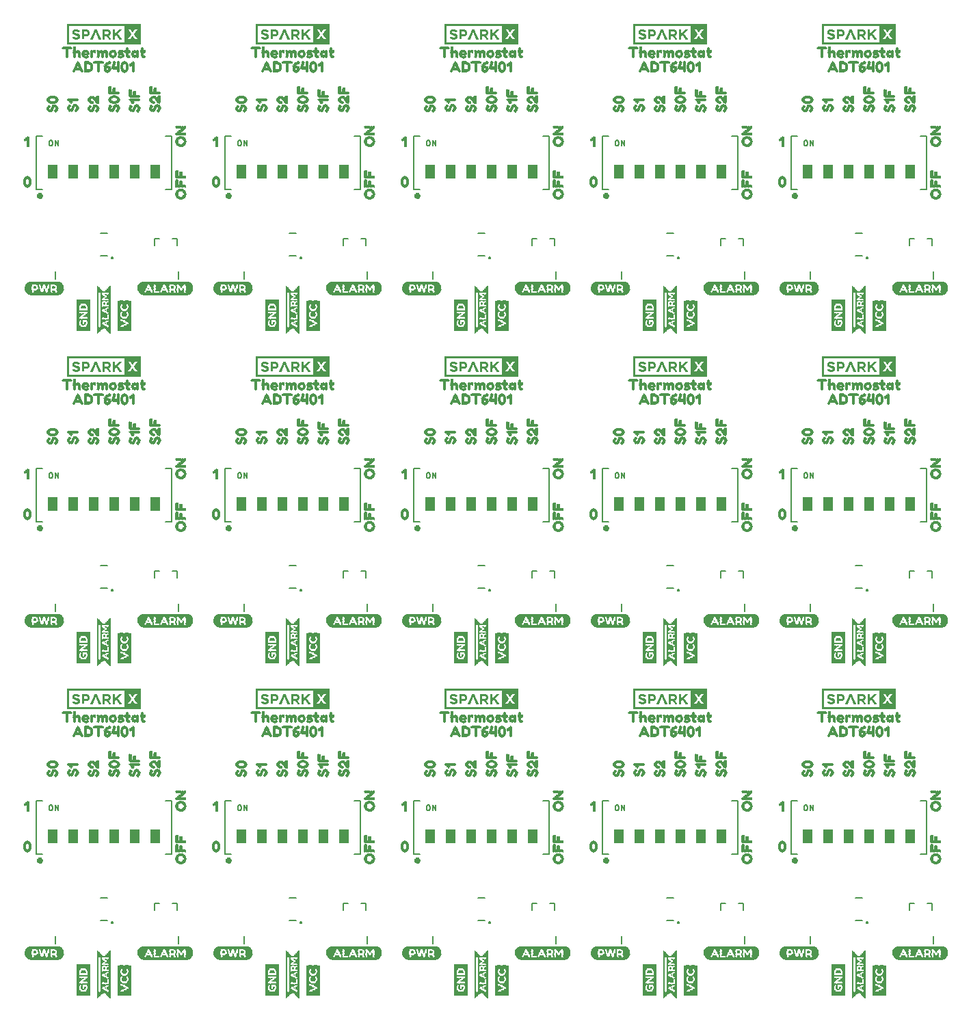
<source format=gto>
G04 EAGLE Gerber RS-274X export*
G75*
%MOMM*%
%FSLAX34Y34*%
%LPD*%
%INSilkscreen Top*%
%IPPOS*%
%AMOC8*
5,1,8,0,0,1.08239X$1,22.5*%
G01*
%ADD10C,0.203200*%
%ADD11R,3.640000X0.040000*%
%ADD12R,3.880000X0.040000*%
%ADD13R,4.040000X0.040000*%
%ADD14R,4.200000X0.040000*%
%ADD15R,4.280000X0.040000*%
%ADD16R,4.360000X0.040000*%
%ADD17R,4.440000X0.040000*%
%ADD18R,1.680000X0.040000*%
%ADD19R,1.040000X0.040000*%
%ADD20R,1.720000X0.040000*%
%ADD21R,0.760000X0.040000*%
%ADD22R,0.320000X0.040000*%
%ADD23R,0.400000X0.040000*%
%ADD24R,0.160000X0.040000*%
%ADD25R,0.960000X0.040000*%
%ADD26R,0.200000X0.040000*%
%ADD27R,0.120000X0.040000*%
%ADD28R,0.880000X0.040000*%
%ADD29R,0.800000X0.040000*%
%ADD30R,0.280000X0.040000*%
%ADD31R,0.840000X0.040000*%
%ADD32R,0.080000X0.040000*%
%ADD33R,0.240000X0.040000*%
%ADD34R,0.040000X0.040000*%
%ADD35R,0.920000X0.040000*%
%ADD36R,0.440000X0.040000*%
%ADD37R,0.560000X0.040000*%
%ADD38R,0.360000X0.040000*%
%ADD39R,0.720000X0.040000*%
%ADD40R,0.480000X0.040000*%
%ADD41C,0.127000*%
%ADD42R,1.270000X1.778000*%
%ADD43R,0.040000X3.880000*%
%ADD44R,0.040000X0.840000*%
%ADD45R,0.040000X2.800000*%
%ADD46R,0.040000X0.760000*%
%ADD47R,0.040000X0.320000*%
%ADD48R,0.040000X0.480000*%
%ADD49R,0.040000X0.160000*%
%ADD50R,0.040000X0.680000*%
%ADD51R,0.040000X0.200000*%
%ADD52R,0.040000X0.400000*%
%ADD53R,0.040000X0.120000*%
%ADD54R,0.040000X0.640000*%
%ADD55R,0.040000X0.360000*%
%ADD56R,0.040000X0.560000*%
%ADD57R,0.040000X0.600000*%
%ADD58R,0.040000X0.520000*%
%ADD59R,0.040000X0.280000*%
%ADD60R,0.040000X0.240000*%
%ADD61R,0.040000X0.720000*%
%ADD62R,0.040000X0.440000*%
%ADD63R,0.040000X0.080000*%
%ADD64R,0.040000X0.800000*%
%ADD65R,0.050000X0.300000*%
%ADD66R,0.050000X0.800000*%
%ADD67R,0.050000X0.550000*%
%ADD68R,0.050000X1.000000*%
%ADD69R,0.050000X0.750000*%
%ADD70R,0.050000X1.050000*%
%ADD71R,0.050000X0.850000*%
%ADD72R,0.050000X0.950000*%
%ADD73R,0.050000X1.150000*%
%ADD74R,0.050000X0.450000*%
%ADD75R,0.050000X0.350000*%
%ADD76R,0.050000X0.400000*%
%ADD77R,0.050000X0.700000*%
%ADD78R,0.060000X0.350000*%
%ADD79R,0.060000X0.850000*%
%ADD80R,0.060000X0.450000*%
%ADD81R,0.050000X1.100000*%
%ADD82R,0.060000X0.750000*%
%ADD83R,0.060000X0.300000*%
%ADD84R,0.050000X0.250000*%
%ADD85R,0.050000X0.150000*%
%ADD86R,0.050000X0.100000*%
%ADD87R,0.050000X0.050000*%
%ADD88R,0.050000X0.500000*%
%ADD89R,0.050000X0.600000*%
%ADD90R,0.050000X0.650000*%
%ADD91R,0.060000X0.700000*%
%ADD92R,0.060000X0.550000*%
%ADD93R,0.250000X0.050000*%
%ADD94R,1.100000X0.050000*%
%ADD95R,0.350000X0.050000*%
%ADD96R,1.250000X0.050000*%
%ADD97R,0.100000X0.050000*%
%ADD98R,0.150000X0.050000*%
%ADD99R,0.300000X0.050000*%
%ADD100R,1.300000X0.050000*%
%ADD101R,1.200000X0.050000*%
%ADD102R,0.450000X0.050000*%
%ADD103R,0.200000X0.050000*%
%ADD104R,0.500000X0.050000*%
%ADD105R,0.700000X0.050000*%
%ADD106R,0.650000X0.050000*%
%ADD107R,0.800000X0.050000*%
%ADD108R,0.750000X0.050000*%
%ADD109R,0.400000X0.050000*%
%ADD110R,0.600000X0.050000*%
%ADD111R,0.850000X0.050000*%
%ADD112R,0.900000X0.050000*%
%ADD113R,1.350000X0.050000*%
%ADD114R,0.950000X0.050000*%
%ADD115R,1.400000X0.050000*%
%ADD116R,0.350000X0.060000*%
%ADD117R,0.400000X0.060000*%
%ADD118R,0.300000X0.060000*%
%ADD119R,0.600000X0.060000*%
%ADD120R,0.050000X0.060000*%
%ADD121R,0.450000X0.060000*%
%ADD122R,0.950000X0.060000*%
%ADD123R,0.550000X0.050000*%
%ADD124R,0.700000X0.060000*%
%ADD125R,0.750000X0.060000*%
%ADD126R,0.040000X3.800000*%
%ADD127R,0.040000X1.040000*%
%ADD128R,0.040000X1.080000*%
%ADD129R,0.040000X0.880000*%
%ADD130R,0.040000X5.960000*%
%ADD131R,0.040000X5.880000*%
%ADD132R,0.040000X5.800000*%
%ADD133R,0.040000X5.720000*%
%ADD134R,0.040000X5.160000*%
%ADD135R,0.040000X5.080000*%
%ADD136R,0.040000X5.000000*%
%ADD137R,0.040000X4.920000*%
%ADD138R,0.040000X5.640000*%
%ADD139R,0.650000X0.060000*%
%ADD140R,0.060000X0.650000*%
%ADD141R,0.060000X0.400000*%
%ADD142R,0.050000X0.900000*%
%ADD143R,0.060000X0.500000*%
%ADD144R,0.060000X1.000000*%
%ADD145R,0.050000X0.200000*%
%ADD146R,0.060000X0.600000*%
%ADD147R,5.640000X0.040000*%
%ADD148R,5.880000X0.040000*%
%ADD149R,6.040000X0.040000*%
%ADD150R,6.200000X0.040000*%
%ADD151R,6.280000X0.040000*%
%ADD152R,6.360000X0.040000*%
%ADD153R,6.440000X0.040000*%
%ADD154R,6.520000X0.040000*%
%ADD155R,1.160000X0.040000*%
%ADD156R,0.520000X0.040000*%
%ADD157R,0.640000X0.040000*%
%ADD158R,1.120000X0.040000*%
%ADD159R,1.080000X0.040000*%
%ADD160R,1.000000X0.040000*%
%ADD161R,0.680000X0.040000*%
%ADD162R,0.600000X0.040000*%
%ADD163R,1.000000X0.050000*%
%ADD164R,1.050000X0.050000*%
%ADD165R,0.850000X0.060000*%
%ADD166R,1.150000X0.050000*%
%ADD167R,1.200000X0.060000*%
%ADD168R,1.050000X0.060000*%
%ADD169R,0.800000X0.060000*%

G36*
X861107Y1197641D02*
X861107Y1197641D01*
X861102Y1197649D01*
X861109Y1197655D01*
X861109Y1222965D01*
X861073Y1223013D01*
X861066Y1223007D01*
X861060Y1223015D01*
X769620Y1223015D01*
X769573Y1222979D01*
X769578Y1222971D01*
X769571Y1222965D01*
X769571Y1197655D01*
X769607Y1197607D01*
X769614Y1197613D01*
X769620Y1197605D01*
X861060Y1197605D01*
X861107Y1197641D01*
G37*
G36*
X393747Y1197641D02*
X393747Y1197641D01*
X393742Y1197649D01*
X393749Y1197655D01*
X393749Y1222965D01*
X393713Y1223013D01*
X393706Y1223007D01*
X393700Y1223015D01*
X302260Y1223015D01*
X302213Y1222979D01*
X302218Y1222971D01*
X302211Y1222965D01*
X302211Y1197655D01*
X302247Y1197607D01*
X302254Y1197613D01*
X302260Y1197605D01*
X393700Y1197605D01*
X393747Y1197641D01*
G37*
G36*
X627427Y1197641D02*
X627427Y1197641D01*
X627422Y1197649D01*
X627429Y1197655D01*
X627429Y1222965D01*
X627393Y1223013D01*
X627386Y1223007D01*
X627380Y1223015D01*
X535940Y1223015D01*
X535893Y1222979D01*
X535898Y1222971D01*
X535891Y1222965D01*
X535891Y1197655D01*
X535927Y1197607D01*
X535934Y1197613D01*
X535940Y1197605D01*
X627380Y1197605D01*
X627427Y1197641D01*
G37*
G36*
X1094787Y1197641D02*
X1094787Y1197641D01*
X1094782Y1197649D01*
X1094789Y1197655D01*
X1094789Y1222965D01*
X1094753Y1223013D01*
X1094746Y1223007D01*
X1094740Y1223015D01*
X1003300Y1223015D01*
X1003253Y1222979D01*
X1003258Y1222971D01*
X1003251Y1222965D01*
X1003251Y1197655D01*
X1003287Y1197607D01*
X1003294Y1197613D01*
X1003300Y1197605D01*
X1094740Y1197605D01*
X1094787Y1197641D01*
G37*
G36*
X160067Y1197641D02*
X160067Y1197641D01*
X160062Y1197649D01*
X160069Y1197655D01*
X160069Y1222965D01*
X160033Y1223013D01*
X160026Y1223007D01*
X160020Y1223015D01*
X68580Y1223015D01*
X68533Y1222979D01*
X68538Y1222971D01*
X68531Y1222965D01*
X68531Y1197655D01*
X68567Y1197607D01*
X68574Y1197613D01*
X68580Y1197605D01*
X160020Y1197605D01*
X160067Y1197641D01*
G37*
G36*
X861107Y374681D02*
X861107Y374681D01*
X861102Y374689D01*
X861109Y374695D01*
X861109Y400005D01*
X861073Y400053D01*
X861066Y400047D01*
X861060Y400055D01*
X769620Y400055D01*
X769573Y400019D01*
X769578Y400011D01*
X769571Y400005D01*
X769571Y374695D01*
X769607Y374647D01*
X769614Y374653D01*
X769620Y374645D01*
X861060Y374645D01*
X861107Y374681D01*
G37*
G36*
X1094787Y374681D02*
X1094787Y374681D01*
X1094782Y374689D01*
X1094789Y374695D01*
X1094789Y400005D01*
X1094753Y400053D01*
X1094746Y400047D01*
X1094740Y400055D01*
X1003300Y400055D01*
X1003253Y400019D01*
X1003258Y400011D01*
X1003251Y400005D01*
X1003251Y374695D01*
X1003287Y374647D01*
X1003294Y374653D01*
X1003300Y374645D01*
X1094740Y374645D01*
X1094787Y374681D01*
G37*
G36*
X393747Y374681D02*
X393747Y374681D01*
X393742Y374689D01*
X393749Y374695D01*
X393749Y400005D01*
X393713Y400053D01*
X393706Y400047D01*
X393700Y400055D01*
X302260Y400055D01*
X302213Y400019D01*
X302218Y400011D01*
X302211Y400005D01*
X302211Y374695D01*
X302247Y374647D01*
X302254Y374653D01*
X302260Y374645D01*
X393700Y374645D01*
X393747Y374681D01*
G37*
G36*
X160033Y400053D02*
X160033Y400053D01*
X160026Y400047D01*
X160020Y400055D01*
X68580Y400055D01*
X68533Y400019D01*
X68538Y400011D01*
X68531Y400005D01*
X68531Y374695D01*
X68567Y374647D01*
X68574Y374653D01*
X68580Y374645D01*
X160020Y374645D01*
X160067Y374681D01*
X160062Y374689D01*
X160069Y374695D01*
X160069Y400005D01*
X160033Y400053D01*
G37*
G36*
X627427Y374681D02*
X627427Y374681D01*
X627422Y374689D01*
X627429Y374695D01*
X627429Y400005D01*
X627393Y400053D01*
X627386Y400047D01*
X627380Y400055D01*
X535940Y400055D01*
X535893Y400019D01*
X535898Y400011D01*
X535891Y400005D01*
X535891Y374695D01*
X535927Y374647D01*
X535934Y374653D01*
X535940Y374645D01*
X627380Y374645D01*
X627427Y374681D01*
G37*
G36*
X1094787Y786161D02*
X1094787Y786161D01*
X1094782Y786169D01*
X1094789Y786175D01*
X1094789Y811485D01*
X1094753Y811533D01*
X1094746Y811527D01*
X1094740Y811535D01*
X1003300Y811535D01*
X1003253Y811499D01*
X1003258Y811491D01*
X1003251Y811485D01*
X1003251Y786175D01*
X1003287Y786127D01*
X1003294Y786133D01*
X1003300Y786125D01*
X1094740Y786125D01*
X1094787Y786161D01*
G37*
G36*
X861107Y786161D02*
X861107Y786161D01*
X861102Y786169D01*
X861109Y786175D01*
X861109Y811485D01*
X861073Y811533D01*
X861066Y811527D01*
X861060Y811535D01*
X769620Y811535D01*
X769573Y811499D01*
X769578Y811491D01*
X769571Y811485D01*
X769571Y786175D01*
X769607Y786127D01*
X769614Y786133D01*
X769620Y786125D01*
X861060Y786125D01*
X861107Y786161D01*
G37*
G36*
X627427Y786161D02*
X627427Y786161D01*
X627422Y786169D01*
X627429Y786175D01*
X627429Y811485D01*
X627393Y811533D01*
X627386Y811527D01*
X627380Y811535D01*
X535940Y811535D01*
X535893Y811499D01*
X535898Y811491D01*
X535891Y811485D01*
X535891Y786175D01*
X535927Y786127D01*
X535934Y786133D01*
X535940Y786125D01*
X627380Y786125D01*
X627427Y786161D01*
G37*
G36*
X160067Y786161D02*
X160067Y786161D01*
X160062Y786169D01*
X160069Y786175D01*
X160069Y811485D01*
X160033Y811533D01*
X160026Y811527D01*
X160020Y811535D01*
X68580Y811535D01*
X68533Y811499D01*
X68538Y811491D01*
X68531Y811485D01*
X68531Y786175D01*
X68567Y786127D01*
X68574Y786133D01*
X68580Y786125D01*
X160020Y786125D01*
X160067Y786161D01*
G37*
G36*
X393747Y786161D02*
X393747Y786161D01*
X393742Y786169D01*
X393749Y786175D01*
X393749Y811485D01*
X393713Y811533D01*
X393706Y811527D01*
X393700Y811535D01*
X302260Y811535D01*
X302213Y811499D01*
X302218Y811491D01*
X302211Y811485D01*
X302211Y786175D01*
X302247Y786127D01*
X302254Y786133D01*
X302260Y786125D01*
X393700Y786125D01*
X393747Y786161D01*
G37*
%LPC*%
G36*
X1005699Y1200054D02*
X1005699Y1200054D01*
X1005699Y1220566D01*
X1074263Y1220566D01*
X1074263Y1200054D01*
X1005699Y1200054D01*
G37*
%LPD*%
%LPC*%
G36*
X70979Y1200054D02*
X70979Y1200054D01*
X70979Y1220566D01*
X139543Y1220566D01*
X139543Y1200054D01*
X70979Y1200054D01*
G37*
%LPD*%
%LPC*%
G36*
X772019Y1200054D02*
X772019Y1200054D01*
X772019Y1220566D01*
X840583Y1220566D01*
X840583Y1200054D01*
X772019Y1200054D01*
G37*
%LPD*%
%LPC*%
G36*
X538339Y1200054D02*
X538339Y1200054D01*
X538339Y1220566D01*
X606903Y1220566D01*
X606903Y1200054D01*
X538339Y1200054D01*
G37*
%LPD*%
%LPC*%
G36*
X304659Y1200054D02*
X304659Y1200054D01*
X304659Y1220566D01*
X373223Y1220566D01*
X373223Y1200054D01*
X304659Y1200054D01*
G37*
%LPD*%
%LPC*%
G36*
X538339Y788574D02*
X538339Y788574D01*
X538339Y809086D01*
X606903Y809086D01*
X606903Y788574D01*
X538339Y788574D01*
G37*
%LPD*%
%LPC*%
G36*
X1005699Y788574D02*
X1005699Y788574D01*
X1005699Y809086D01*
X1074263Y809086D01*
X1074263Y788574D01*
X1005699Y788574D01*
G37*
%LPD*%
%LPC*%
G36*
X70979Y788574D02*
X70979Y788574D01*
X70979Y809086D01*
X139543Y809086D01*
X139543Y788574D01*
X70979Y788574D01*
G37*
%LPD*%
%LPC*%
G36*
X304659Y788574D02*
X304659Y788574D01*
X304659Y809086D01*
X373223Y809086D01*
X373223Y788574D01*
X304659Y788574D01*
G37*
%LPD*%
%LPC*%
G36*
X772019Y788574D02*
X772019Y788574D01*
X772019Y809086D01*
X840583Y809086D01*
X840583Y788574D01*
X772019Y788574D01*
G37*
%LPD*%
%LPC*%
G36*
X70979Y377094D02*
X70979Y377094D01*
X70979Y397606D01*
X139543Y397606D01*
X139543Y377094D01*
X70979Y377094D01*
G37*
%LPD*%
%LPC*%
G36*
X772019Y377094D02*
X772019Y377094D01*
X772019Y397606D01*
X840583Y397606D01*
X840583Y377094D01*
X772019Y377094D01*
G37*
%LPD*%
%LPC*%
G36*
X1005699Y377094D02*
X1005699Y377094D01*
X1005699Y397606D01*
X1074263Y397606D01*
X1074263Y377094D01*
X1005699Y377094D01*
G37*
%LPD*%
%LPC*%
G36*
X538339Y377094D02*
X538339Y377094D01*
X538339Y397606D01*
X606903Y397606D01*
X606903Y377094D01*
X538339Y377094D01*
G37*
%LPD*%
%LPC*%
G36*
X304659Y377094D02*
X304659Y377094D01*
X304659Y397606D01*
X373223Y397606D01*
X373223Y377094D01*
X304659Y377094D01*
G37*
%LPD*%
G36*
X348750Y1204161D02*
X348750Y1204161D01*
X348744Y1204169D01*
X348752Y1204174D01*
X348752Y1208048D01*
X350797Y1208048D01*
X353407Y1204147D01*
X353440Y1204136D01*
X353448Y1204125D01*
X356603Y1204125D01*
X356610Y1204131D01*
X356619Y1204128D01*
X356623Y1204140D01*
X356650Y1204161D01*
X356636Y1204180D01*
X356643Y1204202D01*
X353675Y1208537D01*
X354690Y1209074D01*
X354695Y1209083D01*
X354702Y1209082D01*
X355540Y1209891D01*
X355542Y1209902D01*
X355549Y1209904D01*
X356097Y1210978D01*
X356095Y1210989D01*
X356102Y1210993D01*
X356286Y1212342D01*
X356283Y1212347D01*
X356286Y1212349D01*
X356286Y1212386D01*
X356284Y1212388D01*
X356286Y1212390D01*
X356211Y1213291D01*
X356206Y1213297D01*
X356209Y1213301D01*
X356200Y1213330D01*
X355982Y1214099D01*
X355975Y1214104D01*
X355977Y1214109D01*
X355597Y1214802D01*
X355590Y1214806D01*
X355591Y1214811D01*
X355057Y1215400D01*
X355049Y1215401D01*
X355049Y1215407D01*
X354379Y1215875D01*
X354371Y1215875D01*
X354369Y1215880D01*
X353578Y1216215D01*
X353571Y1216213D01*
X353569Y1216217D01*
X352656Y1216418D01*
X352651Y1216415D01*
X352649Y1216419D01*
X351613Y1216486D01*
X351611Y1216484D01*
X351610Y1216486D01*
X346005Y1216486D01*
X345958Y1216450D01*
X345963Y1216442D01*
X345956Y1216436D01*
X345956Y1204174D01*
X345992Y1204127D01*
X345999Y1204133D01*
X346005Y1204125D01*
X348702Y1204125D01*
X348750Y1204161D01*
G37*
G36*
X582430Y792681D02*
X582430Y792681D01*
X582424Y792689D01*
X582432Y792694D01*
X582432Y796568D01*
X584477Y796568D01*
X587087Y792667D01*
X587120Y792656D01*
X587128Y792645D01*
X590283Y792645D01*
X590290Y792651D01*
X590299Y792648D01*
X590303Y792660D01*
X590330Y792681D01*
X590316Y792700D01*
X590323Y792722D01*
X587355Y797057D01*
X588370Y797594D01*
X588375Y797603D01*
X588382Y797602D01*
X589220Y798411D01*
X589222Y798422D01*
X589229Y798424D01*
X589777Y799498D01*
X589775Y799509D01*
X589782Y799513D01*
X589966Y800862D01*
X589963Y800867D01*
X589966Y800869D01*
X589966Y800906D01*
X589964Y800908D01*
X589966Y800910D01*
X589891Y801811D01*
X589886Y801817D01*
X589889Y801821D01*
X589880Y801850D01*
X589662Y802619D01*
X589655Y802624D01*
X589657Y802629D01*
X589277Y803322D01*
X589270Y803326D01*
X589271Y803331D01*
X588737Y803920D01*
X588729Y803921D01*
X588729Y803927D01*
X588059Y804395D01*
X588051Y804395D01*
X588049Y804400D01*
X587258Y804735D01*
X587251Y804733D01*
X587249Y804737D01*
X586336Y804938D01*
X586331Y804935D01*
X586329Y804939D01*
X585293Y805006D01*
X585291Y805004D01*
X585290Y805006D01*
X579685Y805006D01*
X579638Y804970D01*
X579643Y804962D01*
X579636Y804956D01*
X579636Y792694D01*
X579672Y792647D01*
X579679Y792653D01*
X579685Y792645D01*
X582382Y792645D01*
X582430Y792681D01*
G37*
G36*
X348750Y792681D02*
X348750Y792681D01*
X348744Y792689D01*
X348752Y792694D01*
X348752Y796568D01*
X350797Y796568D01*
X353407Y792667D01*
X353440Y792656D01*
X353448Y792645D01*
X356603Y792645D01*
X356610Y792651D01*
X356619Y792648D01*
X356623Y792660D01*
X356650Y792681D01*
X356636Y792700D01*
X356643Y792722D01*
X353675Y797057D01*
X354690Y797594D01*
X354695Y797603D01*
X354702Y797602D01*
X355540Y798411D01*
X355542Y798422D01*
X355549Y798424D01*
X356097Y799498D01*
X356095Y799509D01*
X356102Y799513D01*
X356286Y800862D01*
X356283Y800867D01*
X356286Y800869D01*
X356286Y800906D01*
X356284Y800908D01*
X356286Y800910D01*
X356211Y801811D01*
X356206Y801817D01*
X356209Y801821D01*
X356200Y801850D01*
X355982Y802619D01*
X355975Y802624D01*
X355977Y802629D01*
X355597Y803322D01*
X355590Y803326D01*
X355591Y803331D01*
X355057Y803920D01*
X355049Y803921D01*
X355049Y803927D01*
X354379Y804395D01*
X354371Y804395D01*
X354369Y804400D01*
X353578Y804735D01*
X353571Y804733D01*
X353569Y804737D01*
X352656Y804938D01*
X352651Y804935D01*
X352649Y804939D01*
X351613Y805006D01*
X351611Y805004D01*
X351610Y805006D01*
X346005Y805006D01*
X345958Y804970D01*
X345963Y804962D01*
X345956Y804956D01*
X345956Y792694D01*
X345992Y792647D01*
X345999Y792653D01*
X346005Y792645D01*
X348702Y792645D01*
X348750Y792681D01*
G37*
G36*
X1049790Y792681D02*
X1049790Y792681D01*
X1049784Y792689D01*
X1049792Y792694D01*
X1049792Y796568D01*
X1051837Y796568D01*
X1054447Y792667D01*
X1054480Y792656D01*
X1054488Y792645D01*
X1057643Y792645D01*
X1057650Y792651D01*
X1057659Y792648D01*
X1057663Y792660D01*
X1057690Y792681D01*
X1057676Y792700D01*
X1057683Y792722D01*
X1054715Y797057D01*
X1055730Y797594D01*
X1055735Y797603D01*
X1055742Y797602D01*
X1056580Y798411D01*
X1056582Y798422D01*
X1056589Y798424D01*
X1057137Y799498D01*
X1057135Y799509D01*
X1057142Y799513D01*
X1057326Y800862D01*
X1057323Y800867D01*
X1057326Y800869D01*
X1057326Y800906D01*
X1057324Y800908D01*
X1057326Y800910D01*
X1057251Y801811D01*
X1057246Y801817D01*
X1057249Y801821D01*
X1057240Y801850D01*
X1057022Y802619D01*
X1057015Y802624D01*
X1057017Y802629D01*
X1056637Y803322D01*
X1056630Y803326D01*
X1056631Y803331D01*
X1056097Y803920D01*
X1056089Y803921D01*
X1056089Y803927D01*
X1055419Y804395D01*
X1055411Y804395D01*
X1055409Y804400D01*
X1054618Y804735D01*
X1054611Y804733D01*
X1054609Y804737D01*
X1053696Y804938D01*
X1053691Y804935D01*
X1053689Y804939D01*
X1052653Y805006D01*
X1052651Y805004D01*
X1052650Y805006D01*
X1047045Y805006D01*
X1046998Y804970D01*
X1047003Y804962D01*
X1046996Y804956D01*
X1046996Y792694D01*
X1047032Y792647D01*
X1047039Y792653D01*
X1047045Y792645D01*
X1049742Y792645D01*
X1049790Y792681D01*
G37*
G36*
X582430Y381201D02*
X582430Y381201D01*
X582424Y381209D01*
X582432Y381214D01*
X582432Y385088D01*
X584477Y385088D01*
X587087Y381187D01*
X587120Y381176D01*
X587128Y381165D01*
X590283Y381165D01*
X590290Y381171D01*
X590299Y381168D01*
X590303Y381180D01*
X590330Y381201D01*
X590316Y381220D01*
X590323Y381242D01*
X587355Y385577D01*
X588370Y386114D01*
X588375Y386123D01*
X588382Y386122D01*
X589220Y386931D01*
X589222Y386942D01*
X589229Y386944D01*
X589777Y388018D01*
X589775Y388029D01*
X589782Y388033D01*
X589966Y389382D01*
X589963Y389387D01*
X589966Y389389D01*
X589966Y389426D01*
X589964Y389428D01*
X589966Y389430D01*
X589891Y390331D01*
X589886Y390337D01*
X589889Y390341D01*
X589880Y390370D01*
X589662Y391139D01*
X589655Y391144D01*
X589657Y391149D01*
X589277Y391842D01*
X589270Y391846D01*
X589271Y391851D01*
X588737Y392440D01*
X588729Y392441D01*
X588729Y392447D01*
X588059Y392915D01*
X588051Y392915D01*
X588049Y392920D01*
X587258Y393255D01*
X587251Y393253D01*
X587249Y393257D01*
X586336Y393458D01*
X586331Y393455D01*
X586329Y393459D01*
X585293Y393526D01*
X585291Y393524D01*
X585290Y393526D01*
X579685Y393526D01*
X579638Y393490D01*
X579643Y393482D01*
X579636Y393476D01*
X579636Y381214D01*
X579672Y381167D01*
X579679Y381173D01*
X579685Y381165D01*
X582382Y381165D01*
X582430Y381201D01*
G37*
G36*
X115070Y381201D02*
X115070Y381201D01*
X115064Y381209D01*
X115072Y381214D01*
X115072Y385088D01*
X117117Y385088D01*
X119727Y381187D01*
X119760Y381176D01*
X119768Y381165D01*
X122923Y381165D01*
X122930Y381171D01*
X122939Y381168D01*
X122943Y381180D01*
X122970Y381201D01*
X122956Y381220D01*
X122963Y381242D01*
X119995Y385577D01*
X121010Y386114D01*
X121015Y386123D01*
X121022Y386122D01*
X121860Y386931D01*
X121862Y386942D01*
X121869Y386944D01*
X122417Y388018D01*
X122415Y388029D01*
X122422Y388033D01*
X122606Y389382D01*
X122603Y389387D01*
X122606Y389389D01*
X122606Y389426D01*
X122604Y389428D01*
X122606Y389430D01*
X122531Y390331D01*
X122526Y390337D01*
X122529Y390341D01*
X122520Y390370D01*
X122302Y391139D01*
X122295Y391144D01*
X122297Y391149D01*
X121917Y391842D01*
X121910Y391846D01*
X121911Y391851D01*
X121377Y392440D01*
X121369Y392441D01*
X121369Y392447D01*
X120699Y392915D01*
X120691Y392915D01*
X120689Y392920D01*
X119898Y393255D01*
X119891Y393253D01*
X119889Y393257D01*
X118976Y393458D01*
X118971Y393455D01*
X118969Y393459D01*
X117933Y393526D01*
X117931Y393524D01*
X117930Y393526D01*
X112325Y393526D01*
X112278Y393490D01*
X112283Y393482D01*
X112276Y393476D01*
X112276Y381214D01*
X112312Y381167D01*
X112319Y381173D01*
X112325Y381165D01*
X115022Y381165D01*
X115070Y381201D01*
G37*
G36*
X348750Y381201D02*
X348750Y381201D01*
X348744Y381209D01*
X348752Y381214D01*
X348752Y385088D01*
X350797Y385088D01*
X353407Y381187D01*
X353440Y381176D01*
X353448Y381165D01*
X356603Y381165D01*
X356610Y381171D01*
X356619Y381168D01*
X356623Y381180D01*
X356650Y381201D01*
X356636Y381220D01*
X356643Y381242D01*
X353675Y385577D01*
X354690Y386114D01*
X354695Y386123D01*
X354702Y386122D01*
X355540Y386931D01*
X355542Y386942D01*
X355549Y386944D01*
X356097Y388018D01*
X356095Y388029D01*
X356102Y388033D01*
X356286Y389382D01*
X356283Y389387D01*
X356286Y389389D01*
X356286Y389426D01*
X356284Y389428D01*
X356286Y389430D01*
X356211Y390331D01*
X356206Y390337D01*
X356209Y390341D01*
X356200Y390370D01*
X355982Y391139D01*
X355975Y391144D01*
X355977Y391149D01*
X355597Y391842D01*
X355590Y391846D01*
X355591Y391851D01*
X355057Y392440D01*
X355049Y392441D01*
X355049Y392447D01*
X354379Y392915D01*
X354371Y392915D01*
X354369Y392920D01*
X353578Y393255D01*
X353571Y393253D01*
X353569Y393257D01*
X352656Y393458D01*
X352651Y393455D01*
X352649Y393459D01*
X351613Y393526D01*
X351611Y393524D01*
X351610Y393526D01*
X346005Y393526D01*
X345958Y393490D01*
X345963Y393482D01*
X345956Y393476D01*
X345956Y381214D01*
X345992Y381167D01*
X345999Y381173D01*
X346005Y381165D01*
X348702Y381165D01*
X348750Y381201D01*
G37*
G36*
X115070Y792681D02*
X115070Y792681D01*
X115064Y792689D01*
X115072Y792694D01*
X115072Y796568D01*
X117117Y796568D01*
X119727Y792667D01*
X119760Y792656D01*
X119768Y792645D01*
X122923Y792645D01*
X122930Y792651D01*
X122939Y792648D01*
X122943Y792660D01*
X122970Y792681D01*
X122956Y792700D01*
X122963Y792722D01*
X119995Y797057D01*
X121010Y797594D01*
X121015Y797603D01*
X121022Y797602D01*
X121860Y798411D01*
X121862Y798422D01*
X121869Y798424D01*
X122417Y799498D01*
X122415Y799509D01*
X122422Y799513D01*
X122606Y800862D01*
X122603Y800867D01*
X122606Y800869D01*
X122606Y800906D01*
X122604Y800908D01*
X122606Y800910D01*
X122531Y801811D01*
X122526Y801817D01*
X122529Y801821D01*
X122520Y801850D01*
X122302Y802619D01*
X122295Y802624D01*
X122297Y802629D01*
X121917Y803322D01*
X121910Y803326D01*
X121911Y803331D01*
X121377Y803920D01*
X121369Y803921D01*
X121369Y803927D01*
X120699Y804395D01*
X120691Y804395D01*
X120689Y804400D01*
X119898Y804735D01*
X119891Y804733D01*
X119889Y804737D01*
X118976Y804938D01*
X118971Y804935D01*
X118969Y804939D01*
X117933Y805006D01*
X117931Y805004D01*
X117930Y805006D01*
X112325Y805006D01*
X112278Y804970D01*
X112283Y804962D01*
X112276Y804956D01*
X112276Y792694D01*
X112312Y792647D01*
X112319Y792653D01*
X112325Y792645D01*
X115022Y792645D01*
X115070Y792681D01*
G37*
G36*
X1049790Y381201D02*
X1049790Y381201D01*
X1049784Y381209D01*
X1049792Y381214D01*
X1049792Y385088D01*
X1051837Y385088D01*
X1054447Y381187D01*
X1054480Y381176D01*
X1054488Y381165D01*
X1057643Y381165D01*
X1057650Y381171D01*
X1057659Y381168D01*
X1057663Y381180D01*
X1057690Y381201D01*
X1057676Y381220D01*
X1057683Y381242D01*
X1054715Y385577D01*
X1055730Y386114D01*
X1055735Y386123D01*
X1055742Y386122D01*
X1056580Y386931D01*
X1056582Y386942D01*
X1056589Y386944D01*
X1057137Y388018D01*
X1057135Y388029D01*
X1057142Y388033D01*
X1057326Y389382D01*
X1057323Y389387D01*
X1057326Y389389D01*
X1057326Y389426D01*
X1057324Y389428D01*
X1057326Y389430D01*
X1057251Y390331D01*
X1057246Y390337D01*
X1057249Y390341D01*
X1057240Y390370D01*
X1057022Y391139D01*
X1057015Y391144D01*
X1057017Y391149D01*
X1056637Y391842D01*
X1056630Y391846D01*
X1056631Y391851D01*
X1056097Y392440D01*
X1056089Y392441D01*
X1056089Y392447D01*
X1055419Y392915D01*
X1055411Y392915D01*
X1055409Y392920D01*
X1054618Y393255D01*
X1054611Y393253D01*
X1054609Y393257D01*
X1053696Y393458D01*
X1053691Y393455D01*
X1053689Y393459D01*
X1052653Y393526D01*
X1052651Y393524D01*
X1052650Y393526D01*
X1047045Y393526D01*
X1046998Y393490D01*
X1047003Y393482D01*
X1046996Y393476D01*
X1046996Y381214D01*
X1047032Y381167D01*
X1047039Y381173D01*
X1047045Y381165D01*
X1049742Y381165D01*
X1049790Y381201D01*
G37*
G36*
X582430Y1204161D02*
X582430Y1204161D01*
X582424Y1204169D01*
X582432Y1204174D01*
X582432Y1208048D01*
X584477Y1208048D01*
X587087Y1204147D01*
X587120Y1204136D01*
X587128Y1204125D01*
X590283Y1204125D01*
X590290Y1204131D01*
X590299Y1204128D01*
X590303Y1204140D01*
X590330Y1204161D01*
X590316Y1204180D01*
X590323Y1204202D01*
X587355Y1208537D01*
X588370Y1209074D01*
X588375Y1209083D01*
X588382Y1209082D01*
X589220Y1209891D01*
X589222Y1209902D01*
X589229Y1209904D01*
X589777Y1210978D01*
X589775Y1210989D01*
X589782Y1210993D01*
X589966Y1212342D01*
X589963Y1212347D01*
X589966Y1212349D01*
X589966Y1212386D01*
X589964Y1212388D01*
X589966Y1212390D01*
X589891Y1213291D01*
X589886Y1213297D01*
X589889Y1213301D01*
X589880Y1213330D01*
X589662Y1214099D01*
X589655Y1214104D01*
X589657Y1214109D01*
X589277Y1214802D01*
X589270Y1214806D01*
X589271Y1214811D01*
X588737Y1215400D01*
X588729Y1215401D01*
X588729Y1215407D01*
X588059Y1215875D01*
X588051Y1215875D01*
X588049Y1215880D01*
X587258Y1216215D01*
X587251Y1216213D01*
X587249Y1216217D01*
X586336Y1216418D01*
X586331Y1216415D01*
X586329Y1216419D01*
X585293Y1216486D01*
X585291Y1216484D01*
X585290Y1216486D01*
X579685Y1216486D01*
X579638Y1216450D01*
X579643Y1216442D01*
X579636Y1216436D01*
X579636Y1204174D01*
X579672Y1204127D01*
X579679Y1204133D01*
X579685Y1204125D01*
X582382Y1204125D01*
X582430Y1204161D01*
G37*
G36*
X1049790Y1204161D02*
X1049790Y1204161D01*
X1049784Y1204169D01*
X1049792Y1204174D01*
X1049792Y1208048D01*
X1051837Y1208048D01*
X1054447Y1204147D01*
X1054480Y1204136D01*
X1054488Y1204125D01*
X1057643Y1204125D01*
X1057650Y1204131D01*
X1057659Y1204128D01*
X1057663Y1204140D01*
X1057690Y1204161D01*
X1057676Y1204180D01*
X1057683Y1204202D01*
X1054715Y1208537D01*
X1055730Y1209074D01*
X1055735Y1209083D01*
X1055742Y1209082D01*
X1056580Y1209891D01*
X1056582Y1209902D01*
X1056589Y1209904D01*
X1057137Y1210978D01*
X1057135Y1210989D01*
X1057142Y1210993D01*
X1057326Y1212342D01*
X1057323Y1212347D01*
X1057326Y1212349D01*
X1057326Y1212386D01*
X1057324Y1212388D01*
X1057326Y1212390D01*
X1057251Y1213291D01*
X1057246Y1213297D01*
X1057249Y1213301D01*
X1057240Y1213330D01*
X1057022Y1214099D01*
X1057015Y1214104D01*
X1057017Y1214109D01*
X1056637Y1214802D01*
X1056630Y1214806D01*
X1056631Y1214811D01*
X1056097Y1215400D01*
X1056089Y1215401D01*
X1056089Y1215407D01*
X1055419Y1215875D01*
X1055411Y1215875D01*
X1055409Y1215880D01*
X1054618Y1216215D01*
X1054611Y1216213D01*
X1054609Y1216217D01*
X1053696Y1216418D01*
X1053691Y1216415D01*
X1053689Y1216419D01*
X1052653Y1216486D01*
X1052651Y1216484D01*
X1052650Y1216486D01*
X1047045Y1216486D01*
X1046998Y1216450D01*
X1047003Y1216442D01*
X1046996Y1216436D01*
X1046996Y1204174D01*
X1047032Y1204127D01*
X1047039Y1204133D01*
X1047045Y1204125D01*
X1049742Y1204125D01*
X1049790Y1204161D01*
G37*
G36*
X816110Y1204161D02*
X816110Y1204161D01*
X816104Y1204169D01*
X816112Y1204174D01*
X816112Y1208048D01*
X818157Y1208048D01*
X820767Y1204147D01*
X820800Y1204136D01*
X820808Y1204125D01*
X823963Y1204125D01*
X823970Y1204131D01*
X823979Y1204128D01*
X823983Y1204140D01*
X824010Y1204161D01*
X823996Y1204180D01*
X824003Y1204202D01*
X821035Y1208537D01*
X822050Y1209074D01*
X822055Y1209083D01*
X822062Y1209082D01*
X822900Y1209891D01*
X822902Y1209902D01*
X822909Y1209904D01*
X823457Y1210978D01*
X823455Y1210989D01*
X823462Y1210993D01*
X823646Y1212342D01*
X823643Y1212347D01*
X823646Y1212349D01*
X823646Y1212386D01*
X823644Y1212388D01*
X823646Y1212390D01*
X823571Y1213291D01*
X823566Y1213297D01*
X823569Y1213301D01*
X823560Y1213330D01*
X823342Y1214099D01*
X823335Y1214104D01*
X823337Y1214109D01*
X822957Y1214802D01*
X822950Y1214806D01*
X822951Y1214811D01*
X822417Y1215400D01*
X822409Y1215401D01*
X822409Y1215407D01*
X821739Y1215875D01*
X821731Y1215875D01*
X821729Y1215880D01*
X820938Y1216215D01*
X820931Y1216213D01*
X820929Y1216217D01*
X820016Y1216418D01*
X820011Y1216415D01*
X820009Y1216419D01*
X818973Y1216486D01*
X818971Y1216484D01*
X818970Y1216486D01*
X813365Y1216486D01*
X813318Y1216450D01*
X813323Y1216442D01*
X813316Y1216436D01*
X813316Y1204174D01*
X813352Y1204127D01*
X813359Y1204133D01*
X813365Y1204125D01*
X816062Y1204125D01*
X816110Y1204161D01*
G37*
G36*
X816110Y792681D02*
X816110Y792681D01*
X816104Y792689D01*
X816112Y792694D01*
X816112Y796568D01*
X818157Y796568D01*
X820767Y792667D01*
X820800Y792656D01*
X820808Y792645D01*
X823963Y792645D01*
X823970Y792651D01*
X823979Y792648D01*
X823983Y792660D01*
X824010Y792681D01*
X823996Y792700D01*
X824003Y792722D01*
X821035Y797057D01*
X822050Y797594D01*
X822055Y797603D01*
X822062Y797602D01*
X822900Y798411D01*
X822902Y798422D01*
X822909Y798424D01*
X823457Y799498D01*
X823455Y799509D01*
X823462Y799513D01*
X823646Y800862D01*
X823643Y800867D01*
X823646Y800869D01*
X823646Y800906D01*
X823644Y800908D01*
X823646Y800910D01*
X823571Y801811D01*
X823566Y801817D01*
X823569Y801821D01*
X823560Y801850D01*
X823342Y802619D01*
X823335Y802624D01*
X823337Y802629D01*
X822957Y803322D01*
X822950Y803326D01*
X822951Y803331D01*
X822417Y803920D01*
X822409Y803921D01*
X822409Y803927D01*
X821739Y804395D01*
X821731Y804395D01*
X821729Y804400D01*
X820938Y804735D01*
X820931Y804733D01*
X820929Y804737D01*
X820016Y804938D01*
X820011Y804935D01*
X820009Y804939D01*
X818973Y805006D01*
X818971Y805004D01*
X818970Y805006D01*
X813365Y805006D01*
X813318Y804970D01*
X813323Y804962D01*
X813316Y804956D01*
X813316Y792694D01*
X813352Y792647D01*
X813359Y792653D01*
X813365Y792645D01*
X816062Y792645D01*
X816110Y792681D01*
G37*
G36*
X115070Y1204161D02*
X115070Y1204161D01*
X115064Y1204169D01*
X115072Y1204174D01*
X115072Y1208048D01*
X117117Y1208048D01*
X119727Y1204147D01*
X119760Y1204136D01*
X119768Y1204125D01*
X122923Y1204125D01*
X122930Y1204131D01*
X122939Y1204128D01*
X122943Y1204140D01*
X122970Y1204161D01*
X122956Y1204180D01*
X122963Y1204202D01*
X119995Y1208537D01*
X121010Y1209074D01*
X121015Y1209083D01*
X121022Y1209082D01*
X121860Y1209891D01*
X121862Y1209902D01*
X121869Y1209904D01*
X122417Y1210978D01*
X122415Y1210989D01*
X122422Y1210993D01*
X122606Y1212342D01*
X122603Y1212347D01*
X122606Y1212349D01*
X122606Y1212386D01*
X122604Y1212388D01*
X122606Y1212390D01*
X122531Y1213291D01*
X122526Y1213297D01*
X122529Y1213301D01*
X122520Y1213330D01*
X122302Y1214099D01*
X122295Y1214104D01*
X122297Y1214109D01*
X121917Y1214802D01*
X121910Y1214806D01*
X121911Y1214811D01*
X121377Y1215400D01*
X121369Y1215401D01*
X121369Y1215407D01*
X120699Y1215875D01*
X120691Y1215875D01*
X120689Y1215880D01*
X119898Y1216215D01*
X119891Y1216213D01*
X119889Y1216217D01*
X118976Y1216418D01*
X118971Y1216415D01*
X118969Y1216419D01*
X117933Y1216486D01*
X117931Y1216484D01*
X117930Y1216486D01*
X112325Y1216486D01*
X112278Y1216450D01*
X112283Y1216442D01*
X112276Y1216436D01*
X112276Y1204174D01*
X112312Y1204127D01*
X112319Y1204133D01*
X112325Y1204125D01*
X115022Y1204125D01*
X115070Y1204161D01*
G37*
G36*
X816110Y381201D02*
X816110Y381201D01*
X816104Y381209D01*
X816112Y381214D01*
X816112Y385088D01*
X818157Y385088D01*
X820767Y381187D01*
X820800Y381176D01*
X820808Y381165D01*
X823963Y381165D01*
X823970Y381171D01*
X823979Y381168D01*
X823983Y381180D01*
X824010Y381201D01*
X823996Y381220D01*
X824003Y381242D01*
X821035Y385577D01*
X822050Y386114D01*
X822055Y386123D01*
X822062Y386122D01*
X822900Y386931D01*
X822902Y386942D01*
X822909Y386944D01*
X823457Y388018D01*
X823455Y388029D01*
X823462Y388033D01*
X823646Y389382D01*
X823643Y389387D01*
X823646Y389389D01*
X823646Y389426D01*
X823644Y389428D01*
X823646Y389430D01*
X823571Y390331D01*
X823566Y390337D01*
X823569Y390341D01*
X823560Y390370D01*
X823342Y391139D01*
X823335Y391144D01*
X823337Y391149D01*
X822957Y391842D01*
X822950Y391846D01*
X822951Y391851D01*
X822417Y392440D01*
X822409Y392441D01*
X822409Y392447D01*
X821739Y392915D01*
X821731Y392915D01*
X821729Y392920D01*
X820938Y393255D01*
X820931Y393253D01*
X820929Y393257D01*
X820016Y393458D01*
X820011Y393455D01*
X820009Y393459D01*
X818973Y393526D01*
X818971Y393524D01*
X818970Y393526D01*
X813365Y393526D01*
X813318Y393490D01*
X813323Y393482D01*
X813316Y393476D01*
X813316Y381214D01*
X813352Y381167D01*
X813359Y381173D01*
X813365Y381165D01*
X816062Y381165D01*
X816110Y381201D01*
G37*
G36*
X1024241Y1204179D02*
X1024241Y1204179D01*
X1024236Y1204187D01*
X1024243Y1204193D01*
X1024243Y1207819D01*
X1026242Y1207819D01*
X1026244Y1207821D01*
X1026246Y1207819D01*
X1027245Y1207889D01*
X1027250Y1207892D01*
X1027253Y1207890D01*
X1028191Y1208095D01*
X1028195Y1208100D01*
X1028199Y1208097D01*
X1029044Y1208439D01*
X1029047Y1208445D01*
X1029052Y1208443D01*
X1029780Y1208915D01*
X1029783Y1208923D01*
X1029789Y1208922D01*
X1030391Y1209534D01*
X1030392Y1209542D01*
X1030398Y1209542D01*
X1030856Y1210284D01*
X1030855Y1210293D01*
X1030861Y1210295D01*
X1031149Y1211166D01*
X1031147Y1211171D01*
X1031150Y1211173D01*
X1031148Y1211175D01*
X1031151Y1211177D01*
X1031245Y1212150D01*
X1031255Y1212158D01*
X1031252Y1212162D01*
X1031257Y1212166D01*
X1031257Y1212203D01*
X1031255Y1212206D01*
X1031257Y1212207D01*
X1031175Y1213112D01*
X1031171Y1213118D01*
X1031174Y1213122D01*
X1031114Y1213330D01*
X1031113Y1213330D01*
X1031114Y1213330D01*
X1030935Y1213945D01*
X1030928Y1213949D01*
X1030931Y1213955D01*
X1030537Y1214681D01*
X1030529Y1214684D01*
X1030530Y1214690D01*
X1029992Y1215308D01*
X1029984Y1215309D01*
X1029984Y1215315D01*
X1029313Y1215811D01*
X1029306Y1215811D01*
X1029305Y1215816D01*
X1028503Y1216189D01*
X1028496Y1216187D01*
X1028494Y1216192D01*
X1027569Y1216422D01*
X1027563Y1216420D01*
X1027561Y1216424D01*
X1026511Y1216504D01*
X1026509Y1216502D01*
X1026507Y1216504D01*
X1021497Y1216504D01*
X1021449Y1216468D01*
X1021455Y1216461D01*
X1021447Y1216455D01*
X1021447Y1204193D01*
X1021483Y1204145D01*
X1021491Y1204151D01*
X1021497Y1204143D01*
X1024194Y1204143D01*
X1024241Y1204179D01*
G37*
G36*
X790561Y1204179D02*
X790561Y1204179D01*
X790556Y1204187D01*
X790563Y1204193D01*
X790563Y1207819D01*
X792562Y1207819D01*
X792564Y1207821D01*
X792566Y1207819D01*
X793565Y1207889D01*
X793570Y1207892D01*
X793573Y1207890D01*
X794511Y1208095D01*
X794515Y1208100D01*
X794519Y1208097D01*
X795364Y1208439D01*
X795367Y1208445D01*
X795372Y1208443D01*
X796100Y1208915D01*
X796103Y1208923D01*
X796109Y1208922D01*
X796711Y1209534D01*
X796712Y1209542D01*
X796718Y1209542D01*
X797176Y1210284D01*
X797175Y1210293D01*
X797181Y1210295D01*
X797469Y1211166D01*
X797467Y1211171D01*
X797470Y1211173D01*
X797468Y1211175D01*
X797471Y1211177D01*
X797565Y1212150D01*
X797575Y1212158D01*
X797572Y1212162D01*
X797577Y1212166D01*
X797577Y1212203D01*
X797575Y1212206D01*
X797577Y1212207D01*
X797495Y1213112D01*
X797491Y1213118D01*
X797494Y1213122D01*
X797434Y1213330D01*
X797433Y1213330D01*
X797434Y1213330D01*
X797255Y1213945D01*
X797248Y1213949D01*
X797251Y1213955D01*
X796857Y1214681D01*
X796849Y1214684D01*
X796850Y1214690D01*
X796312Y1215308D01*
X796304Y1215309D01*
X796304Y1215315D01*
X795633Y1215811D01*
X795626Y1215811D01*
X795625Y1215816D01*
X794823Y1216189D01*
X794816Y1216187D01*
X794814Y1216192D01*
X793889Y1216422D01*
X793883Y1216420D01*
X793881Y1216424D01*
X792831Y1216504D01*
X792829Y1216502D01*
X792827Y1216504D01*
X787817Y1216504D01*
X787769Y1216468D01*
X787775Y1216461D01*
X787767Y1216455D01*
X787767Y1204193D01*
X787803Y1204145D01*
X787811Y1204151D01*
X787817Y1204143D01*
X790514Y1204143D01*
X790561Y1204179D01*
G37*
G36*
X556881Y1204179D02*
X556881Y1204179D01*
X556876Y1204187D01*
X556883Y1204193D01*
X556883Y1207819D01*
X558882Y1207819D01*
X558884Y1207821D01*
X558886Y1207819D01*
X559885Y1207889D01*
X559890Y1207892D01*
X559893Y1207890D01*
X560831Y1208095D01*
X560835Y1208100D01*
X560839Y1208097D01*
X561684Y1208439D01*
X561687Y1208445D01*
X561692Y1208443D01*
X562420Y1208915D01*
X562423Y1208923D01*
X562429Y1208922D01*
X563031Y1209534D01*
X563032Y1209542D01*
X563038Y1209542D01*
X563496Y1210284D01*
X563495Y1210293D01*
X563501Y1210295D01*
X563789Y1211166D01*
X563787Y1211171D01*
X563790Y1211173D01*
X563788Y1211175D01*
X563791Y1211177D01*
X563885Y1212150D01*
X563895Y1212158D01*
X563892Y1212162D01*
X563897Y1212166D01*
X563897Y1212203D01*
X563895Y1212206D01*
X563897Y1212207D01*
X563815Y1213112D01*
X563811Y1213118D01*
X563814Y1213122D01*
X563754Y1213330D01*
X563753Y1213330D01*
X563754Y1213330D01*
X563575Y1213945D01*
X563568Y1213949D01*
X563571Y1213955D01*
X563177Y1214681D01*
X563169Y1214684D01*
X563170Y1214690D01*
X562632Y1215308D01*
X562624Y1215309D01*
X562624Y1215315D01*
X561953Y1215811D01*
X561946Y1215811D01*
X561945Y1215816D01*
X561143Y1216189D01*
X561136Y1216187D01*
X561134Y1216192D01*
X560209Y1216422D01*
X560203Y1216420D01*
X560201Y1216424D01*
X559151Y1216504D01*
X559149Y1216502D01*
X559147Y1216504D01*
X554137Y1216504D01*
X554089Y1216468D01*
X554095Y1216461D01*
X554087Y1216455D01*
X554087Y1204193D01*
X554123Y1204145D01*
X554131Y1204151D01*
X554137Y1204143D01*
X556834Y1204143D01*
X556881Y1204179D01*
G37*
G36*
X89521Y792699D02*
X89521Y792699D01*
X89516Y792707D01*
X89523Y792713D01*
X89523Y796339D01*
X91522Y796339D01*
X91524Y796341D01*
X91526Y796339D01*
X92525Y796409D01*
X92530Y796412D01*
X92533Y796410D01*
X93471Y796615D01*
X93475Y796620D01*
X93479Y796617D01*
X94324Y796959D01*
X94327Y796965D01*
X94332Y796963D01*
X95060Y797435D01*
X95063Y797443D01*
X95069Y797442D01*
X95671Y798054D01*
X95672Y798062D01*
X95678Y798062D01*
X96136Y798804D01*
X96135Y798813D01*
X96141Y798815D01*
X96429Y799686D01*
X96427Y799691D01*
X96430Y799693D01*
X96428Y799695D01*
X96431Y799697D01*
X96525Y800670D01*
X96535Y800678D01*
X96532Y800682D01*
X96537Y800686D01*
X96537Y800723D01*
X96535Y800726D01*
X96537Y800727D01*
X96455Y801632D01*
X96451Y801638D01*
X96454Y801642D01*
X96394Y801850D01*
X96393Y801850D01*
X96394Y801850D01*
X96215Y802465D01*
X96208Y802469D01*
X96211Y802475D01*
X95817Y803201D01*
X95809Y803204D01*
X95810Y803210D01*
X95272Y803828D01*
X95264Y803829D01*
X95264Y803835D01*
X94593Y804331D01*
X94586Y804331D01*
X94585Y804336D01*
X93783Y804709D01*
X93776Y804707D01*
X93774Y804712D01*
X92849Y804942D01*
X92843Y804940D01*
X92841Y804944D01*
X91791Y805024D01*
X91789Y805022D01*
X91787Y805024D01*
X86777Y805024D01*
X86729Y804988D01*
X86735Y804981D01*
X86727Y804975D01*
X86727Y792713D01*
X86763Y792665D01*
X86771Y792671D01*
X86777Y792663D01*
X89474Y792663D01*
X89521Y792699D01*
G37*
G36*
X1024241Y792699D02*
X1024241Y792699D01*
X1024236Y792707D01*
X1024243Y792713D01*
X1024243Y796339D01*
X1026242Y796339D01*
X1026244Y796341D01*
X1026246Y796339D01*
X1027245Y796409D01*
X1027250Y796412D01*
X1027253Y796410D01*
X1028191Y796615D01*
X1028195Y796620D01*
X1028199Y796617D01*
X1029044Y796959D01*
X1029047Y796965D01*
X1029052Y796963D01*
X1029780Y797435D01*
X1029783Y797443D01*
X1029789Y797442D01*
X1030391Y798054D01*
X1030392Y798062D01*
X1030398Y798062D01*
X1030856Y798804D01*
X1030855Y798813D01*
X1030861Y798815D01*
X1031149Y799686D01*
X1031147Y799691D01*
X1031150Y799693D01*
X1031148Y799695D01*
X1031151Y799697D01*
X1031245Y800670D01*
X1031255Y800678D01*
X1031252Y800682D01*
X1031257Y800686D01*
X1031257Y800723D01*
X1031255Y800726D01*
X1031257Y800727D01*
X1031175Y801632D01*
X1031171Y801638D01*
X1031174Y801642D01*
X1031114Y801850D01*
X1031113Y801850D01*
X1031114Y801850D01*
X1030935Y802465D01*
X1030928Y802469D01*
X1030931Y802475D01*
X1030537Y803201D01*
X1030529Y803204D01*
X1030530Y803210D01*
X1029992Y803828D01*
X1029984Y803829D01*
X1029984Y803835D01*
X1029313Y804331D01*
X1029306Y804331D01*
X1029305Y804336D01*
X1028503Y804709D01*
X1028496Y804707D01*
X1028494Y804712D01*
X1027569Y804942D01*
X1027563Y804940D01*
X1027561Y804944D01*
X1026511Y805024D01*
X1026509Y805022D01*
X1026507Y805024D01*
X1021497Y805024D01*
X1021449Y804988D01*
X1021455Y804981D01*
X1021447Y804975D01*
X1021447Y792713D01*
X1021483Y792665D01*
X1021491Y792671D01*
X1021497Y792663D01*
X1024194Y792663D01*
X1024241Y792699D01*
G37*
G36*
X323201Y792699D02*
X323201Y792699D01*
X323196Y792707D01*
X323203Y792713D01*
X323203Y796339D01*
X325202Y796339D01*
X325204Y796341D01*
X325206Y796339D01*
X326205Y796409D01*
X326210Y796412D01*
X326213Y796410D01*
X327151Y796615D01*
X327155Y796620D01*
X327159Y796617D01*
X328004Y796959D01*
X328007Y796965D01*
X328012Y796963D01*
X328740Y797435D01*
X328743Y797443D01*
X328749Y797442D01*
X329351Y798054D01*
X329352Y798062D01*
X329358Y798062D01*
X329816Y798804D01*
X329815Y798813D01*
X329821Y798815D01*
X330109Y799686D01*
X330107Y799691D01*
X330110Y799693D01*
X330108Y799695D01*
X330111Y799697D01*
X330205Y800670D01*
X330215Y800678D01*
X330212Y800682D01*
X330217Y800686D01*
X330217Y800723D01*
X330215Y800726D01*
X330217Y800727D01*
X330135Y801632D01*
X330131Y801638D01*
X330134Y801642D01*
X330074Y801850D01*
X330073Y801850D01*
X330074Y801850D01*
X329895Y802465D01*
X329888Y802469D01*
X329891Y802475D01*
X329497Y803201D01*
X329489Y803204D01*
X329490Y803210D01*
X328952Y803828D01*
X328944Y803829D01*
X328944Y803835D01*
X328273Y804331D01*
X328266Y804331D01*
X328265Y804336D01*
X327463Y804709D01*
X327456Y804707D01*
X327454Y804712D01*
X326529Y804942D01*
X326523Y804940D01*
X326521Y804944D01*
X325471Y805024D01*
X325469Y805022D01*
X325467Y805024D01*
X320457Y805024D01*
X320409Y804988D01*
X320415Y804981D01*
X320407Y804975D01*
X320407Y792713D01*
X320443Y792665D01*
X320451Y792671D01*
X320457Y792663D01*
X323154Y792663D01*
X323201Y792699D01*
G37*
G36*
X556881Y792699D02*
X556881Y792699D01*
X556876Y792707D01*
X556883Y792713D01*
X556883Y796339D01*
X558882Y796339D01*
X558884Y796341D01*
X558886Y796339D01*
X559885Y796409D01*
X559890Y796412D01*
X559893Y796410D01*
X560831Y796615D01*
X560835Y796620D01*
X560839Y796617D01*
X561684Y796959D01*
X561687Y796965D01*
X561692Y796963D01*
X562420Y797435D01*
X562423Y797443D01*
X562429Y797442D01*
X563031Y798054D01*
X563032Y798062D01*
X563038Y798062D01*
X563496Y798804D01*
X563495Y798813D01*
X563501Y798815D01*
X563789Y799686D01*
X563787Y799691D01*
X563790Y799693D01*
X563788Y799695D01*
X563791Y799697D01*
X563885Y800670D01*
X563895Y800678D01*
X563892Y800682D01*
X563897Y800686D01*
X563897Y800723D01*
X563895Y800726D01*
X563897Y800727D01*
X563815Y801632D01*
X563811Y801638D01*
X563814Y801642D01*
X563754Y801850D01*
X563753Y801850D01*
X563754Y801850D01*
X563575Y802465D01*
X563568Y802469D01*
X563571Y802475D01*
X563177Y803201D01*
X563169Y803204D01*
X563170Y803210D01*
X562632Y803828D01*
X562624Y803829D01*
X562624Y803835D01*
X561953Y804331D01*
X561946Y804331D01*
X561945Y804336D01*
X561143Y804709D01*
X561136Y804707D01*
X561134Y804712D01*
X560209Y804942D01*
X560203Y804940D01*
X560201Y804944D01*
X559151Y805024D01*
X559149Y805022D01*
X559147Y805024D01*
X554137Y805024D01*
X554089Y804988D01*
X554095Y804981D01*
X554087Y804975D01*
X554087Y792713D01*
X554123Y792665D01*
X554131Y792671D01*
X554137Y792663D01*
X556834Y792663D01*
X556881Y792699D01*
G37*
G36*
X790561Y792699D02*
X790561Y792699D01*
X790556Y792707D01*
X790563Y792713D01*
X790563Y796339D01*
X792562Y796339D01*
X792564Y796341D01*
X792566Y796339D01*
X793565Y796409D01*
X793570Y796412D01*
X793573Y796410D01*
X794511Y796615D01*
X794515Y796620D01*
X794519Y796617D01*
X795364Y796959D01*
X795367Y796965D01*
X795372Y796963D01*
X796100Y797435D01*
X796103Y797443D01*
X796109Y797442D01*
X796711Y798054D01*
X796712Y798062D01*
X796718Y798062D01*
X797176Y798804D01*
X797175Y798813D01*
X797181Y798815D01*
X797469Y799686D01*
X797467Y799691D01*
X797470Y799693D01*
X797468Y799695D01*
X797471Y799697D01*
X797565Y800670D01*
X797575Y800678D01*
X797572Y800682D01*
X797577Y800686D01*
X797577Y800723D01*
X797575Y800726D01*
X797577Y800727D01*
X797495Y801632D01*
X797491Y801638D01*
X797494Y801642D01*
X797434Y801850D01*
X797433Y801850D01*
X797434Y801850D01*
X797255Y802465D01*
X797248Y802469D01*
X797251Y802475D01*
X796857Y803201D01*
X796849Y803204D01*
X796850Y803210D01*
X796312Y803828D01*
X796304Y803829D01*
X796304Y803835D01*
X795633Y804331D01*
X795626Y804331D01*
X795625Y804336D01*
X794823Y804709D01*
X794816Y804707D01*
X794814Y804712D01*
X793889Y804942D01*
X793883Y804940D01*
X793881Y804944D01*
X792831Y805024D01*
X792829Y805022D01*
X792827Y805024D01*
X787817Y805024D01*
X787769Y804988D01*
X787775Y804981D01*
X787767Y804975D01*
X787767Y792713D01*
X787803Y792665D01*
X787811Y792671D01*
X787817Y792663D01*
X790514Y792663D01*
X790561Y792699D01*
G37*
G36*
X1024241Y381219D02*
X1024241Y381219D01*
X1024236Y381227D01*
X1024243Y381233D01*
X1024243Y384859D01*
X1026242Y384859D01*
X1026244Y384861D01*
X1026246Y384859D01*
X1027245Y384929D01*
X1027250Y384932D01*
X1027253Y384930D01*
X1028191Y385135D01*
X1028195Y385140D01*
X1028199Y385137D01*
X1029044Y385479D01*
X1029047Y385485D01*
X1029052Y385483D01*
X1029780Y385955D01*
X1029783Y385963D01*
X1029789Y385962D01*
X1030391Y386574D01*
X1030392Y386582D01*
X1030398Y386582D01*
X1030856Y387324D01*
X1030855Y387333D01*
X1030861Y387335D01*
X1031149Y388206D01*
X1031147Y388211D01*
X1031150Y388213D01*
X1031148Y388215D01*
X1031151Y388217D01*
X1031245Y389190D01*
X1031255Y389198D01*
X1031252Y389202D01*
X1031257Y389206D01*
X1031257Y389243D01*
X1031255Y389246D01*
X1031257Y389247D01*
X1031175Y390152D01*
X1031171Y390158D01*
X1031174Y390162D01*
X1031114Y390370D01*
X1031113Y390370D01*
X1031114Y390370D01*
X1030935Y390985D01*
X1030928Y390989D01*
X1030931Y390995D01*
X1030537Y391721D01*
X1030529Y391724D01*
X1030530Y391730D01*
X1029992Y392348D01*
X1029984Y392349D01*
X1029984Y392355D01*
X1029313Y392851D01*
X1029306Y392851D01*
X1029305Y392856D01*
X1028503Y393229D01*
X1028496Y393227D01*
X1028494Y393232D01*
X1027569Y393462D01*
X1027563Y393460D01*
X1027561Y393464D01*
X1026511Y393544D01*
X1026509Y393542D01*
X1026507Y393544D01*
X1021497Y393544D01*
X1021449Y393508D01*
X1021455Y393501D01*
X1021447Y393495D01*
X1021447Y381233D01*
X1021483Y381185D01*
X1021491Y381191D01*
X1021497Y381183D01*
X1024194Y381183D01*
X1024241Y381219D01*
G37*
G36*
X556881Y381219D02*
X556881Y381219D01*
X556876Y381227D01*
X556883Y381233D01*
X556883Y384859D01*
X558882Y384859D01*
X558884Y384861D01*
X558886Y384859D01*
X559885Y384929D01*
X559890Y384932D01*
X559893Y384930D01*
X560831Y385135D01*
X560835Y385140D01*
X560839Y385137D01*
X561684Y385479D01*
X561687Y385485D01*
X561692Y385483D01*
X562420Y385955D01*
X562423Y385963D01*
X562429Y385962D01*
X563031Y386574D01*
X563032Y386582D01*
X563038Y386582D01*
X563496Y387324D01*
X563495Y387333D01*
X563501Y387335D01*
X563789Y388206D01*
X563787Y388211D01*
X563790Y388213D01*
X563788Y388215D01*
X563791Y388217D01*
X563885Y389190D01*
X563895Y389198D01*
X563892Y389202D01*
X563897Y389206D01*
X563897Y389243D01*
X563895Y389246D01*
X563897Y389247D01*
X563815Y390152D01*
X563811Y390158D01*
X563814Y390162D01*
X563754Y390370D01*
X563753Y390370D01*
X563754Y390370D01*
X563575Y390985D01*
X563568Y390989D01*
X563571Y390995D01*
X563177Y391721D01*
X563169Y391724D01*
X563170Y391730D01*
X562632Y392348D01*
X562624Y392349D01*
X562624Y392355D01*
X561953Y392851D01*
X561946Y392851D01*
X561945Y392856D01*
X561143Y393229D01*
X561136Y393227D01*
X561134Y393232D01*
X560209Y393462D01*
X560203Y393460D01*
X560201Y393464D01*
X559151Y393544D01*
X559149Y393542D01*
X559147Y393544D01*
X554137Y393544D01*
X554089Y393508D01*
X554095Y393501D01*
X554087Y393495D01*
X554087Y381233D01*
X554123Y381185D01*
X554131Y381191D01*
X554137Y381183D01*
X556834Y381183D01*
X556881Y381219D01*
G37*
G36*
X790561Y381219D02*
X790561Y381219D01*
X790556Y381227D01*
X790563Y381233D01*
X790563Y384859D01*
X792562Y384859D01*
X792564Y384861D01*
X792566Y384859D01*
X793565Y384929D01*
X793570Y384932D01*
X793573Y384930D01*
X794511Y385135D01*
X794515Y385140D01*
X794519Y385137D01*
X795364Y385479D01*
X795367Y385485D01*
X795372Y385483D01*
X796100Y385955D01*
X796103Y385963D01*
X796109Y385962D01*
X796711Y386574D01*
X796712Y386582D01*
X796718Y386582D01*
X797176Y387324D01*
X797175Y387333D01*
X797181Y387335D01*
X797469Y388206D01*
X797467Y388211D01*
X797470Y388213D01*
X797468Y388215D01*
X797471Y388217D01*
X797565Y389190D01*
X797575Y389198D01*
X797572Y389202D01*
X797577Y389206D01*
X797577Y389243D01*
X797575Y389246D01*
X797577Y389247D01*
X797495Y390152D01*
X797491Y390158D01*
X797494Y390162D01*
X797434Y390370D01*
X797433Y390370D01*
X797434Y390370D01*
X797255Y390985D01*
X797248Y390989D01*
X797251Y390995D01*
X796857Y391721D01*
X796849Y391724D01*
X796850Y391730D01*
X796312Y392348D01*
X796304Y392349D01*
X796304Y392355D01*
X795633Y392851D01*
X795626Y392851D01*
X795625Y392856D01*
X794823Y393229D01*
X794816Y393227D01*
X794814Y393232D01*
X793889Y393462D01*
X793883Y393460D01*
X793881Y393464D01*
X792831Y393544D01*
X792829Y393542D01*
X792827Y393544D01*
X787817Y393544D01*
X787769Y393508D01*
X787775Y393501D01*
X787767Y393495D01*
X787767Y381233D01*
X787803Y381185D01*
X787811Y381191D01*
X787817Y381183D01*
X790514Y381183D01*
X790561Y381219D01*
G37*
G36*
X89521Y381219D02*
X89521Y381219D01*
X89516Y381227D01*
X89523Y381233D01*
X89523Y384859D01*
X91522Y384859D01*
X91524Y384861D01*
X91526Y384859D01*
X92525Y384929D01*
X92530Y384932D01*
X92533Y384930D01*
X93471Y385135D01*
X93475Y385140D01*
X93479Y385137D01*
X94324Y385479D01*
X94327Y385485D01*
X94332Y385483D01*
X95060Y385955D01*
X95063Y385963D01*
X95069Y385962D01*
X95671Y386574D01*
X95672Y386582D01*
X95678Y386582D01*
X96136Y387324D01*
X96135Y387333D01*
X96141Y387335D01*
X96429Y388206D01*
X96427Y388211D01*
X96430Y388213D01*
X96428Y388215D01*
X96431Y388217D01*
X96525Y389190D01*
X96535Y389198D01*
X96532Y389202D01*
X96537Y389206D01*
X96537Y389243D01*
X96535Y389246D01*
X96537Y389247D01*
X96455Y390152D01*
X96451Y390158D01*
X96454Y390162D01*
X96394Y390370D01*
X96393Y390370D01*
X96394Y390370D01*
X96215Y390985D01*
X96208Y390989D01*
X96211Y390995D01*
X95817Y391721D01*
X95809Y391724D01*
X95810Y391730D01*
X95272Y392348D01*
X95264Y392349D01*
X95264Y392355D01*
X94593Y392851D01*
X94586Y392851D01*
X94585Y392856D01*
X93783Y393229D01*
X93776Y393227D01*
X93774Y393232D01*
X92849Y393462D01*
X92843Y393460D01*
X92841Y393464D01*
X91791Y393544D01*
X91789Y393542D01*
X91787Y393544D01*
X86777Y393544D01*
X86729Y393508D01*
X86735Y393501D01*
X86727Y393495D01*
X86727Y381233D01*
X86763Y381185D01*
X86771Y381191D01*
X86777Y381183D01*
X89474Y381183D01*
X89521Y381219D01*
G37*
G36*
X323201Y381219D02*
X323201Y381219D01*
X323196Y381227D01*
X323203Y381233D01*
X323203Y384859D01*
X325202Y384859D01*
X325204Y384861D01*
X325206Y384859D01*
X326205Y384929D01*
X326210Y384932D01*
X326213Y384930D01*
X327151Y385135D01*
X327155Y385140D01*
X327159Y385137D01*
X328004Y385479D01*
X328007Y385485D01*
X328012Y385483D01*
X328740Y385955D01*
X328743Y385963D01*
X328749Y385962D01*
X329351Y386574D01*
X329352Y386582D01*
X329358Y386582D01*
X329816Y387324D01*
X329815Y387333D01*
X329821Y387335D01*
X330109Y388206D01*
X330107Y388211D01*
X330110Y388213D01*
X330108Y388215D01*
X330111Y388217D01*
X330205Y389190D01*
X330215Y389198D01*
X330212Y389202D01*
X330217Y389206D01*
X330217Y389243D01*
X330215Y389246D01*
X330217Y389247D01*
X330135Y390152D01*
X330131Y390158D01*
X330134Y390162D01*
X330074Y390370D01*
X330073Y390370D01*
X330074Y390370D01*
X329895Y390985D01*
X329888Y390989D01*
X329891Y390995D01*
X329497Y391721D01*
X329489Y391724D01*
X329490Y391730D01*
X328952Y392348D01*
X328944Y392349D01*
X328944Y392355D01*
X328273Y392851D01*
X328266Y392851D01*
X328265Y392856D01*
X327463Y393229D01*
X327456Y393227D01*
X327454Y393232D01*
X326529Y393462D01*
X326523Y393460D01*
X326521Y393464D01*
X325471Y393544D01*
X325469Y393542D01*
X325467Y393544D01*
X320457Y393544D01*
X320409Y393508D01*
X320415Y393501D01*
X320407Y393495D01*
X320407Y381233D01*
X320443Y381185D01*
X320451Y381191D01*
X320457Y381183D01*
X323154Y381183D01*
X323201Y381219D01*
G37*
G36*
X323201Y1204179D02*
X323201Y1204179D01*
X323196Y1204187D01*
X323203Y1204193D01*
X323203Y1207819D01*
X325202Y1207819D01*
X325204Y1207821D01*
X325206Y1207819D01*
X326205Y1207889D01*
X326210Y1207892D01*
X326213Y1207890D01*
X327151Y1208095D01*
X327155Y1208100D01*
X327159Y1208097D01*
X328004Y1208439D01*
X328007Y1208445D01*
X328012Y1208443D01*
X328740Y1208915D01*
X328743Y1208923D01*
X328749Y1208922D01*
X329351Y1209534D01*
X329352Y1209542D01*
X329358Y1209542D01*
X329816Y1210284D01*
X329815Y1210293D01*
X329821Y1210295D01*
X330109Y1211166D01*
X330107Y1211171D01*
X330110Y1211173D01*
X330108Y1211175D01*
X330111Y1211177D01*
X330205Y1212150D01*
X330215Y1212158D01*
X330212Y1212162D01*
X330217Y1212166D01*
X330217Y1212203D01*
X330215Y1212206D01*
X330217Y1212207D01*
X330135Y1213112D01*
X330131Y1213118D01*
X330134Y1213122D01*
X330074Y1213330D01*
X330073Y1213330D01*
X330074Y1213330D01*
X329895Y1213945D01*
X329888Y1213949D01*
X329891Y1213955D01*
X329497Y1214681D01*
X329489Y1214684D01*
X329490Y1214690D01*
X328952Y1215308D01*
X328944Y1215309D01*
X328944Y1215315D01*
X328273Y1215811D01*
X328266Y1215811D01*
X328265Y1215816D01*
X327463Y1216189D01*
X327456Y1216187D01*
X327454Y1216192D01*
X326529Y1216422D01*
X326523Y1216420D01*
X326521Y1216424D01*
X325471Y1216504D01*
X325469Y1216502D01*
X325467Y1216504D01*
X320457Y1216504D01*
X320409Y1216468D01*
X320415Y1216461D01*
X320407Y1216455D01*
X320407Y1204193D01*
X320443Y1204145D01*
X320451Y1204151D01*
X320457Y1204143D01*
X323154Y1204143D01*
X323201Y1204179D01*
G37*
G36*
X89521Y1204179D02*
X89521Y1204179D01*
X89516Y1204187D01*
X89523Y1204193D01*
X89523Y1207819D01*
X91522Y1207819D01*
X91524Y1207821D01*
X91526Y1207819D01*
X92525Y1207889D01*
X92530Y1207892D01*
X92533Y1207890D01*
X93471Y1208095D01*
X93475Y1208100D01*
X93479Y1208097D01*
X94324Y1208439D01*
X94327Y1208445D01*
X94332Y1208443D01*
X95060Y1208915D01*
X95063Y1208923D01*
X95069Y1208922D01*
X95671Y1209534D01*
X95672Y1209542D01*
X95678Y1209542D01*
X96136Y1210284D01*
X96135Y1210293D01*
X96141Y1210295D01*
X96429Y1211166D01*
X96427Y1211171D01*
X96430Y1211173D01*
X96428Y1211175D01*
X96431Y1211177D01*
X96525Y1212150D01*
X96535Y1212158D01*
X96532Y1212162D01*
X96537Y1212166D01*
X96537Y1212203D01*
X96535Y1212206D01*
X96537Y1212207D01*
X96455Y1213112D01*
X96451Y1213118D01*
X96454Y1213122D01*
X96394Y1213330D01*
X96393Y1213330D01*
X96394Y1213330D01*
X96215Y1213945D01*
X96208Y1213949D01*
X96211Y1213955D01*
X95817Y1214681D01*
X95809Y1214684D01*
X95810Y1214690D01*
X95272Y1215308D01*
X95264Y1215309D01*
X95264Y1215315D01*
X94593Y1215811D01*
X94586Y1215811D01*
X94585Y1215816D01*
X93783Y1216189D01*
X93776Y1216187D01*
X93774Y1216192D01*
X92849Y1216422D01*
X92843Y1216420D01*
X92841Y1216424D01*
X91791Y1216504D01*
X91789Y1216502D01*
X91787Y1216504D01*
X86777Y1216504D01*
X86729Y1216468D01*
X86735Y1216461D01*
X86727Y1216455D01*
X86727Y1204193D01*
X86763Y1204145D01*
X86771Y1204151D01*
X86777Y1204143D01*
X89474Y1204143D01*
X89521Y1204179D01*
G37*
G36*
X361423Y792681D02*
X361423Y792681D01*
X361418Y792689D01*
X361425Y792694D01*
X361425Y796424D01*
X362788Y797839D01*
X366557Y792665D01*
X366589Y792656D01*
X366597Y792645D01*
X369834Y792645D01*
X369842Y792651D01*
X369852Y792648D01*
X369855Y792661D01*
X369882Y792681D01*
X369867Y792700D01*
X369874Y792724D01*
X364677Y799749D01*
X366647Y801802D01*
X369641Y804922D01*
X369643Y804935D01*
X369653Y804943D01*
X369645Y804954D01*
X369648Y804981D01*
X369622Y804985D01*
X369606Y805006D01*
X366350Y805006D01*
X366328Y804989D01*
X366314Y804990D01*
X363418Y801870D01*
X361425Y799724D01*
X361425Y804956D01*
X361389Y805004D01*
X361382Y804998D01*
X361376Y805006D01*
X358678Y805006D01*
X358631Y804970D01*
X358637Y804962D01*
X358629Y804956D01*
X358629Y792694D01*
X358665Y792647D01*
X358673Y792653D01*
X358678Y792645D01*
X361376Y792645D01*
X361423Y792681D01*
G37*
G36*
X1062463Y792681D02*
X1062463Y792681D01*
X1062458Y792689D01*
X1062465Y792694D01*
X1062465Y796424D01*
X1063828Y797839D01*
X1067597Y792665D01*
X1067629Y792656D01*
X1067637Y792645D01*
X1070874Y792645D01*
X1070882Y792651D01*
X1070892Y792648D01*
X1070895Y792661D01*
X1070922Y792681D01*
X1070907Y792700D01*
X1070914Y792724D01*
X1065717Y799749D01*
X1067687Y801802D01*
X1070681Y804922D01*
X1070683Y804935D01*
X1070693Y804943D01*
X1070685Y804954D01*
X1070688Y804981D01*
X1070662Y804985D01*
X1070646Y805006D01*
X1067390Y805006D01*
X1067368Y804989D01*
X1067354Y804990D01*
X1064458Y801870D01*
X1062465Y799724D01*
X1062465Y804956D01*
X1062429Y805004D01*
X1062422Y804998D01*
X1062416Y805006D01*
X1059718Y805006D01*
X1059671Y804970D01*
X1059677Y804962D01*
X1059669Y804956D01*
X1059669Y792694D01*
X1059705Y792647D01*
X1059713Y792653D01*
X1059718Y792645D01*
X1062416Y792645D01*
X1062463Y792681D01*
G37*
G36*
X595103Y381201D02*
X595103Y381201D01*
X595098Y381209D01*
X595105Y381214D01*
X595105Y384944D01*
X596468Y386359D01*
X600237Y381185D01*
X600269Y381176D01*
X600277Y381165D01*
X603514Y381165D01*
X603522Y381171D01*
X603532Y381168D01*
X603535Y381181D01*
X603562Y381201D01*
X603547Y381220D01*
X603554Y381244D01*
X598357Y388269D01*
X600327Y390322D01*
X603321Y393442D01*
X603323Y393455D01*
X603333Y393463D01*
X603325Y393474D01*
X603328Y393501D01*
X603302Y393505D01*
X603286Y393526D01*
X600030Y393526D01*
X600008Y393509D01*
X599994Y393510D01*
X597098Y390390D01*
X595105Y388244D01*
X595105Y393476D01*
X595069Y393524D01*
X595062Y393518D01*
X595056Y393526D01*
X592358Y393526D01*
X592311Y393490D01*
X592317Y393482D01*
X592309Y393476D01*
X592309Y381214D01*
X592345Y381167D01*
X592353Y381173D01*
X592358Y381165D01*
X595056Y381165D01*
X595103Y381201D01*
G37*
G36*
X361423Y381201D02*
X361423Y381201D01*
X361418Y381209D01*
X361425Y381214D01*
X361425Y384944D01*
X362788Y386359D01*
X366557Y381185D01*
X366589Y381176D01*
X366597Y381165D01*
X369834Y381165D01*
X369842Y381171D01*
X369852Y381168D01*
X369855Y381181D01*
X369882Y381201D01*
X369867Y381220D01*
X369874Y381244D01*
X364677Y388269D01*
X366647Y390322D01*
X369641Y393442D01*
X369643Y393455D01*
X369653Y393463D01*
X369645Y393474D01*
X369648Y393501D01*
X369622Y393505D01*
X369606Y393526D01*
X366350Y393526D01*
X366328Y393509D01*
X366314Y393510D01*
X363418Y390390D01*
X361425Y388244D01*
X361425Y393476D01*
X361389Y393524D01*
X361382Y393518D01*
X361376Y393526D01*
X358678Y393526D01*
X358631Y393490D01*
X358637Y393482D01*
X358629Y393476D01*
X358629Y381214D01*
X358665Y381167D01*
X358673Y381173D01*
X358678Y381165D01*
X361376Y381165D01*
X361423Y381201D01*
G37*
G36*
X828783Y381201D02*
X828783Y381201D01*
X828778Y381209D01*
X828785Y381214D01*
X828785Y384944D01*
X830148Y386359D01*
X833917Y381185D01*
X833949Y381176D01*
X833957Y381165D01*
X837194Y381165D01*
X837202Y381171D01*
X837212Y381168D01*
X837215Y381181D01*
X837242Y381201D01*
X837227Y381220D01*
X837234Y381244D01*
X832037Y388269D01*
X834007Y390322D01*
X837001Y393442D01*
X837003Y393455D01*
X837013Y393463D01*
X837005Y393474D01*
X837008Y393501D01*
X836982Y393505D01*
X836966Y393526D01*
X833710Y393526D01*
X833688Y393509D01*
X833674Y393510D01*
X830778Y390390D01*
X828785Y388244D01*
X828785Y393476D01*
X828749Y393524D01*
X828742Y393518D01*
X828736Y393526D01*
X826038Y393526D01*
X825991Y393490D01*
X825997Y393482D01*
X825989Y393476D01*
X825989Y381214D01*
X826025Y381167D01*
X826033Y381173D01*
X826038Y381165D01*
X828736Y381165D01*
X828783Y381201D01*
G37*
G36*
X127743Y381201D02*
X127743Y381201D01*
X127738Y381209D01*
X127745Y381214D01*
X127745Y384944D01*
X129108Y386359D01*
X132877Y381185D01*
X132909Y381176D01*
X132917Y381165D01*
X136154Y381165D01*
X136162Y381171D01*
X136172Y381168D01*
X136175Y381181D01*
X136202Y381201D01*
X136187Y381220D01*
X136194Y381244D01*
X130997Y388269D01*
X132967Y390322D01*
X135961Y393442D01*
X135963Y393455D01*
X135973Y393463D01*
X135965Y393474D01*
X135968Y393501D01*
X135942Y393505D01*
X135926Y393526D01*
X132670Y393526D01*
X132648Y393509D01*
X132634Y393510D01*
X129738Y390390D01*
X127745Y388244D01*
X127745Y393476D01*
X127709Y393524D01*
X127702Y393518D01*
X127696Y393526D01*
X124998Y393526D01*
X124951Y393490D01*
X124957Y393482D01*
X124949Y393476D01*
X124949Y381214D01*
X124985Y381167D01*
X124993Y381173D01*
X124998Y381165D01*
X127696Y381165D01*
X127743Y381201D01*
G37*
G36*
X1062463Y381201D02*
X1062463Y381201D01*
X1062458Y381209D01*
X1062465Y381214D01*
X1062465Y384944D01*
X1063828Y386359D01*
X1067597Y381185D01*
X1067629Y381176D01*
X1067637Y381165D01*
X1070874Y381165D01*
X1070882Y381171D01*
X1070892Y381168D01*
X1070895Y381181D01*
X1070922Y381201D01*
X1070907Y381220D01*
X1070914Y381244D01*
X1065717Y388269D01*
X1067687Y390322D01*
X1070681Y393442D01*
X1070683Y393455D01*
X1070693Y393463D01*
X1070685Y393474D01*
X1070688Y393501D01*
X1070662Y393505D01*
X1070646Y393526D01*
X1067390Y393526D01*
X1067368Y393509D01*
X1067354Y393510D01*
X1064458Y390390D01*
X1062465Y388244D01*
X1062465Y393476D01*
X1062429Y393524D01*
X1062422Y393518D01*
X1062416Y393526D01*
X1059718Y393526D01*
X1059671Y393490D01*
X1059677Y393482D01*
X1059669Y393476D01*
X1059669Y381214D01*
X1059705Y381167D01*
X1059713Y381173D01*
X1059718Y381165D01*
X1062416Y381165D01*
X1062463Y381201D01*
G37*
G36*
X127743Y792681D02*
X127743Y792681D01*
X127738Y792689D01*
X127745Y792694D01*
X127745Y796424D01*
X129108Y797839D01*
X132877Y792665D01*
X132909Y792656D01*
X132917Y792645D01*
X136154Y792645D01*
X136162Y792651D01*
X136172Y792648D01*
X136175Y792661D01*
X136202Y792681D01*
X136187Y792700D01*
X136194Y792724D01*
X130997Y799749D01*
X132967Y801802D01*
X135961Y804922D01*
X135963Y804935D01*
X135973Y804943D01*
X135965Y804954D01*
X135968Y804981D01*
X135942Y804985D01*
X135926Y805006D01*
X132670Y805006D01*
X132648Y804989D01*
X132634Y804990D01*
X129738Y801870D01*
X127745Y799724D01*
X127745Y804956D01*
X127709Y805004D01*
X127702Y804998D01*
X127696Y805006D01*
X124998Y805006D01*
X124951Y804970D01*
X124957Y804962D01*
X124949Y804956D01*
X124949Y792694D01*
X124985Y792647D01*
X124993Y792653D01*
X124998Y792645D01*
X127696Y792645D01*
X127743Y792681D01*
G37*
G36*
X828783Y792681D02*
X828783Y792681D01*
X828778Y792689D01*
X828785Y792694D01*
X828785Y796424D01*
X830148Y797839D01*
X833917Y792665D01*
X833949Y792656D01*
X833957Y792645D01*
X837194Y792645D01*
X837202Y792651D01*
X837212Y792648D01*
X837215Y792661D01*
X837242Y792681D01*
X837227Y792700D01*
X837234Y792724D01*
X832037Y799749D01*
X834007Y801802D01*
X837001Y804922D01*
X837003Y804935D01*
X837013Y804943D01*
X837005Y804954D01*
X837008Y804981D01*
X836982Y804985D01*
X836966Y805006D01*
X833710Y805006D01*
X833688Y804989D01*
X833674Y804990D01*
X830778Y801870D01*
X828785Y799724D01*
X828785Y804956D01*
X828749Y805004D01*
X828742Y804998D01*
X828736Y805006D01*
X826038Y805006D01*
X825991Y804970D01*
X825997Y804962D01*
X825989Y804956D01*
X825989Y792694D01*
X826025Y792647D01*
X826033Y792653D01*
X826038Y792645D01*
X828736Y792645D01*
X828783Y792681D01*
G37*
G36*
X595103Y792681D02*
X595103Y792681D01*
X595098Y792689D01*
X595105Y792694D01*
X595105Y796424D01*
X596468Y797839D01*
X600237Y792665D01*
X600269Y792656D01*
X600277Y792645D01*
X603514Y792645D01*
X603522Y792651D01*
X603532Y792648D01*
X603535Y792661D01*
X603562Y792681D01*
X603547Y792700D01*
X603554Y792724D01*
X598357Y799749D01*
X600327Y801802D01*
X603321Y804922D01*
X603323Y804935D01*
X603333Y804943D01*
X603325Y804954D01*
X603328Y804981D01*
X603302Y804985D01*
X603286Y805006D01*
X600030Y805006D01*
X600008Y804989D01*
X599994Y804990D01*
X597098Y801870D01*
X595105Y799724D01*
X595105Y804956D01*
X595069Y805004D01*
X595062Y804998D01*
X595056Y805006D01*
X592358Y805006D01*
X592311Y804970D01*
X592317Y804962D01*
X592309Y804956D01*
X592309Y792694D01*
X592345Y792647D01*
X592353Y792653D01*
X592358Y792645D01*
X595056Y792645D01*
X595103Y792681D01*
G37*
G36*
X361423Y1204161D02*
X361423Y1204161D01*
X361418Y1204169D01*
X361425Y1204174D01*
X361425Y1207904D01*
X362788Y1209319D01*
X366557Y1204145D01*
X366589Y1204136D01*
X366597Y1204125D01*
X369834Y1204125D01*
X369842Y1204131D01*
X369852Y1204128D01*
X369855Y1204141D01*
X369882Y1204161D01*
X369867Y1204180D01*
X369874Y1204204D01*
X364677Y1211229D01*
X366647Y1213282D01*
X369641Y1216402D01*
X369643Y1216415D01*
X369653Y1216423D01*
X369645Y1216434D01*
X369648Y1216461D01*
X369622Y1216465D01*
X369606Y1216486D01*
X366350Y1216486D01*
X366328Y1216469D01*
X366314Y1216470D01*
X363418Y1213350D01*
X361425Y1211204D01*
X361425Y1216436D01*
X361389Y1216484D01*
X361382Y1216478D01*
X361376Y1216486D01*
X358678Y1216486D01*
X358631Y1216450D01*
X358637Y1216442D01*
X358629Y1216436D01*
X358629Y1204174D01*
X358665Y1204127D01*
X358673Y1204133D01*
X358678Y1204125D01*
X361376Y1204125D01*
X361423Y1204161D01*
G37*
G36*
X1062463Y1204161D02*
X1062463Y1204161D01*
X1062458Y1204169D01*
X1062465Y1204174D01*
X1062465Y1207904D01*
X1063828Y1209319D01*
X1067597Y1204145D01*
X1067629Y1204136D01*
X1067637Y1204125D01*
X1070874Y1204125D01*
X1070882Y1204131D01*
X1070892Y1204128D01*
X1070895Y1204141D01*
X1070922Y1204161D01*
X1070907Y1204180D01*
X1070914Y1204204D01*
X1065717Y1211229D01*
X1067687Y1213282D01*
X1070681Y1216402D01*
X1070683Y1216415D01*
X1070693Y1216423D01*
X1070685Y1216434D01*
X1070688Y1216461D01*
X1070662Y1216465D01*
X1070646Y1216486D01*
X1067390Y1216486D01*
X1067368Y1216469D01*
X1067354Y1216470D01*
X1064458Y1213350D01*
X1062465Y1211204D01*
X1062465Y1216436D01*
X1062429Y1216484D01*
X1062422Y1216478D01*
X1062416Y1216486D01*
X1059718Y1216486D01*
X1059671Y1216450D01*
X1059677Y1216442D01*
X1059669Y1216436D01*
X1059669Y1204174D01*
X1059705Y1204127D01*
X1059713Y1204133D01*
X1059718Y1204125D01*
X1062416Y1204125D01*
X1062463Y1204161D01*
G37*
G36*
X828783Y1204161D02*
X828783Y1204161D01*
X828778Y1204169D01*
X828785Y1204174D01*
X828785Y1207904D01*
X830148Y1209319D01*
X833917Y1204145D01*
X833949Y1204136D01*
X833957Y1204125D01*
X837194Y1204125D01*
X837202Y1204131D01*
X837212Y1204128D01*
X837215Y1204141D01*
X837242Y1204161D01*
X837227Y1204180D01*
X837234Y1204204D01*
X832037Y1211229D01*
X834007Y1213282D01*
X837001Y1216402D01*
X837003Y1216415D01*
X837013Y1216423D01*
X837005Y1216434D01*
X837008Y1216461D01*
X836982Y1216465D01*
X836966Y1216486D01*
X833710Y1216486D01*
X833688Y1216469D01*
X833674Y1216470D01*
X830778Y1213350D01*
X828785Y1211204D01*
X828785Y1216436D01*
X828749Y1216484D01*
X828742Y1216478D01*
X828736Y1216486D01*
X826038Y1216486D01*
X825991Y1216450D01*
X825997Y1216442D01*
X825989Y1216436D01*
X825989Y1204174D01*
X826025Y1204127D01*
X826033Y1204133D01*
X826038Y1204125D01*
X828736Y1204125D01*
X828783Y1204161D01*
G37*
G36*
X595103Y1204161D02*
X595103Y1204161D01*
X595098Y1204169D01*
X595105Y1204174D01*
X595105Y1207904D01*
X596468Y1209319D01*
X600237Y1204145D01*
X600269Y1204136D01*
X600277Y1204125D01*
X603514Y1204125D01*
X603522Y1204131D01*
X603532Y1204128D01*
X603535Y1204141D01*
X603562Y1204161D01*
X603547Y1204180D01*
X603554Y1204204D01*
X598357Y1211229D01*
X600327Y1213282D01*
X603321Y1216402D01*
X603323Y1216415D01*
X603333Y1216423D01*
X603325Y1216434D01*
X603328Y1216461D01*
X603302Y1216465D01*
X603286Y1216486D01*
X600030Y1216486D01*
X600008Y1216469D01*
X599994Y1216470D01*
X597098Y1213350D01*
X595105Y1211204D01*
X595105Y1216436D01*
X595069Y1216484D01*
X595062Y1216478D01*
X595056Y1216486D01*
X592358Y1216486D01*
X592311Y1216450D01*
X592317Y1216442D01*
X592309Y1216436D01*
X592309Y1204174D01*
X592345Y1204127D01*
X592353Y1204133D01*
X592358Y1204125D01*
X595056Y1204125D01*
X595103Y1204161D01*
G37*
G36*
X127743Y1204161D02*
X127743Y1204161D01*
X127738Y1204169D01*
X127745Y1204174D01*
X127745Y1207904D01*
X129108Y1209319D01*
X132877Y1204145D01*
X132909Y1204136D01*
X132917Y1204125D01*
X136154Y1204125D01*
X136162Y1204131D01*
X136172Y1204128D01*
X136175Y1204141D01*
X136202Y1204161D01*
X136187Y1204180D01*
X136194Y1204204D01*
X130997Y1211229D01*
X132967Y1213282D01*
X135961Y1216402D01*
X135963Y1216415D01*
X135973Y1216423D01*
X135965Y1216434D01*
X135968Y1216461D01*
X135942Y1216465D01*
X135926Y1216486D01*
X132670Y1216486D01*
X132648Y1216469D01*
X132634Y1216470D01*
X129738Y1213350D01*
X127745Y1211204D01*
X127745Y1216436D01*
X127709Y1216484D01*
X127702Y1216478D01*
X127696Y1216486D01*
X124998Y1216486D01*
X124951Y1216450D01*
X124957Y1216442D01*
X124949Y1216436D01*
X124949Y1204174D01*
X124985Y1204127D01*
X124993Y1204133D01*
X124998Y1204125D01*
X127696Y1204125D01*
X127743Y1204161D01*
G37*
G36*
X314583Y1203987D02*
X314583Y1203987D01*
X314588Y1203991D01*
X314591Y1203988D01*
X315456Y1204181D01*
X315460Y1204186D01*
X315464Y1204184D01*
X316227Y1204495D01*
X316231Y1204500D01*
X316235Y1204499D01*
X316890Y1204919D01*
X316892Y1204927D01*
X316898Y1204926D01*
X317426Y1205466D01*
X317427Y1205474D01*
X317432Y1205475D01*
X317829Y1206124D01*
X317828Y1206127D01*
X317828Y1206132D01*
X317833Y1206134D01*
X318080Y1206895D01*
X318078Y1206903D01*
X318082Y1206906D01*
X318165Y1207763D01*
X318163Y1207766D01*
X318165Y1207768D01*
X318165Y1207841D01*
X318163Y1207844D01*
X318165Y1207845D01*
X318102Y1208594D01*
X318097Y1208600D01*
X318100Y1208604D01*
X317907Y1209236D01*
X317900Y1209241D01*
X317902Y1209247D01*
X317584Y1209787D01*
X317576Y1209791D01*
X317577Y1209796D01*
X317136Y1210262D01*
X317127Y1210263D01*
X317126Y1210270D01*
X315901Y1211002D01*
X315893Y1211001D01*
X315891Y1211006D01*
X314227Y1211555D01*
X314225Y1211554D01*
X314225Y1211555D01*
X312919Y1211920D01*
X312117Y1212245D01*
X311723Y1212621D01*
X311618Y1213122D01*
X311618Y1213148D01*
X311654Y1213305D01*
X311711Y1213548D01*
X311992Y1213873D01*
X312469Y1214095D01*
X313142Y1214174D01*
X313918Y1214094D01*
X314695Y1213858D01*
X315756Y1213273D01*
X316300Y1212974D01*
X316359Y1212982D01*
X316358Y1212988D01*
X316364Y1212989D01*
X316570Y1213288D01*
X317763Y1215019D01*
X317763Y1215025D01*
X317765Y1215027D01*
X317763Y1215031D01*
X317760Y1215078D01*
X317750Y1215078D01*
X317750Y1215088D01*
X316756Y1215753D01*
X316750Y1215753D01*
X316749Y1215757D01*
X315667Y1216244D01*
X315661Y1216242D01*
X315659Y1216246D01*
X314475Y1216547D01*
X314470Y1216545D01*
X314467Y1216549D01*
X313173Y1216650D01*
X313168Y1216647D01*
X313165Y1216650D01*
X312260Y1216583D01*
X312255Y1216579D01*
X312252Y1216582D01*
X311429Y1216384D01*
X311425Y1216379D01*
X311421Y1216381D01*
X310689Y1216061D01*
X310686Y1216055D01*
X310681Y1216056D01*
X310059Y1215627D01*
X310057Y1215619D01*
X310051Y1215620D01*
X309550Y1215083D01*
X309550Y1215076D01*
X309544Y1215075D01*
X309167Y1214450D01*
X309168Y1214442D01*
X309163Y1214440D01*
X308928Y1213726D01*
X308928Y1213725D01*
X308927Y1213724D01*
X308930Y1213720D01*
X308931Y1213718D01*
X308926Y1213715D01*
X308888Y1213321D01*
X308850Y1212912D01*
X308851Y1212909D01*
X308849Y1212907D01*
X308849Y1212870D01*
X308851Y1212868D01*
X308849Y1212866D01*
X308924Y1212031D01*
X308929Y1212025D01*
X308926Y1212020D01*
X309144Y1211328D01*
X309152Y1211323D01*
X309149Y1211317D01*
X309498Y1210754D01*
X309506Y1210750D01*
X309505Y1210744D01*
X309970Y1210284D01*
X309980Y1210283D01*
X309981Y1210276D01*
X311262Y1209581D01*
X311269Y1209582D01*
X311271Y1209577D01*
X312963Y1209065D01*
X314212Y1208700D01*
X314960Y1208358D01*
X315309Y1208000D01*
X315406Y1207552D01*
X315406Y1207527D01*
X315293Y1207059D01*
X314960Y1206712D01*
X314418Y1206488D01*
X313681Y1206409D01*
X312680Y1206510D01*
X311762Y1206808D01*
X310894Y1207276D01*
X310043Y1207890D01*
X309983Y1207889D01*
X309984Y1207881D01*
X309976Y1207882D01*
X308385Y1205971D01*
X308385Y1205961D01*
X308379Y1205957D01*
X308384Y1205950D01*
X308383Y1205911D01*
X308394Y1205911D01*
X308394Y1205900D01*
X309557Y1205029D01*
X309564Y1205029D01*
X309565Y1205024D01*
X310853Y1204413D01*
X310859Y1204415D01*
X310861Y1204410D01*
X312223Y1204048D01*
X312229Y1204050D01*
X312232Y1204046D01*
X313622Y1203924D01*
X313627Y1203927D01*
X313629Y1203924D01*
X314583Y1203987D01*
G37*
G36*
X1015623Y1203987D02*
X1015623Y1203987D01*
X1015628Y1203991D01*
X1015631Y1203988D01*
X1016496Y1204181D01*
X1016500Y1204186D01*
X1016504Y1204184D01*
X1017267Y1204495D01*
X1017271Y1204500D01*
X1017275Y1204499D01*
X1017930Y1204919D01*
X1017932Y1204927D01*
X1017938Y1204926D01*
X1018466Y1205466D01*
X1018467Y1205474D01*
X1018472Y1205475D01*
X1018869Y1206124D01*
X1018868Y1206127D01*
X1018868Y1206132D01*
X1018873Y1206134D01*
X1019120Y1206895D01*
X1019118Y1206903D01*
X1019122Y1206906D01*
X1019205Y1207763D01*
X1019203Y1207766D01*
X1019205Y1207768D01*
X1019205Y1207841D01*
X1019203Y1207844D01*
X1019205Y1207845D01*
X1019142Y1208594D01*
X1019137Y1208600D01*
X1019140Y1208604D01*
X1018947Y1209236D01*
X1018940Y1209241D01*
X1018942Y1209247D01*
X1018624Y1209787D01*
X1018616Y1209791D01*
X1018617Y1209796D01*
X1018176Y1210262D01*
X1018167Y1210263D01*
X1018166Y1210270D01*
X1016941Y1211002D01*
X1016933Y1211001D01*
X1016931Y1211006D01*
X1015267Y1211555D01*
X1015265Y1211554D01*
X1015265Y1211555D01*
X1013959Y1211920D01*
X1013157Y1212245D01*
X1012763Y1212621D01*
X1012658Y1213122D01*
X1012658Y1213148D01*
X1012694Y1213305D01*
X1012751Y1213548D01*
X1013032Y1213873D01*
X1013509Y1214095D01*
X1014182Y1214174D01*
X1014958Y1214094D01*
X1015735Y1213858D01*
X1016796Y1213273D01*
X1017340Y1212974D01*
X1017399Y1212982D01*
X1017398Y1212988D01*
X1017404Y1212989D01*
X1017610Y1213288D01*
X1018803Y1215019D01*
X1018803Y1215025D01*
X1018805Y1215027D01*
X1018803Y1215031D01*
X1018800Y1215078D01*
X1018790Y1215078D01*
X1018790Y1215088D01*
X1017796Y1215753D01*
X1017790Y1215753D01*
X1017789Y1215757D01*
X1016707Y1216244D01*
X1016701Y1216242D01*
X1016699Y1216246D01*
X1015515Y1216547D01*
X1015510Y1216545D01*
X1015507Y1216549D01*
X1014213Y1216650D01*
X1014208Y1216647D01*
X1014205Y1216650D01*
X1013300Y1216583D01*
X1013295Y1216579D01*
X1013292Y1216582D01*
X1012469Y1216384D01*
X1012465Y1216379D01*
X1012461Y1216381D01*
X1011729Y1216061D01*
X1011726Y1216055D01*
X1011721Y1216056D01*
X1011099Y1215627D01*
X1011097Y1215619D01*
X1011091Y1215620D01*
X1010590Y1215083D01*
X1010590Y1215076D01*
X1010584Y1215075D01*
X1010207Y1214450D01*
X1010208Y1214442D01*
X1010203Y1214440D01*
X1009968Y1213726D01*
X1009968Y1213725D01*
X1009967Y1213724D01*
X1009970Y1213720D01*
X1009971Y1213718D01*
X1009966Y1213715D01*
X1009928Y1213321D01*
X1009890Y1212912D01*
X1009891Y1212909D01*
X1009889Y1212907D01*
X1009889Y1212870D01*
X1009891Y1212868D01*
X1009889Y1212866D01*
X1009964Y1212031D01*
X1009969Y1212025D01*
X1009966Y1212020D01*
X1010184Y1211328D01*
X1010192Y1211323D01*
X1010189Y1211317D01*
X1010538Y1210754D01*
X1010546Y1210750D01*
X1010545Y1210744D01*
X1011010Y1210284D01*
X1011020Y1210283D01*
X1011021Y1210276D01*
X1012302Y1209581D01*
X1012309Y1209582D01*
X1012311Y1209577D01*
X1014003Y1209065D01*
X1015252Y1208700D01*
X1016000Y1208358D01*
X1016349Y1208000D01*
X1016446Y1207552D01*
X1016446Y1207527D01*
X1016333Y1207059D01*
X1016000Y1206712D01*
X1015458Y1206488D01*
X1014721Y1206409D01*
X1013720Y1206510D01*
X1012802Y1206808D01*
X1011934Y1207276D01*
X1011083Y1207890D01*
X1011023Y1207889D01*
X1011024Y1207881D01*
X1011016Y1207882D01*
X1009425Y1205971D01*
X1009425Y1205961D01*
X1009419Y1205957D01*
X1009424Y1205950D01*
X1009423Y1205911D01*
X1009434Y1205911D01*
X1009434Y1205900D01*
X1010597Y1205029D01*
X1010604Y1205029D01*
X1010605Y1205024D01*
X1011893Y1204413D01*
X1011899Y1204415D01*
X1011901Y1204410D01*
X1013263Y1204048D01*
X1013269Y1204050D01*
X1013272Y1204046D01*
X1014662Y1203924D01*
X1014667Y1203927D01*
X1014669Y1203924D01*
X1015623Y1203987D01*
G37*
G36*
X80903Y1203987D02*
X80903Y1203987D01*
X80908Y1203991D01*
X80911Y1203988D01*
X81776Y1204181D01*
X81780Y1204186D01*
X81784Y1204184D01*
X82547Y1204495D01*
X82551Y1204500D01*
X82555Y1204499D01*
X83210Y1204919D01*
X83212Y1204927D01*
X83218Y1204926D01*
X83746Y1205466D01*
X83747Y1205474D01*
X83752Y1205475D01*
X84149Y1206124D01*
X84148Y1206127D01*
X84148Y1206132D01*
X84153Y1206134D01*
X84400Y1206895D01*
X84398Y1206903D01*
X84402Y1206906D01*
X84485Y1207763D01*
X84483Y1207766D01*
X84485Y1207768D01*
X84485Y1207841D01*
X84483Y1207844D01*
X84485Y1207845D01*
X84422Y1208594D01*
X84417Y1208600D01*
X84420Y1208604D01*
X84227Y1209236D01*
X84220Y1209241D01*
X84222Y1209247D01*
X83904Y1209787D01*
X83896Y1209791D01*
X83897Y1209796D01*
X83456Y1210262D01*
X83447Y1210263D01*
X83446Y1210270D01*
X82221Y1211002D01*
X82213Y1211001D01*
X82211Y1211006D01*
X80547Y1211555D01*
X80545Y1211554D01*
X80545Y1211555D01*
X79239Y1211920D01*
X78437Y1212245D01*
X78043Y1212621D01*
X77938Y1213122D01*
X77938Y1213148D01*
X77974Y1213305D01*
X78031Y1213548D01*
X78312Y1213873D01*
X78789Y1214095D01*
X79462Y1214174D01*
X80238Y1214094D01*
X81015Y1213858D01*
X82076Y1213273D01*
X82620Y1212974D01*
X82679Y1212982D01*
X82678Y1212988D01*
X82684Y1212989D01*
X82890Y1213288D01*
X84083Y1215019D01*
X84083Y1215025D01*
X84085Y1215027D01*
X84083Y1215031D01*
X84080Y1215078D01*
X84070Y1215078D01*
X84070Y1215088D01*
X83076Y1215753D01*
X83070Y1215753D01*
X83069Y1215757D01*
X81987Y1216244D01*
X81981Y1216242D01*
X81979Y1216246D01*
X80795Y1216547D01*
X80790Y1216545D01*
X80787Y1216549D01*
X79493Y1216650D01*
X79488Y1216647D01*
X79485Y1216650D01*
X78580Y1216583D01*
X78575Y1216579D01*
X78572Y1216582D01*
X77749Y1216384D01*
X77745Y1216379D01*
X77741Y1216381D01*
X77009Y1216061D01*
X77006Y1216055D01*
X77001Y1216056D01*
X76379Y1215627D01*
X76377Y1215619D01*
X76371Y1215620D01*
X75870Y1215083D01*
X75870Y1215076D01*
X75864Y1215075D01*
X75487Y1214450D01*
X75488Y1214442D01*
X75483Y1214440D01*
X75248Y1213726D01*
X75248Y1213725D01*
X75247Y1213724D01*
X75250Y1213720D01*
X75251Y1213718D01*
X75246Y1213715D01*
X75208Y1213321D01*
X75170Y1212912D01*
X75171Y1212909D01*
X75169Y1212907D01*
X75169Y1212870D01*
X75171Y1212868D01*
X75169Y1212866D01*
X75244Y1212031D01*
X75249Y1212025D01*
X75246Y1212020D01*
X75464Y1211328D01*
X75472Y1211323D01*
X75469Y1211317D01*
X75818Y1210754D01*
X75826Y1210750D01*
X75825Y1210744D01*
X76290Y1210284D01*
X76300Y1210283D01*
X76301Y1210276D01*
X77582Y1209581D01*
X77589Y1209582D01*
X77591Y1209577D01*
X79283Y1209065D01*
X80532Y1208700D01*
X81280Y1208358D01*
X81629Y1208000D01*
X81726Y1207552D01*
X81726Y1207527D01*
X81613Y1207059D01*
X81280Y1206712D01*
X80738Y1206488D01*
X80001Y1206409D01*
X79000Y1206510D01*
X78082Y1206808D01*
X77214Y1207276D01*
X76363Y1207890D01*
X76303Y1207889D01*
X76304Y1207881D01*
X76296Y1207882D01*
X74705Y1205971D01*
X74705Y1205961D01*
X74699Y1205957D01*
X74704Y1205950D01*
X74703Y1205911D01*
X74714Y1205911D01*
X74714Y1205900D01*
X75877Y1205029D01*
X75884Y1205029D01*
X75885Y1205024D01*
X77173Y1204413D01*
X77179Y1204415D01*
X77181Y1204410D01*
X78543Y1204048D01*
X78549Y1204050D01*
X78552Y1204046D01*
X79942Y1203924D01*
X79947Y1203927D01*
X79949Y1203924D01*
X80903Y1203987D01*
G37*
G36*
X548263Y1203987D02*
X548263Y1203987D01*
X548268Y1203991D01*
X548271Y1203988D01*
X549136Y1204181D01*
X549140Y1204186D01*
X549144Y1204184D01*
X549907Y1204495D01*
X549911Y1204500D01*
X549915Y1204499D01*
X550570Y1204919D01*
X550572Y1204927D01*
X550578Y1204926D01*
X551106Y1205466D01*
X551107Y1205474D01*
X551112Y1205475D01*
X551509Y1206124D01*
X551508Y1206127D01*
X551508Y1206132D01*
X551513Y1206134D01*
X551760Y1206895D01*
X551758Y1206903D01*
X551762Y1206906D01*
X551845Y1207763D01*
X551843Y1207766D01*
X551845Y1207768D01*
X551845Y1207841D01*
X551843Y1207844D01*
X551845Y1207845D01*
X551782Y1208594D01*
X551777Y1208600D01*
X551780Y1208604D01*
X551587Y1209236D01*
X551580Y1209241D01*
X551582Y1209247D01*
X551264Y1209787D01*
X551256Y1209791D01*
X551257Y1209796D01*
X550816Y1210262D01*
X550807Y1210263D01*
X550806Y1210270D01*
X549581Y1211002D01*
X549573Y1211001D01*
X549571Y1211006D01*
X547907Y1211555D01*
X547905Y1211554D01*
X547905Y1211555D01*
X546599Y1211920D01*
X545797Y1212245D01*
X545403Y1212621D01*
X545298Y1213122D01*
X545298Y1213148D01*
X545334Y1213305D01*
X545391Y1213548D01*
X545672Y1213873D01*
X546149Y1214095D01*
X546822Y1214174D01*
X547598Y1214094D01*
X548375Y1213858D01*
X549436Y1213273D01*
X549980Y1212974D01*
X550039Y1212982D01*
X550038Y1212988D01*
X550044Y1212989D01*
X550250Y1213288D01*
X551443Y1215019D01*
X551443Y1215025D01*
X551445Y1215027D01*
X551443Y1215031D01*
X551440Y1215078D01*
X551430Y1215078D01*
X551430Y1215088D01*
X550436Y1215753D01*
X550430Y1215753D01*
X550429Y1215757D01*
X549347Y1216244D01*
X549341Y1216242D01*
X549339Y1216246D01*
X548155Y1216547D01*
X548150Y1216545D01*
X548147Y1216549D01*
X546853Y1216650D01*
X546848Y1216647D01*
X546845Y1216650D01*
X545940Y1216583D01*
X545935Y1216579D01*
X545932Y1216582D01*
X545109Y1216384D01*
X545105Y1216379D01*
X545101Y1216381D01*
X544369Y1216061D01*
X544366Y1216055D01*
X544361Y1216056D01*
X543739Y1215627D01*
X543737Y1215619D01*
X543731Y1215620D01*
X543230Y1215083D01*
X543230Y1215076D01*
X543224Y1215075D01*
X542847Y1214450D01*
X542848Y1214442D01*
X542843Y1214440D01*
X542608Y1213726D01*
X542608Y1213725D01*
X542607Y1213724D01*
X542610Y1213720D01*
X542611Y1213718D01*
X542606Y1213715D01*
X542568Y1213321D01*
X542530Y1212912D01*
X542531Y1212909D01*
X542529Y1212907D01*
X542529Y1212870D01*
X542531Y1212868D01*
X542529Y1212866D01*
X542604Y1212031D01*
X542609Y1212025D01*
X542606Y1212020D01*
X542824Y1211328D01*
X542832Y1211323D01*
X542829Y1211317D01*
X543178Y1210754D01*
X543186Y1210750D01*
X543185Y1210744D01*
X543650Y1210284D01*
X543660Y1210283D01*
X543661Y1210276D01*
X544942Y1209581D01*
X544949Y1209582D01*
X544951Y1209577D01*
X546643Y1209065D01*
X547892Y1208700D01*
X548640Y1208358D01*
X548989Y1208000D01*
X549086Y1207552D01*
X549086Y1207527D01*
X548973Y1207059D01*
X548640Y1206712D01*
X548098Y1206488D01*
X547361Y1206409D01*
X546360Y1206510D01*
X545442Y1206808D01*
X544574Y1207276D01*
X543723Y1207890D01*
X543663Y1207889D01*
X543664Y1207881D01*
X543656Y1207882D01*
X542065Y1205971D01*
X542065Y1205961D01*
X542059Y1205957D01*
X542064Y1205950D01*
X542063Y1205911D01*
X542074Y1205911D01*
X542074Y1205900D01*
X543237Y1205029D01*
X543244Y1205029D01*
X543245Y1205024D01*
X544533Y1204413D01*
X544539Y1204415D01*
X544541Y1204410D01*
X545903Y1204048D01*
X545909Y1204050D01*
X545912Y1204046D01*
X547302Y1203924D01*
X547307Y1203927D01*
X547309Y1203924D01*
X548263Y1203987D01*
G37*
G36*
X781943Y1203987D02*
X781943Y1203987D01*
X781948Y1203991D01*
X781951Y1203988D01*
X782816Y1204181D01*
X782820Y1204186D01*
X782824Y1204184D01*
X783587Y1204495D01*
X783591Y1204500D01*
X783595Y1204499D01*
X784250Y1204919D01*
X784252Y1204927D01*
X784258Y1204926D01*
X784786Y1205466D01*
X784787Y1205474D01*
X784792Y1205475D01*
X785189Y1206124D01*
X785188Y1206127D01*
X785188Y1206132D01*
X785193Y1206134D01*
X785440Y1206895D01*
X785438Y1206903D01*
X785442Y1206906D01*
X785525Y1207763D01*
X785523Y1207766D01*
X785525Y1207768D01*
X785525Y1207841D01*
X785523Y1207844D01*
X785525Y1207845D01*
X785462Y1208594D01*
X785457Y1208600D01*
X785460Y1208604D01*
X785267Y1209236D01*
X785260Y1209241D01*
X785262Y1209247D01*
X784944Y1209787D01*
X784936Y1209791D01*
X784937Y1209796D01*
X784496Y1210262D01*
X784487Y1210263D01*
X784486Y1210270D01*
X783261Y1211002D01*
X783253Y1211001D01*
X783251Y1211006D01*
X781587Y1211555D01*
X781585Y1211554D01*
X781585Y1211555D01*
X780279Y1211920D01*
X779477Y1212245D01*
X779083Y1212621D01*
X778978Y1213122D01*
X778978Y1213148D01*
X779014Y1213305D01*
X779071Y1213548D01*
X779352Y1213873D01*
X779829Y1214095D01*
X780502Y1214174D01*
X781278Y1214094D01*
X782055Y1213858D01*
X783116Y1213273D01*
X783660Y1212974D01*
X783719Y1212982D01*
X783718Y1212988D01*
X783724Y1212989D01*
X783930Y1213288D01*
X785123Y1215019D01*
X785123Y1215025D01*
X785125Y1215027D01*
X785123Y1215031D01*
X785120Y1215078D01*
X785110Y1215078D01*
X785110Y1215088D01*
X784116Y1215753D01*
X784110Y1215753D01*
X784109Y1215757D01*
X783027Y1216244D01*
X783021Y1216242D01*
X783019Y1216246D01*
X781835Y1216547D01*
X781830Y1216545D01*
X781827Y1216549D01*
X780533Y1216650D01*
X780528Y1216647D01*
X780525Y1216650D01*
X779620Y1216583D01*
X779615Y1216579D01*
X779612Y1216582D01*
X778789Y1216384D01*
X778785Y1216379D01*
X778781Y1216381D01*
X778049Y1216061D01*
X778046Y1216055D01*
X778041Y1216056D01*
X777419Y1215627D01*
X777417Y1215619D01*
X777411Y1215620D01*
X776910Y1215083D01*
X776910Y1215076D01*
X776904Y1215075D01*
X776527Y1214450D01*
X776528Y1214442D01*
X776523Y1214440D01*
X776288Y1213726D01*
X776288Y1213725D01*
X776287Y1213724D01*
X776290Y1213720D01*
X776291Y1213718D01*
X776286Y1213715D01*
X776248Y1213321D01*
X776210Y1212912D01*
X776211Y1212909D01*
X776209Y1212907D01*
X776209Y1212870D01*
X776211Y1212868D01*
X776209Y1212866D01*
X776284Y1212031D01*
X776289Y1212025D01*
X776286Y1212020D01*
X776504Y1211328D01*
X776512Y1211323D01*
X776509Y1211317D01*
X776858Y1210754D01*
X776866Y1210750D01*
X776865Y1210744D01*
X777330Y1210284D01*
X777340Y1210283D01*
X777341Y1210276D01*
X778622Y1209581D01*
X778629Y1209582D01*
X778631Y1209577D01*
X780323Y1209065D01*
X781572Y1208700D01*
X782320Y1208358D01*
X782669Y1208000D01*
X782766Y1207552D01*
X782766Y1207527D01*
X782653Y1207059D01*
X782320Y1206712D01*
X781778Y1206488D01*
X781041Y1206409D01*
X780040Y1206510D01*
X779122Y1206808D01*
X778254Y1207276D01*
X777403Y1207890D01*
X777343Y1207889D01*
X777344Y1207881D01*
X777336Y1207882D01*
X775745Y1205971D01*
X775745Y1205961D01*
X775739Y1205957D01*
X775744Y1205950D01*
X775743Y1205911D01*
X775754Y1205911D01*
X775754Y1205900D01*
X776917Y1205029D01*
X776924Y1205029D01*
X776925Y1205024D01*
X778213Y1204413D01*
X778219Y1204415D01*
X778221Y1204410D01*
X779583Y1204048D01*
X779589Y1204050D01*
X779592Y1204046D01*
X780982Y1203924D01*
X780987Y1203927D01*
X780989Y1203924D01*
X781943Y1203987D01*
G37*
G36*
X80903Y381027D02*
X80903Y381027D01*
X80908Y381031D01*
X80911Y381028D01*
X81776Y381221D01*
X81780Y381226D01*
X81784Y381224D01*
X82547Y381535D01*
X82551Y381540D01*
X82555Y381539D01*
X83210Y381959D01*
X83212Y381967D01*
X83218Y381966D01*
X83746Y382506D01*
X83747Y382514D01*
X83752Y382515D01*
X84149Y383164D01*
X84148Y383167D01*
X84148Y383172D01*
X84153Y383174D01*
X84400Y383935D01*
X84398Y383943D01*
X84402Y383946D01*
X84485Y384803D01*
X84483Y384806D01*
X84485Y384808D01*
X84485Y384881D01*
X84483Y384884D01*
X84485Y384885D01*
X84422Y385634D01*
X84417Y385640D01*
X84420Y385644D01*
X84227Y386276D01*
X84220Y386281D01*
X84222Y386287D01*
X83904Y386827D01*
X83896Y386831D01*
X83897Y386836D01*
X83456Y387302D01*
X83447Y387303D01*
X83446Y387310D01*
X82221Y388042D01*
X82213Y388041D01*
X82211Y388046D01*
X80547Y388595D01*
X80545Y388594D01*
X80545Y388595D01*
X79239Y388960D01*
X78437Y389285D01*
X78043Y389661D01*
X77938Y390162D01*
X77938Y390188D01*
X77974Y390345D01*
X78031Y390588D01*
X78312Y390913D01*
X78789Y391135D01*
X79462Y391214D01*
X80238Y391134D01*
X81015Y390898D01*
X82076Y390313D01*
X82620Y390014D01*
X82679Y390022D01*
X82678Y390028D01*
X82684Y390029D01*
X82890Y390328D01*
X84083Y392059D01*
X84083Y392065D01*
X84085Y392067D01*
X84083Y392071D01*
X84080Y392118D01*
X84070Y392118D01*
X84070Y392128D01*
X83076Y392793D01*
X83070Y392793D01*
X83069Y392797D01*
X81987Y393284D01*
X81981Y393282D01*
X81979Y393286D01*
X80795Y393587D01*
X80790Y393585D01*
X80787Y393589D01*
X79493Y393690D01*
X79488Y393687D01*
X79485Y393690D01*
X78580Y393623D01*
X78575Y393619D01*
X78572Y393622D01*
X77749Y393424D01*
X77745Y393419D01*
X77741Y393421D01*
X77009Y393101D01*
X77006Y393095D01*
X77001Y393096D01*
X76379Y392667D01*
X76377Y392659D01*
X76371Y392660D01*
X75870Y392123D01*
X75870Y392116D01*
X75864Y392115D01*
X75487Y391490D01*
X75488Y391482D01*
X75483Y391480D01*
X75248Y390766D01*
X75248Y390765D01*
X75247Y390764D01*
X75250Y390760D01*
X75251Y390758D01*
X75246Y390755D01*
X75208Y390361D01*
X75170Y389952D01*
X75171Y389949D01*
X75169Y389947D01*
X75169Y389910D01*
X75171Y389908D01*
X75169Y389906D01*
X75244Y389071D01*
X75249Y389065D01*
X75246Y389060D01*
X75464Y388368D01*
X75472Y388363D01*
X75469Y388357D01*
X75818Y387794D01*
X75826Y387790D01*
X75825Y387784D01*
X76290Y387324D01*
X76300Y387323D01*
X76301Y387316D01*
X77582Y386621D01*
X77589Y386622D01*
X77591Y386617D01*
X79283Y386105D01*
X80532Y385740D01*
X81280Y385398D01*
X81629Y385040D01*
X81726Y384592D01*
X81726Y384567D01*
X81613Y384099D01*
X81280Y383752D01*
X80738Y383528D01*
X80001Y383449D01*
X79000Y383550D01*
X78082Y383848D01*
X77214Y384316D01*
X76363Y384930D01*
X76303Y384929D01*
X76304Y384921D01*
X76296Y384922D01*
X74705Y383011D01*
X74705Y383001D01*
X74699Y382997D01*
X74704Y382990D01*
X74703Y382951D01*
X74714Y382951D01*
X74714Y382940D01*
X75877Y382069D01*
X75884Y382069D01*
X75885Y382064D01*
X77173Y381453D01*
X77179Y381455D01*
X77181Y381450D01*
X78543Y381088D01*
X78549Y381090D01*
X78552Y381086D01*
X79942Y380964D01*
X79947Y380967D01*
X79949Y380964D01*
X80903Y381027D01*
G37*
G36*
X80903Y792507D02*
X80903Y792507D01*
X80908Y792511D01*
X80911Y792508D01*
X81776Y792701D01*
X81780Y792706D01*
X81784Y792704D01*
X82547Y793015D01*
X82551Y793020D01*
X82555Y793019D01*
X83210Y793439D01*
X83212Y793447D01*
X83218Y793446D01*
X83746Y793986D01*
X83747Y793994D01*
X83752Y793995D01*
X84149Y794644D01*
X84148Y794647D01*
X84148Y794652D01*
X84153Y794654D01*
X84400Y795415D01*
X84398Y795423D01*
X84402Y795426D01*
X84485Y796283D01*
X84483Y796286D01*
X84485Y796288D01*
X84485Y796361D01*
X84483Y796364D01*
X84485Y796365D01*
X84422Y797114D01*
X84417Y797120D01*
X84420Y797124D01*
X84227Y797756D01*
X84220Y797761D01*
X84222Y797767D01*
X83904Y798307D01*
X83896Y798311D01*
X83897Y798316D01*
X83456Y798782D01*
X83447Y798783D01*
X83446Y798790D01*
X82221Y799522D01*
X82213Y799521D01*
X82211Y799526D01*
X80547Y800075D01*
X80545Y800074D01*
X80545Y800075D01*
X79239Y800440D01*
X78437Y800765D01*
X78043Y801141D01*
X77938Y801642D01*
X77938Y801668D01*
X77974Y801825D01*
X78031Y802068D01*
X78312Y802393D01*
X78789Y802615D01*
X79462Y802694D01*
X80238Y802614D01*
X81015Y802378D01*
X82076Y801793D01*
X82620Y801494D01*
X82679Y801502D01*
X82678Y801508D01*
X82684Y801509D01*
X82890Y801808D01*
X84083Y803539D01*
X84083Y803545D01*
X84085Y803547D01*
X84083Y803551D01*
X84080Y803598D01*
X84070Y803598D01*
X84070Y803608D01*
X83076Y804273D01*
X83070Y804273D01*
X83069Y804277D01*
X81987Y804764D01*
X81981Y804762D01*
X81979Y804766D01*
X80795Y805067D01*
X80790Y805065D01*
X80787Y805069D01*
X79493Y805170D01*
X79488Y805167D01*
X79485Y805170D01*
X78580Y805103D01*
X78575Y805099D01*
X78572Y805102D01*
X77749Y804904D01*
X77745Y804899D01*
X77741Y804901D01*
X77009Y804581D01*
X77006Y804575D01*
X77001Y804576D01*
X76379Y804147D01*
X76377Y804139D01*
X76371Y804140D01*
X75870Y803603D01*
X75870Y803596D01*
X75864Y803595D01*
X75487Y802970D01*
X75488Y802962D01*
X75483Y802960D01*
X75248Y802246D01*
X75248Y802245D01*
X75247Y802244D01*
X75250Y802240D01*
X75251Y802238D01*
X75246Y802235D01*
X75208Y801841D01*
X75170Y801432D01*
X75171Y801429D01*
X75169Y801427D01*
X75169Y801390D01*
X75171Y801388D01*
X75169Y801386D01*
X75244Y800551D01*
X75249Y800545D01*
X75246Y800540D01*
X75464Y799848D01*
X75472Y799843D01*
X75469Y799837D01*
X75818Y799274D01*
X75826Y799270D01*
X75825Y799264D01*
X76290Y798804D01*
X76300Y798803D01*
X76301Y798796D01*
X77582Y798101D01*
X77589Y798102D01*
X77591Y798097D01*
X79283Y797585D01*
X80532Y797220D01*
X81280Y796878D01*
X81629Y796520D01*
X81726Y796072D01*
X81726Y796047D01*
X81613Y795579D01*
X81280Y795232D01*
X80738Y795008D01*
X80001Y794929D01*
X79000Y795030D01*
X78082Y795328D01*
X77214Y795796D01*
X76363Y796410D01*
X76303Y796409D01*
X76304Y796401D01*
X76296Y796402D01*
X74705Y794491D01*
X74705Y794481D01*
X74699Y794477D01*
X74704Y794470D01*
X74703Y794431D01*
X74714Y794431D01*
X74714Y794420D01*
X75877Y793549D01*
X75884Y793549D01*
X75885Y793544D01*
X77173Y792933D01*
X77179Y792935D01*
X77181Y792930D01*
X78543Y792568D01*
X78549Y792570D01*
X78552Y792566D01*
X79942Y792444D01*
X79947Y792447D01*
X79949Y792444D01*
X80903Y792507D01*
G37*
G36*
X548263Y381027D02*
X548263Y381027D01*
X548268Y381031D01*
X548271Y381028D01*
X549136Y381221D01*
X549140Y381226D01*
X549144Y381224D01*
X549907Y381535D01*
X549911Y381540D01*
X549915Y381539D01*
X550570Y381959D01*
X550572Y381967D01*
X550578Y381966D01*
X551106Y382506D01*
X551107Y382514D01*
X551112Y382515D01*
X551509Y383164D01*
X551508Y383167D01*
X551508Y383172D01*
X551513Y383174D01*
X551760Y383935D01*
X551758Y383943D01*
X551762Y383946D01*
X551845Y384803D01*
X551843Y384806D01*
X551845Y384808D01*
X551845Y384881D01*
X551843Y384884D01*
X551845Y384885D01*
X551782Y385634D01*
X551777Y385640D01*
X551780Y385644D01*
X551587Y386276D01*
X551580Y386281D01*
X551582Y386287D01*
X551264Y386827D01*
X551256Y386831D01*
X551257Y386836D01*
X550816Y387302D01*
X550807Y387303D01*
X550806Y387310D01*
X549581Y388042D01*
X549573Y388041D01*
X549571Y388046D01*
X547907Y388595D01*
X547905Y388594D01*
X547905Y388595D01*
X546599Y388960D01*
X545797Y389285D01*
X545403Y389661D01*
X545298Y390162D01*
X545298Y390188D01*
X545334Y390345D01*
X545391Y390588D01*
X545672Y390913D01*
X546149Y391135D01*
X546822Y391214D01*
X547598Y391134D01*
X548375Y390898D01*
X549436Y390313D01*
X549980Y390014D01*
X550039Y390022D01*
X550038Y390028D01*
X550044Y390029D01*
X550250Y390328D01*
X551443Y392059D01*
X551443Y392065D01*
X551445Y392067D01*
X551443Y392071D01*
X551440Y392118D01*
X551430Y392118D01*
X551430Y392128D01*
X550436Y392793D01*
X550430Y392793D01*
X550429Y392797D01*
X549347Y393284D01*
X549341Y393282D01*
X549339Y393286D01*
X548155Y393587D01*
X548150Y393585D01*
X548147Y393589D01*
X546853Y393690D01*
X546848Y393687D01*
X546845Y393690D01*
X545940Y393623D01*
X545935Y393619D01*
X545932Y393622D01*
X545109Y393424D01*
X545105Y393419D01*
X545101Y393421D01*
X544369Y393101D01*
X544366Y393095D01*
X544361Y393096D01*
X543739Y392667D01*
X543737Y392659D01*
X543731Y392660D01*
X543230Y392123D01*
X543230Y392116D01*
X543224Y392115D01*
X542847Y391490D01*
X542848Y391482D01*
X542843Y391480D01*
X542608Y390766D01*
X542608Y390765D01*
X542607Y390764D01*
X542610Y390760D01*
X542611Y390758D01*
X542606Y390755D01*
X542568Y390361D01*
X542530Y389952D01*
X542531Y389949D01*
X542529Y389947D01*
X542529Y389910D01*
X542531Y389908D01*
X542529Y389906D01*
X542604Y389071D01*
X542609Y389065D01*
X542606Y389060D01*
X542824Y388368D01*
X542832Y388363D01*
X542829Y388357D01*
X543178Y387794D01*
X543186Y387790D01*
X543185Y387784D01*
X543650Y387324D01*
X543660Y387323D01*
X543661Y387316D01*
X544942Y386621D01*
X544949Y386622D01*
X544951Y386617D01*
X546643Y386105D01*
X547892Y385740D01*
X548640Y385398D01*
X548989Y385040D01*
X549086Y384592D01*
X549086Y384567D01*
X548973Y384099D01*
X548640Y383752D01*
X548098Y383528D01*
X547361Y383449D01*
X546360Y383550D01*
X545442Y383848D01*
X544574Y384316D01*
X543723Y384930D01*
X543663Y384929D01*
X543664Y384921D01*
X543656Y384922D01*
X542065Y383011D01*
X542065Y383001D01*
X542059Y382997D01*
X542064Y382990D01*
X542063Y382951D01*
X542074Y382951D01*
X542074Y382940D01*
X543237Y382069D01*
X543244Y382069D01*
X543245Y382064D01*
X544533Y381453D01*
X544539Y381455D01*
X544541Y381450D01*
X545903Y381088D01*
X545909Y381090D01*
X545912Y381086D01*
X547302Y380964D01*
X547307Y380967D01*
X547309Y380964D01*
X548263Y381027D01*
G37*
G36*
X781943Y792507D02*
X781943Y792507D01*
X781948Y792511D01*
X781951Y792508D01*
X782816Y792701D01*
X782820Y792706D01*
X782824Y792704D01*
X783587Y793015D01*
X783591Y793020D01*
X783595Y793019D01*
X784250Y793439D01*
X784252Y793447D01*
X784258Y793446D01*
X784786Y793986D01*
X784787Y793994D01*
X784792Y793995D01*
X785189Y794644D01*
X785188Y794647D01*
X785188Y794652D01*
X785193Y794654D01*
X785440Y795415D01*
X785438Y795423D01*
X785442Y795426D01*
X785525Y796283D01*
X785523Y796286D01*
X785525Y796288D01*
X785525Y796361D01*
X785523Y796364D01*
X785525Y796365D01*
X785462Y797114D01*
X785457Y797120D01*
X785460Y797124D01*
X785267Y797756D01*
X785260Y797761D01*
X785262Y797767D01*
X784944Y798307D01*
X784936Y798311D01*
X784937Y798316D01*
X784496Y798782D01*
X784487Y798783D01*
X784486Y798790D01*
X783261Y799522D01*
X783253Y799521D01*
X783251Y799526D01*
X781587Y800075D01*
X781585Y800074D01*
X781585Y800075D01*
X780279Y800440D01*
X779477Y800765D01*
X779083Y801141D01*
X778978Y801642D01*
X778978Y801668D01*
X779014Y801825D01*
X779071Y802068D01*
X779352Y802393D01*
X779829Y802615D01*
X780502Y802694D01*
X781278Y802614D01*
X782055Y802378D01*
X783116Y801793D01*
X783660Y801494D01*
X783719Y801502D01*
X783718Y801508D01*
X783724Y801509D01*
X783930Y801808D01*
X785123Y803539D01*
X785123Y803545D01*
X785125Y803547D01*
X785123Y803551D01*
X785120Y803598D01*
X785110Y803598D01*
X785110Y803608D01*
X784116Y804273D01*
X784110Y804273D01*
X784109Y804277D01*
X783027Y804764D01*
X783021Y804762D01*
X783019Y804766D01*
X781835Y805067D01*
X781830Y805065D01*
X781827Y805069D01*
X780533Y805170D01*
X780528Y805167D01*
X780525Y805170D01*
X779620Y805103D01*
X779615Y805099D01*
X779612Y805102D01*
X778789Y804904D01*
X778785Y804899D01*
X778781Y804901D01*
X778049Y804581D01*
X778046Y804575D01*
X778041Y804576D01*
X777419Y804147D01*
X777417Y804139D01*
X777411Y804140D01*
X776910Y803603D01*
X776910Y803596D01*
X776904Y803595D01*
X776527Y802970D01*
X776528Y802962D01*
X776523Y802960D01*
X776288Y802246D01*
X776288Y802245D01*
X776287Y802244D01*
X776290Y802240D01*
X776291Y802238D01*
X776286Y802235D01*
X776248Y801841D01*
X776210Y801432D01*
X776211Y801429D01*
X776209Y801427D01*
X776209Y801390D01*
X776211Y801388D01*
X776209Y801386D01*
X776284Y800551D01*
X776289Y800545D01*
X776286Y800540D01*
X776504Y799848D01*
X776512Y799843D01*
X776509Y799837D01*
X776858Y799274D01*
X776866Y799270D01*
X776865Y799264D01*
X777330Y798804D01*
X777340Y798803D01*
X777341Y798796D01*
X778622Y798101D01*
X778629Y798102D01*
X778631Y798097D01*
X780323Y797585D01*
X781572Y797220D01*
X782320Y796878D01*
X782669Y796520D01*
X782766Y796072D01*
X782766Y796047D01*
X782653Y795579D01*
X782320Y795232D01*
X781778Y795008D01*
X781041Y794929D01*
X780040Y795030D01*
X779122Y795328D01*
X778254Y795796D01*
X777403Y796410D01*
X777343Y796409D01*
X777344Y796401D01*
X777336Y796402D01*
X775745Y794491D01*
X775745Y794481D01*
X775739Y794477D01*
X775744Y794470D01*
X775743Y794431D01*
X775754Y794431D01*
X775754Y794420D01*
X776917Y793549D01*
X776924Y793549D01*
X776925Y793544D01*
X778213Y792933D01*
X778219Y792935D01*
X778221Y792930D01*
X779583Y792568D01*
X779589Y792570D01*
X779592Y792566D01*
X780982Y792444D01*
X780987Y792447D01*
X780989Y792444D01*
X781943Y792507D01*
G37*
G36*
X314583Y792507D02*
X314583Y792507D01*
X314588Y792511D01*
X314591Y792508D01*
X315456Y792701D01*
X315460Y792706D01*
X315464Y792704D01*
X316227Y793015D01*
X316231Y793020D01*
X316235Y793019D01*
X316890Y793439D01*
X316892Y793447D01*
X316898Y793446D01*
X317426Y793986D01*
X317427Y793994D01*
X317432Y793995D01*
X317829Y794644D01*
X317828Y794647D01*
X317828Y794652D01*
X317833Y794654D01*
X318080Y795415D01*
X318078Y795423D01*
X318082Y795426D01*
X318165Y796283D01*
X318163Y796286D01*
X318165Y796288D01*
X318165Y796361D01*
X318163Y796364D01*
X318165Y796365D01*
X318102Y797114D01*
X318097Y797120D01*
X318100Y797124D01*
X317907Y797756D01*
X317900Y797761D01*
X317902Y797767D01*
X317584Y798307D01*
X317576Y798311D01*
X317577Y798316D01*
X317136Y798782D01*
X317127Y798783D01*
X317126Y798790D01*
X315901Y799522D01*
X315893Y799521D01*
X315891Y799526D01*
X314227Y800075D01*
X314225Y800074D01*
X314225Y800075D01*
X312919Y800440D01*
X312117Y800765D01*
X311723Y801141D01*
X311618Y801642D01*
X311618Y801668D01*
X311654Y801825D01*
X311711Y802068D01*
X311992Y802393D01*
X312469Y802615D01*
X313142Y802694D01*
X313918Y802614D01*
X314695Y802378D01*
X315756Y801793D01*
X316300Y801494D01*
X316359Y801502D01*
X316358Y801508D01*
X316364Y801509D01*
X316570Y801808D01*
X317763Y803539D01*
X317763Y803545D01*
X317765Y803547D01*
X317763Y803551D01*
X317760Y803598D01*
X317750Y803598D01*
X317750Y803608D01*
X316756Y804273D01*
X316750Y804273D01*
X316749Y804277D01*
X315667Y804764D01*
X315661Y804762D01*
X315659Y804766D01*
X314475Y805067D01*
X314470Y805065D01*
X314467Y805069D01*
X313173Y805170D01*
X313168Y805167D01*
X313165Y805170D01*
X312260Y805103D01*
X312255Y805099D01*
X312252Y805102D01*
X311429Y804904D01*
X311425Y804899D01*
X311421Y804901D01*
X310689Y804581D01*
X310686Y804575D01*
X310681Y804576D01*
X310059Y804147D01*
X310057Y804139D01*
X310051Y804140D01*
X309550Y803603D01*
X309550Y803596D01*
X309544Y803595D01*
X309167Y802970D01*
X309168Y802962D01*
X309163Y802960D01*
X308928Y802246D01*
X308928Y802245D01*
X308927Y802244D01*
X308930Y802240D01*
X308931Y802238D01*
X308926Y802235D01*
X308888Y801841D01*
X308850Y801432D01*
X308851Y801429D01*
X308849Y801427D01*
X308849Y801390D01*
X308851Y801388D01*
X308849Y801386D01*
X308924Y800551D01*
X308929Y800545D01*
X308926Y800540D01*
X309144Y799848D01*
X309152Y799843D01*
X309149Y799837D01*
X309498Y799274D01*
X309506Y799270D01*
X309505Y799264D01*
X309970Y798804D01*
X309980Y798803D01*
X309981Y798796D01*
X311262Y798101D01*
X311269Y798102D01*
X311271Y798097D01*
X312963Y797585D01*
X314212Y797220D01*
X314960Y796878D01*
X315309Y796520D01*
X315406Y796072D01*
X315406Y796047D01*
X315293Y795579D01*
X314960Y795232D01*
X314418Y795008D01*
X313681Y794929D01*
X312680Y795030D01*
X311762Y795328D01*
X310894Y795796D01*
X310043Y796410D01*
X309983Y796409D01*
X309984Y796401D01*
X309976Y796402D01*
X308385Y794491D01*
X308385Y794481D01*
X308379Y794477D01*
X308384Y794470D01*
X308383Y794431D01*
X308394Y794431D01*
X308394Y794420D01*
X309557Y793549D01*
X309564Y793549D01*
X309565Y793544D01*
X310853Y792933D01*
X310859Y792935D01*
X310861Y792930D01*
X312223Y792568D01*
X312229Y792570D01*
X312232Y792566D01*
X313622Y792444D01*
X313627Y792447D01*
X313629Y792444D01*
X314583Y792507D01*
G37*
G36*
X1015623Y792507D02*
X1015623Y792507D01*
X1015628Y792511D01*
X1015631Y792508D01*
X1016496Y792701D01*
X1016500Y792706D01*
X1016504Y792704D01*
X1017267Y793015D01*
X1017271Y793020D01*
X1017275Y793019D01*
X1017930Y793439D01*
X1017932Y793447D01*
X1017938Y793446D01*
X1018466Y793986D01*
X1018467Y793994D01*
X1018472Y793995D01*
X1018869Y794644D01*
X1018868Y794647D01*
X1018868Y794652D01*
X1018873Y794654D01*
X1019120Y795415D01*
X1019118Y795423D01*
X1019122Y795426D01*
X1019205Y796283D01*
X1019203Y796286D01*
X1019205Y796288D01*
X1019205Y796361D01*
X1019203Y796364D01*
X1019205Y796365D01*
X1019142Y797114D01*
X1019137Y797120D01*
X1019140Y797124D01*
X1018947Y797756D01*
X1018940Y797761D01*
X1018942Y797767D01*
X1018624Y798307D01*
X1018616Y798311D01*
X1018617Y798316D01*
X1018176Y798782D01*
X1018167Y798783D01*
X1018166Y798790D01*
X1016941Y799522D01*
X1016933Y799521D01*
X1016931Y799526D01*
X1015267Y800075D01*
X1015265Y800074D01*
X1015265Y800075D01*
X1013959Y800440D01*
X1013157Y800765D01*
X1012763Y801141D01*
X1012658Y801642D01*
X1012658Y801668D01*
X1012694Y801825D01*
X1012751Y802068D01*
X1013032Y802393D01*
X1013509Y802615D01*
X1014182Y802694D01*
X1014958Y802614D01*
X1015735Y802378D01*
X1016796Y801793D01*
X1017340Y801494D01*
X1017399Y801502D01*
X1017398Y801508D01*
X1017404Y801509D01*
X1017610Y801808D01*
X1018803Y803539D01*
X1018803Y803545D01*
X1018805Y803547D01*
X1018803Y803551D01*
X1018800Y803598D01*
X1018790Y803598D01*
X1018790Y803608D01*
X1017796Y804273D01*
X1017790Y804273D01*
X1017789Y804277D01*
X1016707Y804764D01*
X1016701Y804762D01*
X1016699Y804766D01*
X1015515Y805067D01*
X1015510Y805065D01*
X1015507Y805069D01*
X1014213Y805170D01*
X1014208Y805167D01*
X1014205Y805170D01*
X1013300Y805103D01*
X1013295Y805099D01*
X1013292Y805102D01*
X1012469Y804904D01*
X1012465Y804899D01*
X1012461Y804901D01*
X1011729Y804581D01*
X1011726Y804575D01*
X1011721Y804576D01*
X1011099Y804147D01*
X1011097Y804139D01*
X1011091Y804140D01*
X1010590Y803603D01*
X1010590Y803596D01*
X1010584Y803595D01*
X1010207Y802970D01*
X1010208Y802962D01*
X1010203Y802960D01*
X1009968Y802246D01*
X1009968Y802245D01*
X1009967Y802244D01*
X1009970Y802240D01*
X1009971Y802238D01*
X1009966Y802235D01*
X1009928Y801841D01*
X1009890Y801432D01*
X1009891Y801429D01*
X1009889Y801427D01*
X1009889Y801390D01*
X1009891Y801388D01*
X1009889Y801386D01*
X1009964Y800551D01*
X1009969Y800545D01*
X1009966Y800540D01*
X1010184Y799848D01*
X1010192Y799843D01*
X1010189Y799837D01*
X1010538Y799274D01*
X1010546Y799270D01*
X1010545Y799264D01*
X1011010Y798804D01*
X1011020Y798803D01*
X1011021Y798796D01*
X1012302Y798101D01*
X1012309Y798102D01*
X1012311Y798097D01*
X1014003Y797585D01*
X1015252Y797220D01*
X1016000Y796878D01*
X1016349Y796520D01*
X1016446Y796072D01*
X1016446Y796047D01*
X1016333Y795579D01*
X1016000Y795232D01*
X1015458Y795008D01*
X1014721Y794929D01*
X1013720Y795030D01*
X1012802Y795328D01*
X1011934Y795796D01*
X1011083Y796410D01*
X1011023Y796409D01*
X1011024Y796401D01*
X1011016Y796402D01*
X1009425Y794491D01*
X1009425Y794481D01*
X1009419Y794477D01*
X1009424Y794470D01*
X1009423Y794431D01*
X1009434Y794431D01*
X1009434Y794420D01*
X1010597Y793549D01*
X1010604Y793549D01*
X1010605Y793544D01*
X1011893Y792933D01*
X1011899Y792935D01*
X1011901Y792930D01*
X1013263Y792568D01*
X1013269Y792570D01*
X1013272Y792566D01*
X1014662Y792444D01*
X1014667Y792447D01*
X1014669Y792444D01*
X1015623Y792507D01*
G37*
G36*
X314583Y381027D02*
X314583Y381027D01*
X314588Y381031D01*
X314591Y381028D01*
X315456Y381221D01*
X315460Y381226D01*
X315464Y381224D01*
X316227Y381535D01*
X316231Y381540D01*
X316235Y381539D01*
X316890Y381959D01*
X316892Y381967D01*
X316898Y381966D01*
X317426Y382506D01*
X317427Y382514D01*
X317432Y382515D01*
X317829Y383164D01*
X317828Y383167D01*
X317828Y383172D01*
X317833Y383174D01*
X318080Y383935D01*
X318078Y383943D01*
X318082Y383946D01*
X318165Y384803D01*
X318163Y384806D01*
X318165Y384808D01*
X318165Y384881D01*
X318163Y384884D01*
X318165Y384885D01*
X318102Y385634D01*
X318097Y385640D01*
X318100Y385644D01*
X317907Y386276D01*
X317900Y386281D01*
X317902Y386287D01*
X317584Y386827D01*
X317576Y386831D01*
X317577Y386836D01*
X317136Y387302D01*
X317127Y387303D01*
X317126Y387310D01*
X315901Y388042D01*
X315893Y388041D01*
X315891Y388046D01*
X314227Y388595D01*
X314225Y388594D01*
X314225Y388595D01*
X312919Y388960D01*
X312117Y389285D01*
X311723Y389661D01*
X311618Y390162D01*
X311618Y390188D01*
X311654Y390345D01*
X311711Y390588D01*
X311992Y390913D01*
X312469Y391135D01*
X313142Y391214D01*
X313918Y391134D01*
X314695Y390898D01*
X315756Y390313D01*
X316300Y390014D01*
X316359Y390022D01*
X316358Y390028D01*
X316364Y390029D01*
X316570Y390328D01*
X317763Y392059D01*
X317763Y392065D01*
X317765Y392067D01*
X317763Y392071D01*
X317760Y392118D01*
X317750Y392118D01*
X317750Y392128D01*
X316756Y392793D01*
X316750Y392793D01*
X316749Y392797D01*
X315667Y393284D01*
X315661Y393282D01*
X315659Y393286D01*
X314475Y393587D01*
X314470Y393585D01*
X314467Y393589D01*
X313173Y393690D01*
X313168Y393687D01*
X313165Y393690D01*
X312260Y393623D01*
X312255Y393619D01*
X312252Y393622D01*
X311429Y393424D01*
X311425Y393419D01*
X311421Y393421D01*
X310689Y393101D01*
X310686Y393095D01*
X310681Y393096D01*
X310059Y392667D01*
X310057Y392659D01*
X310051Y392660D01*
X309550Y392123D01*
X309550Y392116D01*
X309544Y392115D01*
X309167Y391490D01*
X309168Y391482D01*
X309163Y391480D01*
X308928Y390766D01*
X308928Y390765D01*
X308927Y390764D01*
X308930Y390760D01*
X308931Y390758D01*
X308926Y390755D01*
X308888Y390361D01*
X308850Y389952D01*
X308851Y389949D01*
X308849Y389947D01*
X308849Y389910D01*
X308851Y389908D01*
X308849Y389906D01*
X308924Y389071D01*
X308929Y389065D01*
X308926Y389060D01*
X309144Y388368D01*
X309152Y388363D01*
X309149Y388357D01*
X309498Y387794D01*
X309506Y387790D01*
X309505Y387784D01*
X309970Y387324D01*
X309980Y387323D01*
X309981Y387316D01*
X311262Y386621D01*
X311269Y386622D01*
X311271Y386617D01*
X312963Y386105D01*
X314212Y385740D01*
X314960Y385398D01*
X315309Y385040D01*
X315406Y384592D01*
X315406Y384567D01*
X315293Y384099D01*
X314960Y383752D01*
X314418Y383528D01*
X313681Y383449D01*
X312680Y383550D01*
X311762Y383848D01*
X310894Y384316D01*
X310043Y384930D01*
X309983Y384929D01*
X309984Y384921D01*
X309976Y384922D01*
X308385Y383011D01*
X308385Y383001D01*
X308379Y382997D01*
X308384Y382990D01*
X308383Y382951D01*
X308394Y382951D01*
X308394Y382940D01*
X309557Y382069D01*
X309564Y382069D01*
X309565Y382064D01*
X310853Y381453D01*
X310859Y381455D01*
X310861Y381450D01*
X312223Y381088D01*
X312229Y381090D01*
X312232Y381086D01*
X313622Y380964D01*
X313627Y380967D01*
X313629Y380964D01*
X314583Y381027D01*
G37*
G36*
X548263Y792507D02*
X548263Y792507D01*
X548268Y792511D01*
X548271Y792508D01*
X549136Y792701D01*
X549140Y792706D01*
X549144Y792704D01*
X549907Y793015D01*
X549911Y793020D01*
X549915Y793019D01*
X550570Y793439D01*
X550572Y793447D01*
X550578Y793446D01*
X551106Y793986D01*
X551107Y793994D01*
X551112Y793995D01*
X551509Y794644D01*
X551508Y794647D01*
X551508Y794652D01*
X551513Y794654D01*
X551760Y795415D01*
X551758Y795423D01*
X551762Y795426D01*
X551845Y796283D01*
X551843Y796286D01*
X551845Y796288D01*
X551845Y796361D01*
X551843Y796364D01*
X551845Y796365D01*
X551782Y797114D01*
X551777Y797120D01*
X551780Y797124D01*
X551587Y797756D01*
X551580Y797761D01*
X551582Y797767D01*
X551264Y798307D01*
X551256Y798311D01*
X551257Y798316D01*
X550816Y798782D01*
X550807Y798783D01*
X550806Y798790D01*
X549581Y799522D01*
X549573Y799521D01*
X549571Y799526D01*
X547907Y800075D01*
X547905Y800074D01*
X547905Y800075D01*
X546599Y800440D01*
X545797Y800765D01*
X545403Y801141D01*
X545298Y801642D01*
X545298Y801668D01*
X545334Y801825D01*
X545391Y802068D01*
X545672Y802393D01*
X546149Y802615D01*
X546822Y802694D01*
X547598Y802614D01*
X548375Y802378D01*
X549436Y801793D01*
X549980Y801494D01*
X550039Y801502D01*
X550038Y801508D01*
X550044Y801509D01*
X550250Y801808D01*
X551443Y803539D01*
X551443Y803545D01*
X551445Y803547D01*
X551443Y803551D01*
X551440Y803598D01*
X551430Y803598D01*
X551430Y803608D01*
X550436Y804273D01*
X550430Y804273D01*
X550429Y804277D01*
X549347Y804764D01*
X549341Y804762D01*
X549339Y804766D01*
X548155Y805067D01*
X548150Y805065D01*
X548147Y805069D01*
X546853Y805170D01*
X546848Y805167D01*
X546845Y805170D01*
X545940Y805103D01*
X545935Y805099D01*
X545932Y805102D01*
X545109Y804904D01*
X545105Y804899D01*
X545101Y804901D01*
X544369Y804581D01*
X544366Y804575D01*
X544361Y804576D01*
X543739Y804147D01*
X543737Y804139D01*
X543731Y804140D01*
X543230Y803603D01*
X543230Y803596D01*
X543224Y803595D01*
X542847Y802970D01*
X542848Y802962D01*
X542843Y802960D01*
X542608Y802246D01*
X542608Y802245D01*
X542607Y802244D01*
X542610Y802240D01*
X542611Y802238D01*
X542606Y802235D01*
X542568Y801841D01*
X542530Y801432D01*
X542531Y801429D01*
X542529Y801427D01*
X542529Y801390D01*
X542531Y801388D01*
X542529Y801386D01*
X542604Y800551D01*
X542609Y800545D01*
X542606Y800540D01*
X542824Y799848D01*
X542832Y799843D01*
X542829Y799837D01*
X543178Y799274D01*
X543186Y799270D01*
X543185Y799264D01*
X543650Y798804D01*
X543660Y798803D01*
X543661Y798796D01*
X544942Y798101D01*
X544949Y798102D01*
X544951Y798097D01*
X546643Y797585D01*
X547892Y797220D01*
X548640Y796878D01*
X548989Y796520D01*
X549086Y796072D01*
X549086Y796047D01*
X548973Y795579D01*
X548640Y795232D01*
X548098Y795008D01*
X547361Y794929D01*
X546360Y795030D01*
X545442Y795328D01*
X544574Y795796D01*
X543723Y796410D01*
X543663Y796409D01*
X543664Y796401D01*
X543656Y796402D01*
X542065Y794491D01*
X542065Y794481D01*
X542059Y794477D01*
X542064Y794470D01*
X542063Y794431D01*
X542074Y794431D01*
X542074Y794420D01*
X543237Y793549D01*
X543244Y793549D01*
X543245Y793544D01*
X544533Y792933D01*
X544539Y792935D01*
X544541Y792930D01*
X545903Y792568D01*
X545909Y792570D01*
X545912Y792566D01*
X547302Y792444D01*
X547307Y792447D01*
X547309Y792444D01*
X548263Y792507D01*
G37*
G36*
X781943Y381027D02*
X781943Y381027D01*
X781948Y381031D01*
X781951Y381028D01*
X782816Y381221D01*
X782820Y381226D01*
X782824Y381224D01*
X783587Y381535D01*
X783591Y381540D01*
X783595Y381539D01*
X784250Y381959D01*
X784252Y381967D01*
X784258Y381966D01*
X784786Y382506D01*
X784787Y382514D01*
X784792Y382515D01*
X785189Y383164D01*
X785188Y383167D01*
X785188Y383172D01*
X785193Y383174D01*
X785440Y383935D01*
X785438Y383943D01*
X785442Y383946D01*
X785525Y384803D01*
X785523Y384806D01*
X785525Y384808D01*
X785525Y384881D01*
X785523Y384884D01*
X785525Y384885D01*
X785462Y385634D01*
X785457Y385640D01*
X785460Y385644D01*
X785267Y386276D01*
X785260Y386281D01*
X785262Y386287D01*
X784944Y386827D01*
X784936Y386831D01*
X784937Y386836D01*
X784496Y387302D01*
X784487Y387303D01*
X784486Y387310D01*
X783261Y388042D01*
X783253Y388041D01*
X783251Y388046D01*
X781587Y388595D01*
X781585Y388594D01*
X781585Y388595D01*
X780279Y388960D01*
X779477Y389285D01*
X779083Y389661D01*
X778978Y390162D01*
X778978Y390188D01*
X779014Y390345D01*
X779071Y390588D01*
X779352Y390913D01*
X779829Y391135D01*
X780502Y391214D01*
X781278Y391134D01*
X782055Y390898D01*
X783116Y390313D01*
X783660Y390014D01*
X783719Y390022D01*
X783718Y390028D01*
X783724Y390029D01*
X783930Y390328D01*
X785123Y392059D01*
X785123Y392065D01*
X785125Y392067D01*
X785123Y392071D01*
X785120Y392118D01*
X785110Y392118D01*
X785110Y392128D01*
X784116Y392793D01*
X784110Y392793D01*
X784109Y392797D01*
X783027Y393284D01*
X783021Y393282D01*
X783019Y393286D01*
X781835Y393587D01*
X781830Y393585D01*
X781827Y393589D01*
X780533Y393690D01*
X780528Y393687D01*
X780525Y393690D01*
X779620Y393623D01*
X779615Y393619D01*
X779612Y393622D01*
X778789Y393424D01*
X778785Y393419D01*
X778781Y393421D01*
X778049Y393101D01*
X778046Y393095D01*
X778041Y393096D01*
X777419Y392667D01*
X777417Y392659D01*
X777411Y392660D01*
X776910Y392123D01*
X776910Y392116D01*
X776904Y392115D01*
X776527Y391490D01*
X776528Y391482D01*
X776523Y391480D01*
X776288Y390766D01*
X776288Y390765D01*
X776287Y390764D01*
X776290Y390760D01*
X776291Y390758D01*
X776286Y390755D01*
X776248Y390361D01*
X776210Y389952D01*
X776211Y389949D01*
X776209Y389947D01*
X776209Y389910D01*
X776211Y389908D01*
X776209Y389906D01*
X776284Y389071D01*
X776289Y389065D01*
X776286Y389060D01*
X776504Y388368D01*
X776512Y388363D01*
X776509Y388357D01*
X776858Y387794D01*
X776866Y387790D01*
X776865Y387784D01*
X777330Y387324D01*
X777340Y387323D01*
X777341Y387316D01*
X778622Y386621D01*
X778629Y386622D01*
X778631Y386617D01*
X780323Y386105D01*
X781572Y385740D01*
X782320Y385398D01*
X782669Y385040D01*
X782766Y384592D01*
X782766Y384567D01*
X782653Y384099D01*
X782320Y383752D01*
X781778Y383528D01*
X781041Y383449D01*
X780040Y383550D01*
X779122Y383848D01*
X778254Y384316D01*
X777403Y384930D01*
X777343Y384929D01*
X777344Y384921D01*
X777336Y384922D01*
X775745Y383011D01*
X775745Y383001D01*
X775739Y382997D01*
X775744Y382990D01*
X775743Y382951D01*
X775754Y382951D01*
X775754Y382940D01*
X776917Y382069D01*
X776924Y382069D01*
X776925Y382064D01*
X778213Y381453D01*
X778219Y381455D01*
X778221Y381450D01*
X779583Y381088D01*
X779589Y381090D01*
X779592Y381086D01*
X780982Y380964D01*
X780987Y380967D01*
X780989Y380964D01*
X781943Y381027D01*
G37*
G36*
X1015623Y381027D02*
X1015623Y381027D01*
X1015628Y381031D01*
X1015631Y381028D01*
X1016496Y381221D01*
X1016500Y381226D01*
X1016504Y381224D01*
X1017267Y381535D01*
X1017271Y381540D01*
X1017275Y381539D01*
X1017930Y381959D01*
X1017932Y381967D01*
X1017938Y381966D01*
X1018466Y382506D01*
X1018467Y382514D01*
X1018472Y382515D01*
X1018869Y383164D01*
X1018868Y383167D01*
X1018868Y383172D01*
X1018873Y383174D01*
X1019120Y383935D01*
X1019118Y383943D01*
X1019122Y383946D01*
X1019205Y384803D01*
X1019203Y384806D01*
X1019205Y384808D01*
X1019205Y384881D01*
X1019203Y384884D01*
X1019205Y384885D01*
X1019142Y385634D01*
X1019137Y385640D01*
X1019140Y385644D01*
X1018947Y386276D01*
X1018940Y386281D01*
X1018942Y386287D01*
X1018624Y386827D01*
X1018616Y386831D01*
X1018617Y386836D01*
X1018176Y387302D01*
X1018167Y387303D01*
X1018166Y387310D01*
X1016941Y388042D01*
X1016933Y388041D01*
X1016931Y388046D01*
X1015267Y388595D01*
X1015265Y388594D01*
X1015265Y388595D01*
X1013959Y388960D01*
X1013157Y389285D01*
X1012763Y389661D01*
X1012658Y390162D01*
X1012658Y390188D01*
X1012694Y390345D01*
X1012751Y390588D01*
X1013032Y390913D01*
X1013509Y391135D01*
X1014182Y391214D01*
X1014958Y391134D01*
X1015735Y390898D01*
X1016796Y390313D01*
X1017340Y390014D01*
X1017399Y390022D01*
X1017398Y390028D01*
X1017404Y390029D01*
X1017610Y390328D01*
X1018803Y392059D01*
X1018803Y392065D01*
X1018805Y392067D01*
X1018803Y392071D01*
X1018800Y392118D01*
X1018790Y392118D01*
X1018790Y392128D01*
X1017796Y392793D01*
X1017790Y392793D01*
X1017789Y392797D01*
X1016707Y393284D01*
X1016701Y393282D01*
X1016699Y393286D01*
X1015515Y393587D01*
X1015510Y393585D01*
X1015507Y393589D01*
X1014213Y393690D01*
X1014208Y393687D01*
X1014205Y393690D01*
X1013300Y393623D01*
X1013295Y393619D01*
X1013292Y393622D01*
X1012469Y393424D01*
X1012465Y393419D01*
X1012461Y393421D01*
X1011729Y393101D01*
X1011726Y393095D01*
X1011721Y393096D01*
X1011099Y392667D01*
X1011097Y392659D01*
X1011091Y392660D01*
X1010590Y392123D01*
X1010590Y392116D01*
X1010584Y392115D01*
X1010207Y391490D01*
X1010208Y391482D01*
X1010203Y391480D01*
X1009968Y390766D01*
X1009968Y390765D01*
X1009967Y390764D01*
X1009970Y390760D01*
X1009971Y390758D01*
X1009966Y390755D01*
X1009928Y390361D01*
X1009890Y389952D01*
X1009891Y389949D01*
X1009889Y389947D01*
X1009889Y389910D01*
X1009891Y389908D01*
X1009889Y389906D01*
X1009964Y389071D01*
X1009969Y389065D01*
X1009966Y389060D01*
X1010184Y388368D01*
X1010192Y388363D01*
X1010189Y388357D01*
X1010538Y387794D01*
X1010546Y387790D01*
X1010545Y387784D01*
X1011010Y387324D01*
X1011020Y387323D01*
X1011021Y387316D01*
X1012302Y386621D01*
X1012309Y386622D01*
X1012311Y386617D01*
X1014003Y386105D01*
X1015252Y385740D01*
X1016000Y385398D01*
X1016349Y385040D01*
X1016446Y384592D01*
X1016446Y384567D01*
X1016333Y384099D01*
X1016000Y383752D01*
X1015458Y383528D01*
X1014721Y383449D01*
X1013720Y383550D01*
X1012802Y383848D01*
X1011934Y384316D01*
X1011083Y384930D01*
X1011023Y384929D01*
X1011024Y384921D01*
X1011016Y384922D01*
X1009425Y383011D01*
X1009425Y383001D01*
X1009419Y382997D01*
X1009424Y382990D01*
X1009423Y382951D01*
X1009434Y382951D01*
X1009434Y382940D01*
X1010597Y382069D01*
X1010604Y382069D01*
X1010605Y382064D01*
X1011893Y381453D01*
X1011899Y381455D01*
X1011901Y381450D01*
X1013263Y381088D01*
X1013269Y381090D01*
X1013272Y381086D01*
X1014662Y380964D01*
X1014667Y380967D01*
X1014669Y380964D01*
X1015623Y381027D01*
G37*
%LPC*%
G36*
X377709Y1204224D02*
X377709Y1204224D01*
X381021Y1209050D01*
X381936Y1210383D01*
X381935Y1210392D01*
X381942Y1210397D01*
X381935Y1210408D01*
X381933Y1210431D01*
X381936Y1210438D01*
X377892Y1216387D01*
X380927Y1216387D01*
X383491Y1212432D01*
X383495Y1212431D01*
X383495Y1212426D01*
X383504Y1212427D01*
X383547Y1212412D01*
X383553Y1212431D01*
X383573Y1212432D01*
X386155Y1216387D01*
X389099Y1216387D01*
X385055Y1210475D01*
X385057Y1210427D01*
X385055Y1210419D01*
X385990Y1209050D01*
X389282Y1204224D01*
X386229Y1204224D01*
X383491Y1208408D01*
X383487Y1208409D01*
X383487Y1208413D01*
X383478Y1208412D01*
X383435Y1208428D01*
X383428Y1208409D01*
X383408Y1208408D01*
X380652Y1204224D01*
X377709Y1204224D01*
G37*
%LPD*%
%LPC*%
G36*
X1078749Y1204224D02*
X1078749Y1204224D01*
X1082061Y1209050D01*
X1082976Y1210383D01*
X1082975Y1210392D01*
X1082982Y1210397D01*
X1082975Y1210408D01*
X1082973Y1210431D01*
X1082976Y1210438D01*
X1078932Y1216387D01*
X1081967Y1216387D01*
X1084531Y1212432D01*
X1084535Y1212431D01*
X1084535Y1212426D01*
X1084544Y1212427D01*
X1084587Y1212412D01*
X1084593Y1212431D01*
X1084613Y1212432D01*
X1087195Y1216387D01*
X1090139Y1216387D01*
X1086095Y1210475D01*
X1086097Y1210427D01*
X1086095Y1210419D01*
X1087030Y1209050D01*
X1090322Y1204224D01*
X1087269Y1204224D01*
X1084531Y1208408D01*
X1084527Y1208409D01*
X1084527Y1208413D01*
X1084518Y1208412D01*
X1084475Y1208428D01*
X1084468Y1208409D01*
X1084448Y1208408D01*
X1081692Y1204224D01*
X1078749Y1204224D01*
G37*
%LPD*%
%LPC*%
G36*
X845069Y1204224D02*
X845069Y1204224D01*
X848381Y1209050D01*
X849296Y1210383D01*
X849295Y1210392D01*
X849302Y1210397D01*
X849295Y1210408D01*
X849293Y1210431D01*
X849296Y1210438D01*
X845252Y1216387D01*
X848287Y1216387D01*
X850851Y1212432D01*
X850855Y1212431D01*
X850855Y1212426D01*
X850864Y1212427D01*
X850907Y1212412D01*
X850913Y1212431D01*
X850933Y1212432D01*
X853515Y1216387D01*
X856459Y1216387D01*
X852415Y1210475D01*
X852417Y1210427D01*
X852415Y1210419D01*
X853350Y1209050D01*
X856642Y1204224D01*
X853589Y1204224D01*
X850851Y1208408D01*
X850847Y1208409D01*
X850847Y1208413D01*
X850838Y1208412D01*
X850795Y1208428D01*
X850788Y1208409D01*
X850768Y1208408D01*
X848012Y1204224D01*
X845069Y1204224D01*
G37*
%LPD*%
%LPC*%
G36*
X144029Y1204224D02*
X144029Y1204224D01*
X147341Y1209050D01*
X148256Y1210383D01*
X148255Y1210392D01*
X148262Y1210397D01*
X148255Y1210408D01*
X148253Y1210431D01*
X148256Y1210438D01*
X144212Y1216387D01*
X147247Y1216387D01*
X149811Y1212432D01*
X149815Y1212431D01*
X149815Y1212426D01*
X149824Y1212427D01*
X149867Y1212412D01*
X149873Y1212431D01*
X149893Y1212432D01*
X152475Y1216387D01*
X155419Y1216387D01*
X151375Y1210475D01*
X151377Y1210427D01*
X151375Y1210419D01*
X152310Y1209050D01*
X155602Y1204224D01*
X152549Y1204224D01*
X149811Y1208408D01*
X149807Y1208409D01*
X149807Y1208413D01*
X149798Y1208412D01*
X149755Y1208428D01*
X149748Y1208409D01*
X149728Y1208408D01*
X146972Y1204224D01*
X144029Y1204224D01*
G37*
%LPD*%
%LPC*%
G36*
X377709Y792744D02*
X377709Y792744D01*
X381021Y797570D01*
X381936Y798903D01*
X381935Y798912D01*
X381942Y798917D01*
X381935Y798928D01*
X381933Y798951D01*
X381936Y798958D01*
X377892Y804907D01*
X380927Y804907D01*
X383491Y800952D01*
X383495Y800951D01*
X383495Y800946D01*
X383504Y800947D01*
X383547Y800932D01*
X383553Y800951D01*
X383573Y800952D01*
X386155Y804907D01*
X389099Y804907D01*
X385055Y798995D01*
X385057Y798947D01*
X385055Y798939D01*
X385990Y797570D01*
X389282Y792744D01*
X386229Y792744D01*
X383491Y796928D01*
X383487Y796929D01*
X383487Y796933D01*
X383478Y796932D01*
X383435Y796948D01*
X383428Y796929D01*
X383408Y796928D01*
X380652Y792744D01*
X377709Y792744D01*
G37*
%LPD*%
%LPC*%
G36*
X144029Y792744D02*
X144029Y792744D01*
X147341Y797570D01*
X148256Y798903D01*
X148255Y798912D01*
X148262Y798917D01*
X148255Y798928D01*
X148253Y798951D01*
X148256Y798958D01*
X144212Y804907D01*
X147247Y804907D01*
X149811Y800952D01*
X149815Y800951D01*
X149815Y800946D01*
X149824Y800947D01*
X149867Y800932D01*
X149873Y800951D01*
X149893Y800952D01*
X152475Y804907D01*
X155419Y804907D01*
X151375Y798995D01*
X151377Y798947D01*
X151375Y798939D01*
X152310Y797570D01*
X155602Y792744D01*
X152549Y792744D01*
X149811Y796928D01*
X149807Y796929D01*
X149807Y796933D01*
X149798Y796932D01*
X149755Y796948D01*
X149748Y796929D01*
X149728Y796928D01*
X146972Y792744D01*
X144029Y792744D01*
G37*
%LPD*%
%LPC*%
G36*
X845069Y792744D02*
X845069Y792744D01*
X848381Y797570D01*
X849296Y798903D01*
X849295Y798912D01*
X849302Y798917D01*
X849295Y798928D01*
X849293Y798951D01*
X849296Y798958D01*
X845252Y804907D01*
X848287Y804907D01*
X850851Y800952D01*
X850855Y800951D01*
X850855Y800946D01*
X850864Y800947D01*
X850907Y800932D01*
X850913Y800951D01*
X850933Y800952D01*
X853515Y804907D01*
X856459Y804907D01*
X852415Y798995D01*
X852417Y798947D01*
X852415Y798939D01*
X853350Y797570D01*
X856642Y792744D01*
X853589Y792744D01*
X850851Y796928D01*
X850847Y796929D01*
X850847Y796933D01*
X850838Y796932D01*
X850795Y796948D01*
X850788Y796929D01*
X850768Y796928D01*
X848012Y792744D01*
X845069Y792744D01*
G37*
%LPD*%
%LPC*%
G36*
X611389Y1204224D02*
X611389Y1204224D01*
X614701Y1209050D01*
X615616Y1210383D01*
X615615Y1210392D01*
X615622Y1210397D01*
X615615Y1210408D01*
X615613Y1210431D01*
X615616Y1210438D01*
X611572Y1216387D01*
X614607Y1216387D01*
X617171Y1212432D01*
X617175Y1212431D01*
X617175Y1212426D01*
X617184Y1212427D01*
X617227Y1212412D01*
X617233Y1212431D01*
X617253Y1212432D01*
X619835Y1216387D01*
X622779Y1216387D01*
X618735Y1210475D01*
X618737Y1210427D01*
X618735Y1210419D01*
X619670Y1209050D01*
X622962Y1204224D01*
X619909Y1204224D01*
X617171Y1208408D01*
X617167Y1208409D01*
X617167Y1208413D01*
X617158Y1208412D01*
X617115Y1208428D01*
X617108Y1208409D01*
X617088Y1208408D01*
X614332Y1204224D01*
X611389Y1204224D01*
G37*
%LPD*%
%LPC*%
G36*
X1078749Y792744D02*
X1078749Y792744D01*
X1082061Y797570D01*
X1082976Y798903D01*
X1082975Y798912D01*
X1082982Y798917D01*
X1082975Y798928D01*
X1082973Y798951D01*
X1082976Y798958D01*
X1078932Y804907D01*
X1081967Y804907D01*
X1084531Y800952D01*
X1084535Y800951D01*
X1084535Y800946D01*
X1084544Y800947D01*
X1084587Y800932D01*
X1084593Y800951D01*
X1084613Y800952D01*
X1087195Y804907D01*
X1090139Y804907D01*
X1086095Y798995D01*
X1086097Y798947D01*
X1086095Y798939D01*
X1087030Y797570D01*
X1090322Y792744D01*
X1087269Y792744D01*
X1084531Y796928D01*
X1084527Y796929D01*
X1084527Y796933D01*
X1084518Y796932D01*
X1084475Y796948D01*
X1084468Y796929D01*
X1084448Y796928D01*
X1081692Y792744D01*
X1078749Y792744D01*
G37*
%LPD*%
%LPC*%
G36*
X611389Y792744D02*
X611389Y792744D01*
X614701Y797570D01*
X615616Y798903D01*
X615615Y798912D01*
X615622Y798917D01*
X615615Y798928D01*
X615613Y798951D01*
X615616Y798958D01*
X611572Y804907D01*
X614607Y804907D01*
X617171Y800952D01*
X617175Y800951D01*
X617175Y800946D01*
X617184Y800947D01*
X617227Y800932D01*
X617233Y800951D01*
X617253Y800952D01*
X619835Y804907D01*
X622779Y804907D01*
X618735Y798995D01*
X618737Y798947D01*
X618735Y798939D01*
X619670Y797570D01*
X622962Y792744D01*
X619909Y792744D01*
X617171Y796928D01*
X617167Y796929D01*
X617167Y796933D01*
X617158Y796932D01*
X617115Y796948D01*
X617108Y796929D01*
X617088Y796928D01*
X614332Y792744D01*
X611389Y792744D01*
G37*
%LPD*%
%LPC*%
G36*
X1078749Y381264D02*
X1078749Y381264D01*
X1082061Y386090D01*
X1082976Y387423D01*
X1082975Y387432D01*
X1082982Y387437D01*
X1082975Y387448D01*
X1082973Y387471D01*
X1082976Y387478D01*
X1078932Y393427D01*
X1081967Y393427D01*
X1084531Y389472D01*
X1084535Y389471D01*
X1084535Y389466D01*
X1084544Y389467D01*
X1084587Y389452D01*
X1084593Y389471D01*
X1084613Y389472D01*
X1087195Y393427D01*
X1090139Y393427D01*
X1086095Y387515D01*
X1086097Y387467D01*
X1086095Y387459D01*
X1087030Y386090D01*
X1090322Y381264D01*
X1087269Y381264D01*
X1084531Y385448D01*
X1084527Y385449D01*
X1084527Y385453D01*
X1084518Y385452D01*
X1084475Y385468D01*
X1084468Y385449D01*
X1084448Y385448D01*
X1081692Y381264D01*
X1078749Y381264D01*
G37*
%LPD*%
%LPC*%
G36*
X377709Y381264D02*
X377709Y381264D01*
X381021Y386090D01*
X381936Y387423D01*
X381935Y387432D01*
X381942Y387437D01*
X381935Y387448D01*
X381933Y387471D01*
X381936Y387478D01*
X377892Y393427D01*
X380927Y393427D01*
X383491Y389472D01*
X383495Y389471D01*
X383495Y389466D01*
X383504Y389467D01*
X383547Y389452D01*
X383553Y389471D01*
X383573Y389472D01*
X386155Y393427D01*
X389099Y393427D01*
X385055Y387515D01*
X385057Y387467D01*
X385055Y387459D01*
X385990Y386090D01*
X389282Y381264D01*
X386229Y381264D01*
X383491Y385448D01*
X383487Y385449D01*
X383487Y385453D01*
X383478Y385452D01*
X383435Y385468D01*
X383428Y385449D01*
X383408Y385448D01*
X380652Y381264D01*
X377709Y381264D01*
G37*
%LPD*%
%LPC*%
G36*
X144029Y381264D02*
X144029Y381264D01*
X147341Y386090D01*
X148256Y387423D01*
X148255Y387432D01*
X148262Y387437D01*
X148255Y387448D01*
X148253Y387471D01*
X148256Y387478D01*
X144212Y393427D01*
X147247Y393427D01*
X149811Y389472D01*
X149815Y389471D01*
X149815Y389466D01*
X149824Y389467D01*
X149867Y389452D01*
X149873Y389471D01*
X149893Y389472D01*
X152475Y393427D01*
X155419Y393427D01*
X151375Y387515D01*
X151377Y387467D01*
X151375Y387459D01*
X152310Y386090D01*
X155602Y381264D01*
X152549Y381264D01*
X149811Y385448D01*
X149807Y385449D01*
X149807Y385453D01*
X149798Y385452D01*
X149755Y385468D01*
X149748Y385449D01*
X149728Y385448D01*
X146972Y381264D01*
X144029Y381264D01*
G37*
%LPD*%
%LPC*%
G36*
X611389Y381264D02*
X611389Y381264D01*
X614701Y386090D01*
X615616Y387423D01*
X615615Y387432D01*
X615622Y387437D01*
X615615Y387448D01*
X615613Y387471D01*
X615616Y387478D01*
X611572Y393427D01*
X614607Y393427D01*
X617171Y389472D01*
X617175Y389471D01*
X617175Y389466D01*
X617184Y389467D01*
X617227Y389452D01*
X617233Y389471D01*
X617253Y389472D01*
X619835Y393427D01*
X622779Y393427D01*
X618735Y387515D01*
X618737Y387467D01*
X618735Y387459D01*
X619670Y386090D01*
X622962Y381264D01*
X619909Y381264D01*
X617171Y385448D01*
X617167Y385449D01*
X617167Y385453D01*
X617158Y385452D01*
X617115Y385468D01*
X617108Y385449D01*
X617088Y385448D01*
X614332Y381264D01*
X611389Y381264D01*
G37*
%LPD*%
%LPC*%
G36*
X845069Y381264D02*
X845069Y381264D01*
X848381Y386090D01*
X849296Y387423D01*
X849295Y387432D01*
X849302Y387437D01*
X849295Y387448D01*
X849293Y387471D01*
X849296Y387478D01*
X845252Y393427D01*
X848287Y393427D01*
X850851Y389472D01*
X850855Y389471D01*
X850855Y389466D01*
X850864Y389467D01*
X850907Y389452D01*
X850913Y389471D01*
X850933Y389472D01*
X853515Y393427D01*
X856459Y393427D01*
X852415Y387515D01*
X852417Y387467D01*
X852415Y387459D01*
X853350Y386090D01*
X856642Y381264D01*
X853589Y381264D01*
X850851Y385448D01*
X850847Y385449D01*
X850847Y385453D01*
X850838Y385452D01*
X850795Y385468D01*
X850788Y385449D01*
X850768Y385448D01*
X848012Y381264D01*
X845069Y381264D01*
G37*
%LPD*%
G36*
X567579Y792674D02*
X567579Y792674D01*
X567587Y792676D01*
X571254Y801671D01*
X574921Y792676D01*
X574962Y792652D01*
X574967Y792645D01*
X577792Y792645D01*
X577795Y792647D01*
X577798Y792646D01*
X577803Y792653D01*
X577840Y792681D01*
X577828Y792697D01*
X577837Y792714D01*
X573946Y801856D01*
X572580Y805067D01*
X572540Y805090D01*
X572534Y805097D01*
X570047Y805097D01*
X570010Y805069D01*
X570002Y805067D01*
X568634Y801856D01*
X564744Y792714D01*
X564745Y792710D01*
X564742Y792708D01*
X564747Y792701D01*
X564759Y792656D01*
X564777Y792661D01*
X564789Y792645D01*
X567542Y792645D01*
X567579Y792674D01*
G37*
G36*
X567579Y1204154D02*
X567579Y1204154D01*
X567587Y1204156D01*
X571254Y1213151D01*
X574921Y1204156D01*
X574962Y1204132D01*
X574967Y1204125D01*
X577792Y1204125D01*
X577795Y1204127D01*
X577798Y1204126D01*
X577803Y1204133D01*
X577840Y1204161D01*
X577828Y1204177D01*
X577837Y1204194D01*
X573946Y1213336D01*
X572580Y1216547D01*
X572540Y1216570D01*
X572534Y1216577D01*
X570047Y1216577D01*
X570010Y1216549D01*
X570002Y1216547D01*
X568634Y1213336D01*
X564744Y1204194D01*
X564745Y1204190D01*
X564742Y1204188D01*
X564747Y1204181D01*
X564759Y1204136D01*
X564777Y1204141D01*
X564789Y1204125D01*
X567542Y1204125D01*
X567579Y1204154D01*
G37*
G36*
X1034939Y1204154D02*
X1034939Y1204154D01*
X1034947Y1204156D01*
X1038614Y1213151D01*
X1042281Y1204156D01*
X1042322Y1204132D01*
X1042327Y1204125D01*
X1045152Y1204125D01*
X1045155Y1204127D01*
X1045158Y1204126D01*
X1045163Y1204133D01*
X1045200Y1204161D01*
X1045188Y1204177D01*
X1045197Y1204194D01*
X1041306Y1213336D01*
X1039940Y1216547D01*
X1039900Y1216570D01*
X1039894Y1216577D01*
X1037407Y1216577D01*
X1037370Y1216549D01*
X1037362Y1216547D01*
X1035994Y1213336D01*
X1032104Y1204194D01*
X1032105Y1204190D01*
X1032102Y1204188D01*
X1032107Y1204181D01*
X1032119Y1204136D01*
X1032137Y1204141D01*
X1032149Y1204125D01*
X1034902Y1204125D01*
X1034939Y1204154D01*
G37*
G36*
X801259Y1204154D02*
X801259Y1204154D01*
X801267Y1204156D01*
X804934Y1213151D01*
X808601Y1204156D01*
X808642Y1204132D01*
X808647Y1204125D01*
X811472Y1204125D01*
X811475Y1204127D01*
X811478Y1204126D01*
X811483Y1204133D01*
X811520Y1204161D01*
X811508Y1204177D01*
X811517Y1204194D01*
X807626Y1213336D01*
X806260Y1216547D01*
X806220Y1216570D01*
X806214Y1216577D01*
X803727Y1216577D01*
X803690Y1216549D01*
X803682Y1216547D01*
X802314Y1213336D01*
X798424Y1204194D01*
X798425Y1204190D01*
X798422Y1204188D01*
X798427Y1204181D01*
X798439Y1204136D01*
X798457Y1204141D01*
X798469Y1204125D01*
X801222Y1204125D01*
X801259Y1204154D01*
G37*
G36*
X333899Y1204154D02*
X333899Y1204154D01*
X333907Y1204156D01*
X337574Y1213151D01*
X341241Y1204156D01*
X341282Y1204132D01*
X341287Y1204125D01*
X344112Y1204125D01*
X344115Y1204127D01*
X344118Y1204126D01*
X344123Y1204133D01*
X344160Y1204161D01*
X344148Y1204177D01*
X344157Y1204194D01*
X340266Y1213336D01*
X338900Y1216547D01*
X338860Y1216570D01*
X338854Y1216577D01*
X336367Y1216577D01*
X336330Y1216549D01*
X336322Y1216547D01*
X334954Y1213336D01*
X331064Y1204194D01*
X331065Y1204190D01*
X331062Y1204188D01*
X331067Y1204181D01*
X331079Y1204136D01*
X331097Y1204141D01*
X331109Y1204125D01*
X333862Y1204125D01*
X333899Y1204154D01*
G37*
G36*
X333899Y792674D02*
X333899Y792674D01*
X333907Y792676D01*
X337574Y801671D01*
X341241Y792676D01*
X341282Y792652D01*
X341287Y792645D01*
X344112Y792645D01*
X344115Y792647D01*
X344118Y792646D01*
X344123Y792653D01*
X344160Y792681D01*
X344148Y792697D01*
X344157Y792714D01*
X340266Y801856D01*
X338900Y805067D01*
X338860Y805090D01*
X338854Y805097D01*
X336367Y805097D01*
X336330Y805069D01*
X336322Y805067D01*
X334954Y801856D01*
X331064Y792714D01*
X331065Y792710D01*
X331062Y792708D01*
X331067Y792701D01*
X331079Y792656D01*
X331097Y792661D01*
X331109Y792645D01*
X333862Y792645D01*
X333899Y792674D01*
G37*
G36*
X801259Y792674D02*
X801259Y792674D01*
X801267Y792676D01*
X804934Y801671D01*
X808601Y792676D01*
X808642Y792652D01*
X808647Y792645D01*
X811472Y792645D01*
X811475Y792647D01*
X811478Y792646D01*
X811483Y792653D01*
X811520Y792681D01*
X811508Y792697D01*
X811517Y792714D01*
X807626Y801856D01*
X806260Y805067D01*
X806220Y805090D01*
X806214Y805097D01*
X803727Y805097D01*
X803690Y805069D01*
X803682Y805067D01*
X802314Y801856D01*
X798424Y792714D01*
X798425Y792710D01*
X798422Y792708D01*
X798427Y792701D01*
X798439Y792656D01*
X798457Y792661D01*
X798469Y792645D01*
X801222Y792645D01*
X801259Y792674D01*
G37*
G36*
X100219Y1204154D02*
X100219Y1204154D01*
X100227Y1204156D01*
X103894Y1213151D01*
X107561Y1204156D01*
X107602Y1204132D01*
X107607Y1204125D01*
X110432Y1204125D01*
X110435Y1204127D01*
X110438Y1204126D01*
X110443Y1204133D01*
X110480Y1204161D01*
X110468Y1204177D01*
X110477Y1204194D01*
X106586Y1213336D01*
X105220Y1216547D01*
X105180Y1216570D01*
X105174Y1216577D01*
X102687Y1216577D01*
X102650Y1216549D01*
X102642Y1216547D01*
X101274Y1213336D01*
X97384Y1204194D01*
X97385Y1204190D01*
X97382Y1204188D01*
X97387Y1204181D01*
X97399Y1204136D01*
X97417Y1204141D01*
X97429Y1204125D01*
X100182Y1204125D01*
X100219Y1204154D01*
G37*
G36*
X100219Y381194D02*
X100219Y381194D01*
X100227Y381196D01*
X103894Y390191D01*
X107561Y381196D01*
X107602Y381172D01*
X107607Y381165D01*
X110432Y381165D01*
X110435Y381167D01*
X110438Y381166D01*
X110443Y381173D01*
X110480Y381201D01*
X110468Y381217D01*
X110477Y381234D01*
X106586Y390376D01*
X105220Y393587D01*
X105180Y393610D01*
X105174Y393617D01*
X102687Y393617D01*
X102650Y393589D01*
X102642Y393587D01*
X101274Y390376D01*
X97384Y381234D01*
X97385Y381230D01*
X97382Y381228D01*
X97387Y381221D01*
X97399Y381176D01*
X97417Y381181D01*
X97429Y381165D01*
X100182Y381165D01*
X100219Y381194D01*
G37*
G36*
X801259Y381194D02*
X801259Y381194D01*
X801267Y381196D01*
X804934Y390191D01*
X808601Y381196D01*
X808642Y381172D01*
X808647Y381165D01*
X811472Y381165D01*
X811475Y381167D01*
X811478Y381166D01*
X811483Y381173D01*
X811520Y381201D01*
X811508Y381217D01*
X811517Y381234D01*
X807626Y390376D01*
X806260Y393587D01*
X806220Y393610D01*
X806214Y393617D01*
X803727Y393617D01*
X803690Y393589D01*
X803682Y393587D01*
X802314Y390376D01*
X798424Y381234D01*
X798425Y381230D01*
X798422Y381228D01*
X798427Y381221D01*
X798439Y381176D01*
X798457Y381181D01*
X798469Y381165D01*
X801222Y381165D01*
X801259Y381194D01*
G37*
G36*
X333899Y381194D02*
X333899Y381194D01*
X333907Y381196D01*
X337574Y390191D01*
X341241Y381196D01*
X341282Y381172D01*
X341287Y381165D01*
X344112Y381165D01*
X344115Y381167D01*
X344118Y381166D01*
X344123Y381173D01*
X344160Y381201D01*
X344148Y381217D01*
X344157Y381234D01*
X340266Y390376D01*
X338900Y393587D01*
X338860Y393610D01*
X338854Y393617D01*
X336367Y393617D01*
X336330Y393589D01*
X336322Y393587D01*
X334954Y390376D01*
X331064Y381234D01*
X331065Y381230D01*
X331062Y381228D01*
X331067Y381221D01*
X331079Y381176D01*
X331097Y381181D01*
X331109Y381165D01*
X333862Y381165D01*
X333899Y381194D01*
G37*
G36*
X100219Y792674D02*
X100219Y792674D01*
X100227Y792676D01*
X103894Y801671D01*
X107561Y792676D01*
X107602Y792652D01*
X107607Y792645D01*
X110432Y792645D01*
X110435Y792647D01*
X110438Y792646D01*
X110443Y792653D01*
X110480Y792681D01*
X110468Y792697D01*
X110477Y792714D01*
X106586Y801856D01*
X105220Y805067D01*
X105180Y805090D01*
X105174Y805097D01*
X102687Y805097D01*
X102650Y805069D01*
X102642Y805067D01*
X101274Y801856D01*
X97384Y792714D01*
X97385Y792710D01*
X97382Y792708D01*
X97387Y792701D01*
X97399Y792656D01*
X97417Y792661D01*
X97429Y792645D01*
X100182Y792645D01*
X100219Y792674D01*
G37*
G36*
X567579Y381194D02*
X567579Y381194D01*
X567587Y381196D01*
X571254Y390191D01*
X574921Y381196D01*
X574962Y381172D01*
X574967Y381165D01*
X577792Y381165D01*
X577795Y381167D01*
X577798Y381166D01*
X577803Y381173D01*
X577840Y381201D01*
X577828Y381217D01*
X577837Y381234D01*
X573946Y390376D01*
X572580Y393587D01*
X572540Y393610D01*
X572534Y393617D01*
X570047Y393617D01*
X570010Y393589D01*
X570002Y393587D01*
X568634Y390376D01*
X564744Y381234D01*
X564745Y381230D01*
X564742Y381228D01*
X564747Y381221D01*
X564759Y381176D01*
X564777Y381181D01*
X564789Y381165D01*
X567542Y381165D01*
X567579Y381194D01*
G37*
G36*
X1034939Y381194D02*
X1034939Y381194D01*
X1034947Y381196D01*
X1038614Y390191D01*
X1042281Y381196D01*
X1042322Y381172D01*
X1042327Y381165D01*
X1045152Y381165D01*
X1045155Y381167D01*
X1045158Y381166D01*
X1045163Y381173D01*
X1045200Y381201D01*
X1045188Y381217D01*
X1045197Y381234D01*
X1041306Y390376D01*
X1039940Y393587D01*
X1039900Y393610D01*
X1039894Y393617D01*
X1037407Y393617D01*
X1037370Y393589D01*
X1037362Y393587D01*
X1035994Y390376D01*
X1032104Y381234D01*
X1032105Y381230D01*
X1032102Y381228D01*
X1032107Y381221D01*
X1032119Y381176D01*
X1032137Y381181D01*
X1032149Y381165D01*
X1034902Y381165D01*
X1034939Y381194D01*
G37*
G36*
X1034939Y792674D02*
X1034939Y792674D01*
X1034947Y792676D01*
X1038614Y801671D01*
X1042281Y792676D01*
X1042322Y792652D01*
X1042327Y792645D01*
X1045152Y792645D01*
X1045155Y792647D01*
X1045158Y792646D01*
X1045163Y792653D01*
X1045200Y792681D01*
X1045188Y792697D01*
X1045197Y792714D01*
X1041306Y801856D01*
X1039940Y805067D01*
X1039900Y805090D01*
X1039894Y805097D01*
X1037407Y805097D01*
X1037370Y805069D01*
X1037362Y805067D01*
X1035994Y801856D01*
X1032104Y792714D01*
X1032105Y792710D01*
X1032102Y792708D01*
X1032107Y792701D01*
X1032119Y792656D01*
X1032137Y792661D01*
X1032149Y792645D01*
X1034902Y792645D01*
X1034939Y792674D01*
G37*
G36*
X970423Y595079D02*
X970423Y595079D01*
X970471Y595094D01*
X970561Y595111D01*
X971232Y595346D01*
X971276Y595371D01*
X971360Y595407D01*
X971962Y595786D01*
X971999Y595820D01*
X972073Y595874D01*
X972576Y596377D01*
X972604Y596418D01*
X972664Y596488D01*
X973043Y597090D01*
X973061Y597137D01*
X973104Y597218D01*
X973339Y597889D01*
X973347Y597939D01*
X973371Y598028D01*
X973450Y598734D01*
X973447Y598784D01*
X973450Y598876D01*
X973371Y599583D01*
X973356Y599631D01*
X973339Y599721D01*
X973104Y600392D01*
X973079Y600436D01*
X973043Y600520D01*
X972664Y601122D01*
X972630Y601159D01*
X972576Y601233D01*
X972073Y601736D01*
X972032Y601764D01*
X971962Y601824D01*
X971360Y602203D01*
X971313Y602221D01*
X971232Y602264D01*
X970561Y602499D01*
X970511Y602507D01*
X970423Y602531D01*
X969716Y602610D01*
X969666Y602607D01*
X969574Y602610D01*
X968868Y602531D01*
X968819Y602516D01*
X968729Y602499D01*
X968058Y602264D01*
X968014Y602239D01*
X967930Y602203D01*
X967328Y601824D01*
X967291Y601790D01*
X967217Y601736D01*
X966714Y601233D01*
X966686Y601192D01*
X966626Y601122D01*
X966247Y600520D01*
X966229Y600473D01*
X966186Y600392D01*
X965951Y599721D01*
X965943Y599671D01*
X965919Y599583D01*
X965840Y598876D01*
X965843Y598826D01*
X965840Y598734D01*
X965919Y598028D01*
X965934Y597979D01*
X965951Y597889D01*
X966186Y597218D01*
X966211Y597174D01*
X966247Y597090D01*
X966626Y596488D01*
X966660Y596451D01*
X966714Y596377D01*
X967217Y595874D01*
X967258Y595846D01*
X967328Y595786D01*
X967930Y595407D01*
X967977Y595389D01*
X968058Y595346D01*
X968729Y595111D01*
X968779Y595103D01*
X968868Y595079D01*
X969574Y595000D01*
X969624Y595003D01*
X969716Y595000D01*
X970423Y595079D01*
G37*
G36*
X503063Y1006559D02*
X503063Y1006559D01*
X503111Y1006574D01*
X503201Y1006591D01*
X503872Y1006826D01*
X503916Y1006851D01*
X504000Y1006887D01*
X504602Y1007266D01*
X504639Y1007300D01*
X504713Y1007354D01*
X505216Y1007857D01*
X505244Y1007898D01*
X505304Y1007968D01*
X505683Y1008570D01*
X505701Y1008617D01*
X505744Y1008698D01*
X505979Y1009369D01*
X505987Y1009419D01*
X506011Y1009508D01*
X506090Y1010214D01*
X506087Y1010264D01*
X506090Y1010356D01*
X506011Y1011063D01*
X505996Y1011111D01*
X505979Y1011201D01*
X505744Y1011872D01*
X505719Y1011916D01*
X505683Y1012000D01*
X505304Y1012602D01*
X505270Y1012639D01*
X505216Y1012713D01*
X504713Y1013216D01*
X504672Y1013244D01*
X504602Y1013304D01*
X504000Y1013683D01*
X503953Y1013701D01*
X503872Y1013744D01*
X503201Y1013979D01*
X503151Y1013987D01*
X503063Y1014011D01*
X502356Y1014090D01*
X502306Y1014087D01*
X502214Y1014090D01*
X501508Y1014011D01*
X501459Y1013996D01*
X501369Y1013979D01*
X500698Y1013744D01*
X500654Y1013719D01*
X500570Y1013683D01*
X499968Y1013304D01*
X499931Y1013270D01*
X499857Y1013216D01*
X499354Y1012713D01*
X499326Y1012672D01*
X499266Y1012602D01*
X498887Y1012000D01*
X498869Y1011953D01*
X498826Y1011872D01*
X498591Y1011201D01*
X498583Y1011151D01*
X498559Y1011063D01*
X498480Y1010356D01*
X498483Y1010306D01*
X498480Y1010214D01*
X498559Y1009508D01*
X498574Y1009459D01*
X498591Y1009369D01*
X498826Y1008698D01*
X498851Y1008654D01*
X498887Y1008570D01*
X499266Y1007968D01*
X499300Y1007931D01*
X499354Y1007857D01*
X499857Y1007354D01*
X499898Y1007326D01*
X499968Y1007266D01*
X500570Y1006887D01*
X500617Y1006869D01*
X500698Y1006826D01*
X501369Y1006591D01*
X501419Y1006583D01*
X501508Y1006559D01*
X502214Y1006480D01*
X502264Y1006483D01*
X502356Y1006480D01*
X503063Y1006559D01*
G37*
G36*
X35703Y1006559D02*
X35703Y1006559D01*
X35751Y1006574D01*
X35841Y1006591D01*
X36512Y1006826D01*
X36556Y1006851D01*
X36640Y1006887D01*
X37242Y1007266D01*
X37279Y1007300D01*
X37353Y1007354D01*
X37856Y1007857D01*
X37884Y1007898D01*
X37944Y1007968D01*
X38323Y1008570D01*
X38341Y1008617D01*
X38384Y1008698D01*
X38619Y1009369D01*
X38627Y1009419D01*
X38651Y1009508D01*
X38730Y1010214D01*
X38727Y1010264D01*
X38730Y1010356D01*
X38651Y1011063D01*
X38636Y1011111D01*
X38619Y1011201D01*
X38384Y1011872D01*
X38359Y1011916D01*
X38323Y1012000D01*
X37944Y1012602D01*
X37910Y1012639D01*
X37856Y1012713D01*
X37353Y1013216D01*
X37312Y1013244D01*
X37242Y1013304D01*
X36640Y1013683D01*
X36593Y1013701D01*
X36512Y1013744D01*
X35841Y1013979D01*
X35791Y1013987D01*
X35703Y1014011D01*
X34996Y1014090D01*
X34946Y1014087D01*
X34854Y1014090D01*
X34148Y1014011D01*
X34099Y1013996D01*
X34009Y1013979D01*
X33338Y1013744D01*
X33294Y1013719D01*
X33210Y1013683D01*
X32608Y1013304D01*
X32571Y1013270D01*
X32497Y1013216D01*
X31994Y1012713D01*
X31966Y1012672D01*
X31906Y1012602D01*
X31527Y1012000D01*
X31509Y1011953D01*
X31466Y1011872D01*
X31231Y1011201D01*
X31223Y1011151D01*
X31199Y1011063D01*
X31120Y1010356D01*
X31123Y1010306D01*
X31120Y1010214D01*
X31199Y1009508D01*
X31214Y1009459D01*
X31231Y1009369D01*
X31466Y1008698D01*
X31491Y1008654D01*
X31527Y1008570D01*
X31906Y1007968D01*
X31940Y1007931D01*
X31994Y1007857D01*
X32497Y1007354D01*
X32538Y1007326D01*
X32608Y1007266D01*
X33210Y1006887D01*
X33257Y1006869D01*
X33338Y1006826D01*
X34009Y1006591D01*
X34059Y1006583D01*
X34148Y1006559D01*
X34854Y1006480D01*
X34904Y1006483D01*
X34996Y1006480D01*
X35703Y1006559D01*
G37*
G36*
X35703Y183599D02*
X35703Y183599D01*
X35751Y183614D01*
X35841Y183631D01*
X36512Y183866D01*
X36556Y183891D01*
X36640Y183927D01*
X37242Y184306D01*
X37279Y184340D01*
X37353Y184394D01*
X37856Y184897D01*
X37884Y184938D01*
X37944Y185008D01*
X38323Y185610D01*
X38341Y185657D01*
X38384Y185738D01*
X38619Y186409D01*
X38627Y186459D01*
X38651Y186548D01*
X38730Y187254D01*
X38727Y187304D01*
X38730Y187396D01*
X38651Y188103D01*
X38636Y188151D01*
X38619Y188241D01*
X38384Y188912D01*
X38359Y188956D01*
X38323Y189040D01*
X37944Y189642D01*
X37910Y189679D01*
X37856Y189753D01*
X37353Y190256D01*
X37312Y190284D01*
X37242Y190344D01*
X36640Y190723D01*
X36593Y190741D01*
X36512Y190784D01*
X35841Y191019D01*
X35791Y191027D01*
X35703Y191051D01*
X34996Y191130D01*
X34946Y191127D01*
X34854Y191130D01*
X34148Y191051D01*
X34099Y191036D01*
X34009Y191019D01*
X33338Y190784D01*
X33294Y190759D01*
X33210Y190723D01*
X32608Y190344D01*
X32571Y190310D01*
X32497Y190256D01*
X31994Y189753D01*
X31966Y189712D01*
X31906Y189642D01*
X31527Y189040D01*
X31509Y188993D01*
X31466Y188912D01*
X31231Y188241D01*
X31223Y188191D01*
X31199Y188103D01*
X31120Y187396D01*
X31123Y187346D01*
X31120Y187254D01*
X31199Y186548D01*
X31214Y186499D01*
X31231Y186409D01*
X31466Y185738D01*
X31491Y185694D01*
X31527Y185610D01*
X31906Y185008D01*
X31940Y184971D01*
X31994Y184897D01*
X32497Y184394D01*
X32538Y184366D01*
X32608Y184306D01*
X33210Y183927D01*
X33257Y183909D01*
X33338Y183866D01*
X34009Y183631D01*
X34059Y183623D01*
X34148Y183599D01*
X34854Y183520D01*
X34904Y183523D01*
X34996Y183520D01*
X35703Y183599D01*
G37*
G36*
X269383Y595079D02*
X269383Y595079D01*
X269431Y595094D01*
X269521Y595111D01*
X270192Y595346D01*
X270236Y595371D01*
X270320Y595407D01*
X270922Y595786D01*
X270959Y595820D01*
X271033Y595874D01*
X271536Y596377D01*
X271564Y596418D01*
X271624Y596488D01*
X272003Y597090D01*
X272021Y597137D01*
X272064Y597218D01*
X272299Y597889D01*
X272307Y597939D01*
X272331Y598028D01*
X272410Y598734D01*
X272407Y598784D01*
X272410Y598876D01*
X272331Y599583D01*
X272316Y599631D01*
X272299Y599721D01*
X272064Y600392D01*
X272039Y600436D01*
X272003Y600520D01*
X271624Y601122D01*
X271590Y601159D01*
X271536Y601233D01*
X271033Y601736D01*
X270992Y601764D01*
X270922Y601824D01*
X270320Y602203D01*
X270273Y602221D01*
X270192Y602264D01*
X269521Y602499D01*
X269471Y602507D01*
X269383Y602531D01*
X268676Y602610D01*
X268626Y602607D01*
X268534Y602610D01*
X267828Y602531D01*
X267779Y602516D01*
X267689Y602499D01*
X267018Y602264D01*
X266974Y602239D01*
X266890Y602203D01*
X266288Y601824D01*
X266251Y601790D01*
X266177Y601736D01*
X265674Y601233D01*
X265646Y601192D01*
X265586Y601122D01*
X265207Y600520D01*
X265189Y600473D01*
X265146Y600392D01*
X264911Y599721D01*
X264903Y599671D01*
X264879Y599583D01*
X264800Y598876D01*
X264803Y598826D01*
X264800Y598734D01*
X264879Y598028D01*
X264894Y597979D01*
X264911Y597889D01*
X265146Y597218D01*
X265171Y597174D01*
X265207Y597090D01*
X265586Y596488D01*
X265620Y596451D01*
X265674Y596377D01*
X266177Y595874D01*
X266218Y595846D01*
X266288Y595786D01*
X266890Y595407D01*
X266937Y595389D01*
X267018Y595346D01*
X267689Y595111D01*
X267739Y595103D01*
X267828Y595079D01*
X268534Y595000D01*
X268584Y595003D01*
X268676Y595000D01*
X269383Y595079D01*
G37*
G36*
X736743Y595079D02*
X736743Y595079D01*
X736791Y595094D01*
X736881Y595111D01*
X737552Y595346D01*
X737596Y595371D01*
X737680Y595407D01*
X738282Y595786D01*
X738319Y595820D01*
X738393Y595874D01*
X738896Y596377D01*
X738924Y596418D01*
X738984Y596488D01*
X739363Y597090D01*
X739381Y597137D01*
X739424Y597218D01*
X739659Y597889D01*
X739667Y597939D01*
X739691Y598028D01*
X739770Y598734D01*
X739767Y598784D01*
X739770Y598876D01*
X739691Y599583D01*
X739676Y599631D01*
X739659Y599721D01*
X739424Y600392D01*
X739399Y600436D01*
X739363Y600520D01*
X738984Y601122D01*
X738950Y601159D01*
X738896Y601233D01*
X738393Y601736D01*
X738352Y601764D01*
X738282Y601824D01*
X737680Y602203D01*
X737633Y602221D01*
X737552Y602264D01*
X736881Y602499D01*
X736831Y602507D01*
X736743Y602531D01*
X736036Y602610D01*
X735986Y602607D01*
X735894Y602610D01*
X735188Y602531D01*
X735139Y602516D01*
X735049Y602499D01*
X734378Y602264D01*
X734334Y602239D01*
X734250Y602203D01*
X733648Y601824D01*
X733611Y601790D01*
X733537Y601736D01*
X733034Y601233D01*
X733006Y601192D01*
X732946Y601122D01*
X732567Y600520D01*
X732549Y600473D01*
X732506Y600392D01*
X732271Y599721D01*
X732263Y599671D01*
X732239Y599583D01*
X732160Y598876D01*
X732163Y598826D01*
X732160Y598734D01*
X732239Y598028D01*
X732254Y597979D01*
X732271Y597889D01*
X732506Y597218D01*
X732531Y597174D01*
X732567Y597090D01*
X732946Y596488D01*
X732980Y596451D01*
X733034Y596377D01*
X733537Y595874D01*
X733578Y595846D01*
X733648Y595786D01*
X734250Y595407D01*
X734297Y595389D01*
X734378Y595346D01*
X735049Y595111D01*
X735099Y595103D01*
X735188Y595079D01*
X735894Y595000D01*
X735944Y595003D01*
X736036Y595000D01*
X736743Y595079D01*
G37*
G36*
X35703Y595079D02*
X35703Y595079D01*
X35751Y595094D01*
X35841Y595111D01*
X36512Y595346D01*
X36556Y595371D01*
X36640Y595407D01*
X37242Y595786D01*
X37279Y595820D01*
X37353Y595874D01*
X37856Y596377D01*
X37884Y596418D01*
X37944Y596488D01*
X38323Y597090D01*
X38341Y597137D01*
X38384Y597218D01*
X38619Y597889D01*
X38627Y597939D01*
X38651Y598028D01*
X38730Y598734D01*
X38727Y598784D01*
X38730Y598876D01*
X38651Y599583D01*
X38636Y599631D01*
X38619Y599721D01*
X38384Y600392D01*
X38359Y600436D01*
X38323Y600520D01*
X37944Y601122D01*
X37910Y601159D01*
X37856Y601233D01*
X37353Y601736D01*
X37312Y601764D01*
X37242Y601824D01*
X36640Y602203D01*
X36593Y602221D01*
X36512Y602264D01*
X35841Y602499D01*
X35791Y602507D01*
X35703Y602531D01*
X34996Y602610D01*
X34946Y602607D01*
X34854Y602610D01*
X34148Y602531D01*
X34099Y602516D01*
X34009Y602499D01*
X33338Y602264D01*
X33294Y602239D01*
X33210Y602203D01*
X32608Y601824D01*
X32571Y601790D01*
X32497Y601736D01*
X31994Y601233D01*
X31966Y601192D01*
X31906Y601122D01*
X31527Y600520D01*
X31509Y600473D01*
X31466Y600392D01*
X31231Y599721D01*
X31223Y599671D01*
X31199Y599583D01*
X31120Y598876D01*
X31123Y598826D01*
X31120Y598734D01*
X31199Y598028D01*
X31214Y597979D01*
X31231Y597889D01*
X31466Y597218D01*
X31491Y597174D01*
X31527Y597090D01*
X31906Y596488D01*
X31940Y596451D01*
X31994Y596377D01*
X32497Y595874D01*
X32538Y595846D01*
X32608Y595786D01*
X33210Y595407D01*
X33257Y595389D01*
X33338Y595346D01*
X34009Y595111D01*
X34059Y595103D01*
X34148Y595079D01*
X34854Y595000D01*
X34904Y595003D01*
X34996Y595000D01*
X35703Y595079D01*
G37*
G36*
X503063Y595079D02*
X503063Y595079D01*
X503111Y595094D01*
X503201Y595111D01*
X503872Y595346D01*
X503916Y595371D01*
X504000Y595407D01*
X504602Y595786D01*
X504639Y595820D01*
X504713Y595874D01*
X505216Y596377D01*
X505244Y596418D01*
X505304Y596488D01*
X505683Y597090D01*
X505701Y597137D01*
X505744Y597218D01*
X505979Y597889D01*
X505987Y597939D01*
X506011Y598028D01*
X506090Y598734D01*
X506087Y598784D01*
X506090Y598876D01*
X506011Y599583D01*
X505996Y599631D01*
X505979Y599721D01*
X505744Y600392D01*
X505719Y600436D01*
X505683Y600520D01*
X505304Y601122D01*
X505270Y601159D01*
X505216Y601233D01*
X504713Y601736D01*
X504672Y601764D01*
X504602Y601824D01*
X504000Y602203D01*
X503953Y602221D01*
X503872Y602264D01*
X503201Y602499D01*
X503151Y602507D01*
X503063Y602531D01*
X502356Y602610D01*
X502306Y602607D01*
X502214Y602610D01*
X501508Y602531D01*
X501459Y602516D01*
X501369Y602499D01*
X500698Y602264D01*
X500654Y602239D01*
X500570Y602203D01*
X499968Y601824D01*
X499931Y601790D01*
X499857Y601736D01*
X499354Y601233D01*
X499326Y601192D01*
X499266Y601122D01*
X498887Y600520D01*
X498869Y600473D01*
X498826Y600392D01*
X498591Y599721D01*
X498583Y599671D01*
X498559Y599583D01*
X498480Y598876D01*
X498483Y598826D01*
X498480Y598734D01*
X498559Y598028D01*
X498574Y597979D01*
X498591Y597889D01*
X498826Y597218D01*
X498851Y597174D01*
X498887Y597090D01*
X499266Y596488D01*
X499300Y596451D01*
X499354Y596377D01*
X499857Y595874D01*
X499898Y595846D01*
X499968Y595786D01*
X500570Y595407D01*
X500617Y595389D01*
X500698Y595346D01*
X501369Y595111D01*
X501419Y595103D01*
X501508Y595079D01*
X502214Y595000D01*
X502264Y595003D01*
X502356Y595000D01*
X503063Y595079D01*
G37*
G36*
X269383Y1006559D02*
X269383Y1006559D01*
X269431Y1006574D01*
X269521Y1006591D01*
X270192Y1006826D01*
X270236Y1006851D01*
X270320Y1006887D01*
X270922Y1007266D01*
X270959Y1007300D01*
X271033Y1007354D01*
X271536Y1007857D01*
X271564Y1007898D01*
X271624Y1007968D01*
X272003Y1008570D01*
X272021Y1008617D01*
X272064Y1008698D01*
X272299Y1009369D01*
X272307Y1009419D01*
X272331Y1009508D01*
X272410Y1010214D01*
X272407Y1010264D01*
X272410Y1010356D01*
X272331Y1011063D01*
X272316Y1011111D01*
X272299Y1011201D01*
X272064Y1011872D01*
X272039Y1011916D01*
X272003Y1012000D01*
X271624Y1012602D01*
X271590Y1012639D01*
X271536Y1012713D01*
X271033Y1013216D01*
X270992Y1013244D01*
X270922Y1013304D01*
X270320Y1013683D01*
X270273Y1013701D01*
X270192Y1013744D01*
X269521Y1013979D01*
X269471Y1013987D01*
X269383Y1014011D01*
X268676Y1014090D01*
X268626Y1014087D01*
X268534Y1014090D01*
X267828Y1014011D01*
X267779Y1013996D01*
X267689Y1013979D01*
X267018Y1013744D01*
X266974Y1013719D01*
X266890Y1013683D01*
X266288Y1013304D01*
X266251Y1013270D01*
X266177Y1013216D01*
X265674Y1012713D01*
X265646Y1012672D01*
X265586Y1012602D01*
X265207Y1012000D01*
X265189Y1011953D01*
X265146Y1011872D01*
X264911Y1011201D01*
X264903Y1011151D01*
X264879Y1011063D01*
X264800Y1010356D01*
X264803Y1010306D01*
X264800Y1010214D01*
X264879Y1009508D01*
X264894Y1009459D01*
X264911Y1009369D01*
X265146Y1008698D01*
X265171Y1008654D01*
X265207Y1008570D01*
X265586Y1007968D01*
X265620Y1007931D01*
X265674Y1007857D01*
X266177Y1007354D01*
X266218Y1007326D01*
X266288Y1007266D01*
X266890Y1006887D01*
X266937Y1006869D01*
X267018Y1006826D01*
X267689Y1006591D01*
X267739Y1006583D01*
X267828Y1006559D01*
X268534Y1006480D01*
X268584Y1006483D01*
X268676Y1006480D01*
X269383Y1006559D01*
G37*
G36*
X736743Y1006559D02*
X736743Y1006559D01*
X736791Y1006574D01*
X736881Y1006591D01*
X737552Y1006826D01*
X737596Y1006851D01*
X737680Y1006887D01*
X738282Y1007266D01*
X738319Y1007300D01*
X738393Y1007354D01*
X738896Y1007857D01*
X738924Y1007898D01*
X738984Y1007968D01*
X739363Y1008570D01*
X739381Y1008617D01*
X739424Y1008698D01*
X739659Y1009369D01*
X739667Y1009419D01*
X739691Y1009508D01*
X739770Y1010214D01*
X739767Y1010264D01*
X739770Y1010356D01*
X739691Y1011063D01*
X739676Y1011111D01*
X739659Y1011201D01*
X739424Y1011872D01*
X739399Y1011916D01*
X739363Y1012000D01*
X738984Y1012602D01*
X738950Y1012639D01*
X738896Y1012713D01*
X738393Y1013216D01*
X738352Y1013244D01*
X738282Y1013304D01*
X737680Y1013683D01*
X737633Y1013701D01*
X737552Y1013744D01*
X736881Y1013979D01*
X736831Y1013987D01*
X736743Y1014011D01*
X736036Y1014090D01*
X735986Y1014087D01*
X735894Y1014090D01*
X735188Y1014011D01*
X735139Y1013996D01*
X735049Y1013979D01*
X734378Y1013744D01*
X734334Y1013719D01*
X734250Y1013683D01*
X733648Y1013304D01*
X733611Y1013270D01*
X733537Y1013216D01*
X733034Y1012713D01*
X733006Y1012672D01*
X732946Y1012602D01*
X732567Y1012000D01*
X732549Y1011953D01*
X732506Y1011872D01*
X732271Y1011201D01*
X732263Y1011151D01*
X732239Y1011063D01*
X732160Y1010356D01*
X732163Y1010306D01*
X732160Y1010214D01*
X732239Y1009508D01*
X732254Y1009459D01*
X732271Y1009369D01*
X732506Y1008698D01*
X732531Y1008654D01*
X732567Y1008570D01*
X732946Y1007968D01*
X732980Y1007931D01*
X733034Y1007857D01*
X733537Y1007354D01*
X733578Y1007326D01*
X733648Y1007266D01*
X734250Y1006887D01*
X734297Y1006869D01*
X734378Y1006826D01*
X735049Y1006591D01*
X735099Y1006583D01*
X735188Y1006559D01*
X735894Y1006480D01*
X735944Y1006483D01*
X736036Y1006480D01*
X736743Y1006559D01*
G37*
G36*
X970423Y1006559D02*
X970423Y1006559D01*
X970471Y1006574D01*
X970561Y1006591D01*
X971232Y1006826D01*
X971276Y1006851D01*
X971360Y1006887D01*
X971962Y1007266D01*
X971999Y1007300D01*
X972073Y1007354D01*
X972576Y1007857D01*
X972604Y1007898D01*
X972664Y1007968D01*
X973043Y1008570D01*
X973061Y1008617D01*
X973104Y1008698D01*
X973339Y1009369D01*
X973347Y1009419D01*
X973371Y1009508D01*
X973450Y1010214D01*
X973447Y1010264D01*
X973450Y1010356D01*
X973371Y1011063D01*
X973356Y1011111D01*
X973339Y1011201D01*
X973104Y1011872D01*
X973079Y1011916D01*
X973043Y1012000D01*
X972664Y1012602D01*
X972630Y1012639D01*
X972576Y1012713D01*
X972073Y1013216D01*
X972032Y1013244D01*
X971962Y1013304D01*
X971360Y1013683D01*
X971313Y1013701D01*
X971232Y1013744D01*
X970561Y1013979D01*
X970511Y1013987D01*
X970423Y1014011D01*
X969716Y1014090D01*
X969666Y1014087D01*
X969574Y1014090D01*
X968868Y1014011D01*
X968819Y1013996D01*
X968729Y1013979D01*
X968058Y1013744D01*
X968014Y1013719D01*
X967930Y1013683D01*
X967328Y1013304D01*
X967291Y1013270D01*
X967217Y1013216D01*
X966714Y1012713D01*
X966686Y1012672D01*
X966626Y1012602D01*
X966247Y1012000D01*
X966229Y1011953D01*
X966186Y1011872D01*
X965951Y1011201D01*
X965943Y1011151D01*
X965919Y1011063D01*
X965840Y1010356D01*
X965843Y1010306D01*
X965840Y1010214D01*
X965919Y1009508D01*
X965934Y1009459D01*
X965951Y1009369D01*
X966186Y1008698D01*
X966211Y1008654D01*
X966247Y1008570D01*
X966626Y1007968D01*
X966660Y1007931D01*
X966714Y1007857D01*
X967217Y1007354D01*
X967258Y1007326D01*
X967328Y1007266D01*
X967930Y1006887D01*
X967977Y1006869D01*
X968058Y1006826D01*
X968729Y1006591D01*
X968779Y1006583D01*
X968868Y1006559D01*
X969574Y1006480D01*
X969624Y1006483D01*
X969716Y1006480D01*
X970423Y1006559D01*
G37*
G36*
X736743Y183599D02*
X736743Y183599D01*
X736791Y183614D01*
X736881Y183631D01*
X737552Y183866D01*
X737596Y183891D01*
X737680Y183927D01*
X738282Y184306D01*
X738319Y184340D01*
X738393Y184394D01*
X738896Y184897D01*
X738924Y184938D01*
X738984Y185008D01*
X739363Y185610D01*
X739381Y185657D01*
X739424Y185738D01*
X739659Y186409D01*
X739667Y186459D01*
X739691Y186548D01*
X739770Y187254D01*
X739767Y187304D01*
X739770Y187396D01*
X739691Y188103D01*
X739676Y188151D01*
X739659Y188241D01*
X739424Y188912D01*
X739399Y188956D01*
X739363Y189040D01*
X738984Y189642D01*
X738950Y189679D01*
X738896Y189753D01*
X738393Y190256D01*
X738352Y190284D01*
X738282Y190344D01*
X737680Y190723D01*
X737633Y190741D01*
X737552Y190784D01*
X736881Y191019D01*
X736831Y191027D01*
X736743Y191051D01*
X736036Y191130D01*
X735986Y191127D01*
X735894Y191130D01*
X735188Y191051D01*
X735139Y191036D01*
X735049Y191019D01*
X734378Y190784D01*
X734334Y190759D01*
X734250Y190723D01*
X733648Y190344D01*
X733611Y190310D01*
X733537Y190256D01*
X733034Y189753D01*
X733006Y189712D01*
X732946Y189642D01*
X732567Y189040D01*
X732549Y188993D01*
X732506Y188912D01*
X732271Y188241D01*
X732263Y188191D01*
X732239Y188103D01*
X732160Y187396D01*
X732163Y187346D01*
X732160Y187254D01*
X732239Y186548D01*
X732254Y186499D01*
X732271Y186409D01*
X732506Y185738D01*
X732531Y185694D01*
X732567Y185610D01*
X732946Y185008D01*
X732980Y184971D01*
X733034Y184897D01*
X733537Y184394D01*
X733578Y184366D01*
X733648Y184306D01*
X734250Y183927D01*
X734297Y183909D01*
X734378Y183866D01*
X735049Y183631D01*
X735099Y183623D01*
X735188Y183599D01*
X735894Y183520D01*
X735944Y183523D01*
X736036Y183520D01*
X736743Y183599D01*
G37*
G36*
X269383Y183599D02*
X269383Y183599D01*
X269431Y183614D01*
X269521Y183631D01*
X270192Y183866D01*
X270236Y183891D01*
X270320Y183927D01*
X270922Y184306D01*
X270959Y184340D01*
X271033Y184394D01*
X271536Y184897D01*
X271564Y184938D01*
X271624Y185008D01*
X272003Y185610D01*
X272021Y185657D01*
X272064Y185738D01*
X272299Y186409D01*
X272307Y186459D01*
X272331Y186548D01*
X272410Y187254D01*
X272407Y187304D01*
X272410Y187396D01*
X272331Y188103D01*
X272316Y188151D01*
X272299Y188241D01*
X272064Y188912D01*
X272039Y188956D01*
X272003Y189040D01*
X271624Y189642D01*
X271590Y189679D01*
X271536Y189753D01*
X271033Y190256D01*
X270992Y190284D01*
X270922Y190344D01*
X270320Y190723D01*
X270273Y190741D01*
X270192Y190784D01*
X269521Y191019D01*
X269471Y191027D01*
X269383Y191051D01*
X268676Y191130D01*
X268626Y191127D01*
X268534Y191130D01*
X267828Y191051D01*
X267779Y191036D01*
X267689Y191019D01*
X267018Y190784D01*
X266974Y190759D01*
X266890Y190723D01*
X266288Y190344D01*
X266251Y190310D01*
X266177Y190256D01*
X265674Y189753D01*
X265646Y189712D01*
X265586Y189642D01*
X265207Y189040D01*
X265189Y188993D01*
X265146Y188912D01*
X264911Y188241D01*
X264903Y188191D01*
X264879Y188103D01*
X264800Y187396D01*
X264803Y187346D01*
X264800Y187254D01*
X264879Y186548D01*
X264894Y186499D01*
X264911Y186409D01*
X265146Y185738D01*
X265171Y185694D01*
X265207Y185610D01*
X265586Y185008D01*
X265620Y184971D01*
X265674Y184897D01*
X266177Y184394D01*
X266218Y184366D01*
X266288Y184306D01*
X266890Y183927D01*
X266937Y183909D01*
X267018Y183866D01*
X267689Y183631D01*
X267739Y183623D01*
X267828Y183599D01*
X268534Y183520D01*
X268584Y183523D01*
X268676Y183520D01*
X269383Y183599D01*
G37*
G36*
X970423Y183599D02*
X970423Y183599D01*
X970471Y183614D01*
X970561Y183631D01*
X971232Y183866D01*
X971276Y183891D01*
X971360Y183927D01*
X971962Y184306D01*
X971999Y184340D01*
X972073Y184394D01*
X972576Y184897D01*
X972604Y184938D01*
X972664Y185008D01*
X973043Y185610D01*
X973061Y185657D01*
X973104Y185738D01*
X973339Y186409D01*
X973347Y186459D01*
X973371Y186548D01*
X973450Y187254D01*
X973447Y187304D01*
X973450Y187396D01*
X973371Y188103D01*
X973356Y188151D01*
X973339Y188241D01*
X973104Y188912D01*
X973079Y188956D01*
X973043Y189040D01*
X972664Y189642D01*
X972630Y189679D01*
X972576Y189753D01*
X972073Y190256D01*
X972032Y190284D01*
X971962Y190344D01*
X971360Y190723D01*
X971313Y190741D01*
X971232Y190784D01*
X970561Y191019D01*
X970511Y191027D01*
X970423Y191051D01*
X969716Y191130D01*
X969666Y191127D01*
X969574Y191130D01*
X968868Y191051D01*
X968819Y191036D01*
X968729Y191019D01*
X968058Y190784D01*
X968014Y190759D01*
X967930Y190723D01*
X967328Y190344D01*
X967291Y190310D01*
X967217Y190256D01*
X966714Y189753D01*
X966686Y189712D01*
X966626Y189642D01*
X966247Y189040D01*
X966229Y188993D01*
X966186Y188912D01*
X965951Y188241D01*
X965943Y188191D01*
X965919Y188103D01*
X965840Y187396D01*
X965843Y187346D01*
X965840Y187254D01*
X965919Y186548D01*
X965934Y186499D01*
X965951Y186409D01*
X966186Y185738D01*
X966211Y185694D01*
X966247Y185610D01*
X966626Y185008D01*
X966660Y184971D01*
X966714Y184897D01*
X967217Y184394D01*
X967258Y184366D01*
X967328Y184306D01*
X967930Y183927D01*
X967977Y183909D01*
X968058Y183866D01*
X968729Y183631D01*
X968779Y183623D01*
X968868Y183599D01*
X969574Y183520D01*
X969624Y183523D01*
X969716Y183520D01*
X970423Y183599D01*
G37*
G36*
X503063Y183599D02*
X503063Y183599D01*
X503111Y183614D01*
X503201Y183631D01*
X503872Y183866D01*
X503916Y183891D01*
X504000Y183927D01*
X504602Y184306D01*
X504639Y184340D01*
X504713Y184394D01*
X505216Y184897D01*
X505244Y184938D01*
X505304Y185008D01*
X505683Y185610D01*
X505701Y185657D01*
X505744Y185738D01*
X505979Y186409D01*
X505987Y186459D01*
X506011Y186548D01*
X506090Y187254D01*
X506087Y187304D01*
X506090Y187396D01*
X506011Y188103D01*
X505996Y188151D01*
X505979Y188241D01*
X505744Y188912D01*
X505719Y188956D01*
X505683Y189040D01*
X505304Y189642D01*
X505270Y189679D01*
X505216Y189753D01*
X504713Y190256D01*
X504672Y190284D01*
X504602Y190344D01*
X504000Y190723D01*
X503953Y190741D01*
X503872Y190784D01*
X503201Y191019D01*
X503151Y191027D01*
X503063Y191051D01*
X502356Y191130D01*
X502306Y191127D01*
X502214Y191130D01*
X501508Y191051D01*
X501459Y191036D01*
X501369Y191019D01*
X500698Y190784D01*
X500654Y190759D01*
X500570Y190723D01*
X499968Y190344D01*
X499931Y190310D01*
X499857Y190256D01*
X499354Y189753D01*
X499326Y189712D01*
X499266Y189642D01*
X498887Y189040D01*
X498869Y188993D01*
X498826Y188912D01*
X498591Y188241D01*
X498583Y188191D01*
X498559Y188103D01*
X498480Y187396D01*
X498483Y187346D01*
X498480Y187254D01*
X498559Y186548D01*
X498574Y186499D01*
X498591Y186409D01*
X498826Y185738D01*
X498851Y185694D01*
X498887Y185610D01*
X499266Y185008D01*
X499300Y184971D01*
X499354Y184897D01*
X499857Y184394D01*
X499898Y184366D01*
X499968Y184306D01*
X500570Y183927D01*
X500617Y183909D01*
X500698Y183866D01*
X501369Y183631D01*
X501419Y183623D01*
X501508Y183599D01*
X502214Y183520D01*
X502264Y183523D01*
X502356Y183520D01*
X503063Y183599D01*
G37*
%LPC*%
G36*
X816112Y799053D02*
X816112Y799053D01*
X816112Y802475D01*
X818739Y802475D01*
X819619Y802367D01*
X820273Y802046D01*
X820456Y801806D01*
X820678Y801516D01*
X820814Y800764D01*
X820814Y800746D01*
X820685Y800055D01*
X820299Y799517D01*
X819666Y799172D01*
X818793Y799053D01*
X816112Y799053D01*
G37*
%LPD*%
%LPC*%
G36*
X582432Y1210533D02*
X582432Y1210533D01*
X582432Y1213955D01*
X585059Y1213955D01*
X585939Y1213847D01*
X586593Y1213526D01*
X586776Y1213286D01*
X586998Y1212996D01*
X587134Y1212244D01*
X587134Y1212226D01*
X587005Y1211535D01*
X586619Y1210997D01*
X585986Y1210652D01*
X585113Y1210533D01*
X582432Y1210533D01*
G37*
%LPD*%
%LPC*%
G36*
X348752Y1210533D02*
X348752Y1210533D01*
X348752Y1213955D01*
X351379Y1213955D01*
X352259Y1213847D01*
X352913Y1213526D01*
X353096Y1213286D01*
X353318Y1212996D01*
X353454Y1212244D01*
X353454Y1212226D01*
X353325Y1211535D01*
X352939Y1210997D01*
X352306Y1210652D01*
X351433Y1210533D01*
X348752Y1210533D01*
G37*
%LPD*%
%LPC*%
G36*
X816112Y1210533D02*
X816112Y1210533D01*
X816112Y1213955D01*
X818739Y1213955D01*
X819619Y1213847D01*
X820273Y1213526D01*
X820456Y1213286D01*
X820678Y1212996D01*
X820814Y1212244D01*
X820814Y1212226D01*
X820685Y1211535D01*
X820299Y1210997D01*
X819666Y1210652D01*
X818793Y1210533D01*
X816112Y1210533D01*
G37*
%LPD*%
%LPC*%
G36*
X115072Y1210533D02*
X115072Y1210533D01*
X115072Y1213955D01*
X117699Y1213955D01*
X118579Y1213847D01*
X119233Y1213526D01*
X119416Y1213286D01*
X119638Y1212996D01*
X119774Y1212244D01*
X119774Y1212226D01*
X119645Y1211535D01*
X119259Y1210997D01*
X118626Y1210652D01*
X117753Y1210533D01*
X115072Y1210533D01*
G37*
%LPD*%
%LPC*%
G36*
X348752Y799053D02*
X348752Y799053D01*
X348752Y802475D01*
X351379Y802475D01*
X352259Y802367D01*
X352913Y802046D01*
X353096Y801806D01*
X353318Y801516D01*
X353454Y800764D01*
X353454Y800746D01*
X353325Y800055D01*
X352939Y799517D01*
X352306Y799172D01*
X351433Y799053D01*
X348752Y799053D01*
G37*
%LPD*%
%LPC*%
G36*
X582432Y799053D02*
X582432Y799053D01*
X582432Y802475D01*
X585059Y802475D01*
X585939Y802367D01*
X586593Y802046D01*
X586776Y801806D01*
X586998Y801516D01*
X587134Y800764D01*
X587134Y800746D01*
X587005Y800055D01*
X586619Y799517D01*
X585986Y799172D01*
X585113Y799053D01*
X582432Y799053D01*
G37*
%LPD*%
%LPC*%
G36*
X115072Y799053D02*
X115072Y799053D01*
X115072Y802475D01*
X117699Y802475D01*
X118579Y802367D01*
X119233Y802046D01*
X119416Y801806D01*
X119638Y801516D01*
X119774Y800764D01*
X119774Y800746D01*
X119645Y800055D01*
X119259Y799517D01*
X118626Y799172D01*
X117753Y799053D01*
X115072Y799053D01*
G37*
%LPD*%
%LPC*%
G36*
X1049792Y799053D02*
X1049792Y799053D01*
X1049792Y802475D01*
X1052419Y802475D01*
X1053299Y802367D01*
X1053953Y802046D01*
X1054136Y801806D01*
X1054358Y801516D01*
X1054494Y800764D01*
X1054494Y800746D01*
X1054365Y800055D01*
X1053979Y799517D01*
X1053346Y799172D01*
X1052473Y799053D01*
X1049792Y799053D01*
G37*
%LPD*%
%LPC*%
G36*
X348752Y387573D02*
X348752Y387573D01*
X348752Y390995D01*
X351379Y390995D01*
X352259Y390887D01*
X352913Y390566D01*
X353096Y390326D01*
X353318Y390036D01*
X353454Y389284D01*
X353454Y389266D01*
X353325Y388575D01*
X352939Y388037D01*
X352306Y387692D01*
X351433Y387573D01*
X348752Y387573D01*
G37*
%LPD*%
%LPC*%
G36*
X115072Y387573D02*
X115072Y387573D01*
X115072Y390995D01*
X117699Y390995D01*
X118579Y390887D01*
X119233Y390566D01*
X119416Y390326D01*
X119638Y390036D01*
X119774Y389284D01*
X119774Y389266D01*
X119645Y388575D01*
X119259Y388037D01*
X118626Y387692D01*
X117753Y387573D01*
X115072Y387573D01*
G37*
%LPD*%
%LPC*%
G36*
X1049792Y387573D02*
X1049792Y387573D01*
X1049792Y390995D01*
X1052419Y390995D01*
X1053299Y390887D01*
X1053953Y390566D01*
X1054136Y390326D01*
X1054358Y390036D01*
X1054494Y389284D01*
X1054494Y389266D01*
X1054365Y388575D01*
X1053979Y388037D01*
X1053346Y387692D01*
X1052473Y387573D01*
X1049792Y387573D01*
G37*
%LPD*%
%LPC*%
G36*
X582432Y387573D02*
X582432Y387573D01*
X582432Y390995D01*
X585059Y390995D01*
X585939Y390887D01*
X586593Y390566D01*
X586776Y390326D01*
X586998Y390036D01*
X587134Y389284D01*
X587134Y389266D01*
X587005Y388575D01*
X586619Y388037D01*
X585986Y387692D01*
X585113Y387573D01*
X582432Y387573D01*
G37*
%LPD*%
%LPC*%
G36*
X816112Y387573D02*
X816112Y387573D01*
X816112Y390995D01*
X818739Y390995D01*
X819619Y390887D01*
X820273Y390566D01*
X820456Y390326D01*
X820678Y390036D01*
X820814Y389284D01*
X820814Y389266D01*
X820685Y388575D01*
X820299Y388037D01*
X819666Y387692D01*
X818793Y387573D01*
X816112Y387573D01*
G37*
%LPD*%
%LPC*%
G36*
X1049792Y1210533D02*
X1049792Y1210533D01*
X1049792Y1213955D01*
X1052419Y1213955D01*
X1053299Y1213847D01*
X1053953Y1213526D01*
X1054136Y1213286D01*
X1054358Y1212996D01*
X1054494Y1212244D01*
X1054494Y1212226D01*
X1054365Y1211535D01*
X1053979Y1210997D01*
X1053346Y1210652D01*
X1052473Y1210533D01*
X1049792Y1210533D01*
G37*
%LPD*%
%LPC*%
G36*
X556892Y1210304D02*
X556892Y1210304D01*
X556892Y1213955D01*
X558925Y1213955D01*
X559822Y1213839D01*
X560496Y1213490D01*
X560649Y1213287D01*
X560650Y1213287D01*
X560922Y1212927D01*
X561064Y1212143D01*
X561064Y1212116D01*
X560929Y1211407D01*
X560521Y1210822D01*
X559865Y1210434D01*
X558979Y1210304D01*
X556892Y1210304D01*
G37*
%LPD*%
%LPC*%
G36*
X790572Y1210304D02*
X790572Y1210304D01*
X790572Y1213955D01*
X792605Y1213955D01*
X793502Y1213839D01*
X794176Y1213490D01*
X794329Y1213287D01*
X794330Y1213287D01*
X794602Y1212927D01*
X794744Y1212143D01*
X794744Y1212116D01*
X794609Y1211407D01*
X794201Y1210822D01*
X793545Y1210434D01*
X792659Y1210304D01*
X790572Y1210304D01*
G37*
%LPD*%
%LPC*%
G36*
X323212Y798824D02*
X323212Y798824D01*
X323212Y802475D01*
X325245Y802475D01*
X326142Y802359D01*
X326816Y802010D01*
X326969Y801807D01*
X326970Y801807D01*
X327242Y801447D01*
X327384Y800663D01*
X327384Y800636D01*
X327249Y799927D01*
X326841Y799342D01*
X326185Y798954D01*
X325299Y798824D01*
X323212Y798824D01*
G37*
%LPD*%
%LPC*%
G36*
X1024252Y798824D02*
X1024252Y798824D01*
X1024252Y802475D01*
X1026285Y802475D01*
X1027182Y802359D01*
X1027856Y802010D01*
X1028009Y801807D01*
X1028010Y801807D01*
X1028282Y801447D01*
X1028424Y800663D01*
X1028424Y800636D01*
X1028289Y799927D01*
X1027881Y799342D01*
X1027225Y798954D01*
X1026339Y798824D01*
X1024252Y798824D01*
G37*
%LPD*%
%LPC*%
G36*
X790572Y798824D02*
X790572Y798824D01*
X790572Y802475D01*
X792605Y802475D01*
X793502Y802359D01*
X794176Y802010D01*
X794329Y801807D01*
X794330Y801807D01*
X794602Y801447D01*
X794744Y800663D01*
X794744Y800636D01*
X794609Y799927D01*
X794201Y799342D01*
X793545Y798954D01*
X792659Y798824D01*
X790572Y798824D01*
G37*
%LPD*%
%LPC*%
G36*
X89532Y798824D02*
X89532Y798824D01*
X89532Y802475D01*
X91565Y802475D01*
X92462Y802359D01*
X93136Y802010D01*
X93289Y801807D01*
X93290Y801807D01*
X93562Y801447D01*
X93704Y800663D01*
X93704Y800636D01*
X93569Y799927D01*
X93161Y799342D01*
X92505Y798954D01*
X91619Y798824D01*
X89532Y798824D01*
G37*
%LPD*%
%LPC*%
G36*
X323212Y387344D02*
X323212Y387344D01*
X323212Y390995D01*
X325245Y390995D01*
X326142Y390879D01*
X326816Y390530D01*
X326969Y390327D01*
X326970Y390327D01*
X327242Y389967D01*
X327384Y389183D01*
X327384Y389156D01*
X327249Y388447D01*
X326841Y387862D01*
X326185Y387474D01*
X325299Y387344D01*
X323212Y387344D01*
G37*
%LPD*%
%LPC*%
G36*
X556892Y387344D02*
X556892Y387344D01*
X556892Y390995D01*
X558925Y390995D01*
X559822Y390879D01*
X560496Y390530D01*
X560649Y390327D01*
X560650Y390327D01*
X560922Y389967D01*
X561064Y389183D01*
X561064Y389156D01*
X560929Y388447D01*
X560521Y387862D01*
X559865Y387474D01*
X558979Y387344D01*
X556892Y387344D01*
G37*
%LPD*%
%LPC*%
G36*
X790572Y387344D02*
X790572Y387344D01*
X790572Y390995D01*
X792605Y390995D01*
X793502Y390879D01*
X794176Y390530D01*
X794329Y390327D01*
X794330Y390327D01*
X794602Y389967D01*
X794744Y389183D01*
X794744Y389156D01*
X794609Y388447D01*
X794201Y387862D01*
X793545Y387474D01*
X792659Y387344D01*
X790572Y387344D01*
G37*
%LPD*%
%LPC*%
G36*
X89532Y387344D02*
X89532Y387344D01*
X89532Y390995D01*
X91565Y390995D01*
X92462Y390879D01*
X93136Y390530D01*
X93289Y390327D01*
X93290Y390327D01*
X93562Y389967D01*
X93704Y389183D01*
X93704Y389156D01*
X93569Y388447D01*
X93161Y387862D01*
X92505Y387474D01*
X91619Y387344D01*
X89532Y387344D01*
G37*
%LPD*%
%LPC*%
G36*
X1024252Y387344D02*
X1024252Y387344D01*
X1024252Y390995D01*
X1026285Y390995D01*
X1027182Y390879D01*
X1027856Y390530D01*
X1028009Y390327D01*
X1028010Y390327D01*
X1028282Y389967D01*
X1028424Y389183D01*
X1028424Y389156D01*
X1028289Y388447D01*
X1027881Y387862D01*
X1027225Y387474D01*
X1026339Y387344D01*
X1024252Y387344D01*
G37*
%LPD*%
%LPC*%
G36*
X556892Y798824D02*
X556892Y798824D01*
X556892Y802475D01*
X558925Y802475D01*
X559822Y802359D01*
X560496Y802010D01*
X560649Y801807D01*
X560650Y801807D01*
X560922Y801447D01*
X561064Y800663D01*
X561064Y800636D01*
X560929Y799927D01*
X560521Y799342D01*
X559865Y798954D01*
X558979Y798824D01*
X556892Y798824D01*
G37*
%LPD*%
%LPC*%
G36*
X323212Y1210304D02*
X323212Y1210304D01*
X323212Y1213955D01*
X325245Y1213955D01*
X326142Y1213839D01*
X326816Y1213490D01*
X326969Y1213287D01*
X326970Y1213287D01*
X327242Y1212927D01*
X327384Y1212143D01*
X327384Y1212116D01*
X327249Y1211407D01*
X326841Y1210822D01*
X326185Y1210434D01*
X325299Y1210304D01*
X323212Y1210304D01*
G37*
%LPD*%
%LPC*%
G36*
X1024252Y1210304D02*
X1024252Y1210304D01*
X1024252Y1213955D01*
X1026285Y1213955D01*
X1027182Y1213839D01*
X1027856Y1213490D01*
X1028009Y1213287D01*
X1028010Y1213287D01*
X1028282Y1212927D01*
X1028424Y1212143D01*
X1028424Y1212116D01*
X1028289Y1211407D01*
X1027881Y1210822D01*
X1027225Y1210434D01*
X1026339Y1210304D01*
X1024252Y1210304D01*
G37*
%LPD*%
%LPC*%
G36*
X89532Y1210304D02*
X89532Y1210304D01*
X89532Y1213955D01*
X91565Y1213955D01*
X92462Y1213839D01*
X93136Y1213490D01*
X93289Y1213287D01*
X93290Y1213287D01*
X93562Y1212927D01*
X93704Y1212143D01*
X93704Y1212116D01*
X93569Y1211407D01*
X93161Y1210822D01*
X92505Y1210434D01*
X91619Y1210304D01*
X89532Y1210304D01*
G37*
%LPD*%
D10*
X53975Y93663D02*
X53975Y84138D01*
D11*
X40240Y80390D03*
D12*
X40240Y79990D03*
D13*
X40240Y79590D03*
D14*
X40240Y79190D03*
D15*
X40240Y78790D03*
D16*
X40240Y78390D03*
D17*
X40240Y77990D03*
D18*
X26040Y77590D03*
D19*
X40040Y77590D03*
D20*
X54240Y77590D03*
D21*
X21040Y77190D03*
D22*
X32040Y77190D03*
D23*
X37240Y77190D03*
X42840Y77190D03*
D24*
X47240Y77190D03*
D25*
X58440Y77190D03*
D21*
X21040Y76790D03*
D26*
X32240Y76790D03*
D22*
X37240Y76790D03*
X42840Y76790D03*
D27*
X47440Y76790D03*
D28*
X58840Y76790D03*
D29*
X20840Y76390D03*
D24*
X32440Y76390D03*
D22*
X37240Y76390D03*
X42840Y76390D03*
D27*
X47440Y76390D03*
D28*
X59240Y76390D03*
D29*
X20840Y75990D03*
D27*
X32640Y75990D03*
D30*
X37040Y75990D03*
X42640Y75990D03*
D27*
X47440Y75990D03*
D31*
X59440Y75990D03*
X20640Y75590D03*
D32*
X32840Y75590D03*
D33*
X37240Y75590D03*
X42840Y75590D03*
D27*
X47440Y75590D03*
D31*
X59840Y75590D03*
X20640Y75190D03*
D27*
X33040Y75190D03*
D33*
X37240Y75190D03*
X42840Y75190D03*
D24*
X47240Y75190D03*
D31*
X59840Y75190D03*
X20640Y74790D03*
D33*
X28440Y74790D03*
D32*
X33240Y74790D03*
D26*
X37040Y74790D03*
D33*
X42840Y74790D03*
D24*
X47240Y74790D03*
D33*
X51640Y74790D03*
D31*
X59840Y74790D03*
D28*
X20440Y74390D03*
D22*
X28840Y74390D03*
D32*
X33240Y74390D03*
D24*
X37240Y74390D03*
X42840Y74390D03*
X47240Y74390D03*
D30*
X51840Y74390D03*
D31*
X60240Y74390D03*
D28*
X20440Y73990D03*
D22*
X28840Y73990D03*
D27*
X33440Y73990D03*
D24*
X37240Y73990D03*
X42840Y73990D03*
D26*
X47040Y73990D03*
D22*
X52040Y73990D03*
D31*
X60240Y73990D03*
D28*
X20440Y73590D03*
D22*
X28840Y73590D03*
D27*
X33440Y73590D03*
X37040Y73590D03*
D24*
X42840Y73590D03*
D26*
X47040Y73590D03*
D22*
X52040Y73590D03*
D31*
X60240Y73590D03*
D28*
X20440Y73190D03*
D22*
X28840Y73190D03*
D27*
X33440Y73190D03*
D32*
X37240Y73190D03*
X42840Y73190D03*
D26*
X47040Y73190D03*
D30*
X51840Y73190D03*
D31*
X60240Y73190D03*
D28*
X20440Y72790D03*
D30*
X28640Y72790D03*
D24*
X33640Y72790D03*
D32*
X37240Y72790D03*
X42840Y72790D03*
D33*
X46840Y72790D03*
D30*
X51840Y72790D03*
D31*
X60240Y72790D03*
D28*
X20440Y72390D03*
D24*
X33640Y72390D03*
D34*
X37040Y72390D03*
D32*
X42840Y72390D03*
D33*
X46840Y72390D03*
D28*
X60040Y72390D03*
X20440Y71990D03*
D26*
X33440Y71990D03*
D32*
X40040Y71990D03*
D33*
X46840Y71990D03*
D28*
X60040Y71990D03*
X20440Y71590D03*
D33*
X33640Y71590D03*
D32*
X40040Y71590D03*
D30*
X46640Y71590D03*
D35*
X59840Y71590D03*
D28*
X20440Y71190D03*
D30*
X33440Y71190D03*
D32*
X40040Y71190D03*
D30*
X46640Y71190D03*
D25*
X59640Y71190D03*
D28*
X20440Y70790D03*
D22*
X33240Y70790D03*
D24*
X40040Y70790D03*
D30*
X46640Y70790D03*
D25*
X59640Y70790D03*
D28*
X20440Y70390D03*
D36*
X33040Y70390D03*
D24*
X40040Y70390D03*
D22*
X46440Y70390D03*
D35*
X59840Y70390D03*
D31*
X20640Y69990D03*
D37*
X32440Y69990D03*
D24*
X40040Y69990D03*
D22*
X46440Y69990D03*
D28*
X59640Y69990D03*
D31*
X20640Y69590D03*
D29*
X31240Y69590D03*
D33*
X40040Y69590D03*
D38*
X46240Y69590D03*
D33*
X51640Y69590D03*
D31*
X59840Y69590D03*
X20640Y69190D03*
X31440Y69190D03*
D33*
X40040Y69190D03*
D38*
X46240Y69190D03*
D33*
X51640Y69190D03*
D31*
X59840Y69190D03*
D29*
X20840Y68790D03*
D31*
X31440Y68790D03*
D33*
X40040Y68790D03*
D38*
X46240Y68790D03*
D30*
X51840Y68790D03*
D21*
X59840Y68790D03*
D29*
X20840Y68390D03*
D28*
X31640Y68390D03*
D22*
X40040Y68390D03*
D23*
X46040Y68390D03*
D30*
X51840Y68390D03*
D21*
X59840Y68390D03*
X21040Y67990D03*
D28*
X31640Y67990D03*
D22*
X40040Y67990D03*
D23*
X46040Y67990D03*
D22*
X52040Y67990D03*
D39*
X59640Y67990D03*
D21*
X21040Y67590D03*
D28*
X31640Y67590D03*
D38*
X39840Y67590D03*
D23*
X46040Y67590D03*
D22*
X52040Y67590D03*
D39*
X59640Y67590D03*
D21*
X21440Y67190D03*
D25*
X31640Y67190D03*
D36*
X39840Y67190D03*
D40*
X46040Y67190D03*
D23*
X52040Y67190D03*
D21*
X59040Y67190D03*
D17*
X40240Y66790D03*
D16*
X40240Y66390D03*
D15*
X40240Y65990D03*
D14*
X40240Y65590D03*
D13*
X40240Y65190D03*
D12*
X40240Y64790D03*
D11*
X40240Y64390D03*
D10*
X110006Y141224D02*
X118594Y141224D01*
X118594Y112776D02*
X110006Y112776D01*
X123300Y110500D02*
X123302Y110563D01*
X123308Y110625D01*
X123318Y110687D01*
X123331Y110749D01*
X123349Y110809D01*
X123370Y110868D01*
X123395Y110926D01*
X123424Y110982D01*
X123456Y111036D01*
X123491Y111088D01*
X123529Y111137D01*
X123571Y111185D01*
X123615Y111229D01*
X123663Y111271D01*
X123712Y111309D01*
X123764Y111344D01*
X123818Y111376D01*
X123874Y111405D01*
X123932Y111430D01*
X123991Y111451D01*
X124051Y111469D01*
X124113Y111482D01*
X124175Y111492D01*
X124237Y111498D01*
X124300Y111500D01*
X124363Y111498D01*
X124425Y111492D01*
X124487Y111482D01*
X124549Y111469D01*
X124609Y111451D01*
X124668Y111430D01*
X124726Y111405D01*
X124782Y111376D01*
X124836Y111344D01*
X124888Y111309D01*
X124937Y111271D01*
X124985Y111229D01*
X125029Y111185D01*
X125071Y111137D01*
X125109Y111088D01*
X125144Y111036D01*
X125176Y110982D01*
X125205Y110926D01*
X125230Y110868D01*
X125251Y110809D01*
X125269Y110749D01*
X125282Y110687D01*
X125292Y110625D01*
X125298Y110563D01*
X125300Y110500D01*
X125298Y110437D01*
X125292Y110375D01*
X125282Y110313D01*
X125269Y110251D01*
X125251Y110191D01*
X125230Y110132D01*
X125205Y110074D01*
X125176Y110018D01*
X125144Y109964D01*
X125109Y109912D01*
X125071Y109863D01*
X125029Y109815D01*
X124985Y109771D01*
X124937Y109729D01*
X124888Y109691D01*
X124836Y109656D01*
X124782Y109624D01*
X124726Y109595D01*
X124668Y109570D01*
X124609Y109549D01*
X124549Y109531D01*
X124487Y109518D01*
X124425Y109508D01*
X124363Y109502D01*
X124300Y109500D01*
X124237Y109502D01*
X124175Y109508D01*
X124113Y109518D01*
X124051Y109531D01*
X123991Y109549D01*
X123932Y109570D01*
X123874Y109595D01*
X123818Y109624D01*
X123764Y109656D01*
X123712Y109691D01*
X123663Y109729D01*
X123615Y109771D01*
X123571Y109815D01*
X123529Y109863D01*
X123491Y109912D01*
X123456Y109964D01*
X123424Y110018D01*
X123395Y110074D01*
X123370Y110132D01*
X123349Y110191D01*
X123331Y110251D01*
X123318Y110313D01*
X123308Y110375D01*
X123302Y110437D01*
X123300Y110500D01*
D41*
X46386Y251206D02*
X46386Y254254D01*
X46388Y254339D01*
X46394Y254425D01*
X46403Y254510D01*
X46417Y254594D01*
X46434Y254678D01*
X46455Y254761D01*
X46479Y254843D01*
X46507Y254923D01*
X46539Y255003D01*
X46575Y255081D01*
X46613Y255157D01*
X46656Y255231D01*
X46701Y255303D01*
X46750Y255374D01*
X46802Y255442D01*
X46856Y255507D01*
X46914Y255570D01*
X46975Y255631D01*
X47038Y255689D01*
X47103Y255743D01*
X47171Y255795D01*
X47242Y255844D01*
X47314Y255889D01*
X47388Y255932D01*
X47464Y255970D01*
X47542Y256006D01*
X47622Y256038D01*
X47702Y256066D01*
X47784Y256090D01*
X47867Y256111D01*
X47951Y256128D01*
X48035Y256142D01*
X48120Y256151D01*
X48206Y256157D01*
X48291Y256159D01*
X48376Y256157D01*
X48462Y256151D01*
X48547Y256142D01*
X48631Y256128D01*
X48715Y256111D01*
X48798Y256090D01*
X48880Y256066D01*
X48960Y256038D01*
X49040Y256006D01*
X49118Y255970D01*
X49194Y255932D01*
X49268Y255889D01*
X49340Y255844D01*
X49411Y255795D01*
X49479Y255743D01*
X49544Y255689D01*
X49607Y255631D01*
X49668Y255570D01*
X49726Y255507D01*
X49780Y255442D01*
X49832Y255374D01*
X49881Y255303D01*
X49926Y255231D01*
X49969Y255157D01*
X50007Y255081D01*
X50043Y255003D01*
X50075Y254923D01*
X50103Y254843D01*
X50127Y254761D01*
X50148Y254678D01*
X50165Y254594D01*
X50179Y254510D01*
X50188Y254425D01*
X50194Y254339D01*
X50196Y254254D01*
X50196Y251206D01*
X50194Y251121D01*
X50188Y251035D01*
X50179Y250950D01*
X50165Y250866D01*
X50148Y250782D01*
X50127Y250699D01*
X50103Y250617D01*
X50075Y250537D01*
X50043Y250457D01*
X50007Y250379D01*
X49969Y250303D01*
X49926Y250229D01*
X49881Y250157D01*
X49832Y250086D01*
X49780Y250018D01*
X49726Y249953D01*
X49668Y249890D01*
X49607Y249829D01*
X49544Y249771D01*
X49479Y249717D01*
X49411Y249665D01*
X49340Y249616D01*
X49268Y249571D01*
X49194Y249528D01*
X49118Y249490D01*
X49040Y249454D01*
X48960Y249422D01*
X48880Y249394D01*
X48798Y249370D01*
X48715Y249349D01*
X48631Y249332D01*
X48547Y249318D01*
X48462Y249309D01*
X48376Y249303D01*
X48291Y249301D01*
X48206Y249303D01*
X48120Y249309D01*
X48035Y249318D01*
X47951Y249332D01*
X47867Y249349D01*
X47784Y249370D01*
X47702Y249394D01*
X47622Y249422D01*
X47542Y249454D01*
X47464Y249490D01*
X47388Y249528D01*
X47314Y249571D01*
X47242Y249616D01*
X47171Y249665D01*
X47103Y249717D01*
X47038Y249771D01*
X46975Y249829D01*
X46914Y249890D01*
X46856Y249953D01*
X46802Y250018D01*
X46750Y250086D01*
X46701Y250157D01*
X46656Y250229D01*
X46613Y250303D01*
X46575Y250379D01*
X46539Y250457D01*
X46507Y250537D01*
X46479Y250617D01*
X46455Y250699D01*
X46434Y250782D01*
X46417Y250866D01*
X46403Y250950D01*
X46394Y251035D01*
X46388Y251121D01*
X46386Y251206D01*
X53945Y249301D02*
X53945Y256159D01*
X57755Y249301D01*
X57755Y256159D01*
D42*
X50800Y217170D03*
X76200Y217170D03*
X101600Y217170D03*
X127000Y217170D03*
X152400Y217170D03*
X177800Y217170D03*
D10*
X38100Y261620D02*
X30480Y261620D01*
X30480Y195580D01*
X38100Y195580D01*
X190500Y261620D02*
X198120Y261620D01*
X198120Y195580D01*
X190500Y195580D01*
D43*
X80900Y39440D03*
X81300Y39440D03*
X81700Y39440D03*
X82100Y39440D03*
X82500Y39440D03*
X82900Y39440D03*
X83300Y39440D03*
D44*
X83700Y24240D03*
D45*
X83700Y44840D03*
D46*
X84100Y23840D03*
D47*
X84100Y33640D03*
D48*
X84100Y39640D03*
D49*
X84100Y44840D03*
D46*
X84100Y55040D03*
D50*
X84500Y23440D03*
D51*
X84500Y33840D03*
D52*
X84500Y39640D03*
D53*
X84500Y44640D03*
D50*
X84500Y55440D03*
D54*
X84900Y23240D03*
D49*
X84900Y34040D03*
D55*
X84900Y39840D03*
D53*
X84900Y44640D03*
D54*
X84900Y55640D03*
D56*
X85300Y22840D03*
D49*
X85300Y34040D03*
D55*
X85300Y39840D03*
D53*
X85300Y44640D03*
D57*
X85300Y55840D03*
D56*
X85700Y22840D03*
D49*
X85700Y34040D03*
D47*
X85700Y40040D03*
D53*
X85700Y44640D03*
D56*
X85700Y56040D03*
D58*
X86100Y22640D03*
D49*
X86100Y34040D03*
D59*
X86100Y40240D03*
D53*
X86100Y44640D03*
D58*
X86100Y56240D03*
D48*
X86500Y22440D03*
D59*
X86500Y29840D03*
D51*
X86500Y33840D03*
D60*
X86500Y40440D03*
D53*
X86500Y44640D03*
D60*
X86500Y49240D03*
D48*
X86500Y56440D03*
X86900Y22440D03*
D61*
X86900Y31240D03*
D60*
X86900Y40440D03*
D53*
X86900Y44640D03*
D59*
X86900Y49440D03*
D48*
X86900Y56440D03*
X87300Y22440D03*
D46*
X87300Y31040D03*
D51*
X87300Y40640D03*
D53*
X87300Y44640D03*
D47*
X87300Y49640D03*
D62*
X87300Y56640D03*
X87700Y22240D03*
D46*
X87700Y31040D03*
D49*
X87700Y40840D03*
D53*
X87700Y44640D03*
D55*
X87700Y49840D03*
D62*
X87700Y56640D03*
X88100Y22240D03*
D59*
X88100Y28240D03*
D49*
X88100Y34040D03*
D53*
X88100Y41040D03*
X88100Y44640D03*
D52*
X88100Y50040D03*
D62*
X88100Y56640D03*
X88500Y22240D03*
D60*
X88500Y28040D03*
D53*
X88500Y34240D03*
X88500Y41040D03*
X88500Y44640D03*
D52*
X88500Y50040D03*
D62*
X88500Y56640D03*
X88900Y22240D03*
D60*
X88900Y28040D03*
D53*
X88900Y34240D03*
D34*
X88900Y37840D03*
D63*
X88900Y41240D03*
D53*
X88900Y44640D03*
D52*
X88900Y50040D03*
D62*
X88900Y56640D03*
X89300Y22240D03*
D60*
X89300Y28040D03*
D53*
X89300Y34240D03*
D63*
X89300Y38040D03*
D34*
X89300Y41440D03*
D53*
X89300Y44640D03*
D52*
X89300Y50040D03*
D62*
X89300Y56640D03*
X89700Y22240D03*
D60*
X89700Y28040D03*
D53*
X89700Y34240D03*
D63*
X89700Y38040D03*
D53*
X89700Y44640D03*
D52*
X89700Y50040D03*
D62*
X89700Y56640D03*
X90100Y22240D03*
D52*
X90100Y29240D03*
D53*
X90100Y34240D03*
X90100Y38240D03*
X90100Y44640D03*
D55*
X90100Y49840D03*
D62*
X90100Y56640D03*
D48*
X90500Y22440D03*
D52*
X90500Y29240D03*
D53*
X90500Y34240D03*
D49*
X90500Y38440D03*
D53*
X90500Y44640D03*
D55*
X90500Y49840D03*
D62*
X90500Y56640D03*
D48*
X90900Y22440D03*
D55*
X90900Y29440D03*
D53*
X90900Y34240D03*
D51*
X90900Y38640D03*
D53*
X90900Y44640D03*
D47*
X90900Y49640D03*
D48*
X90900Y56440D03*
X91300Y22440D03*
D47*
X91300Y29640D03*
D53*
X91300Y34240D03*
D51*
X91300Y38640D03*
D53*
X91300Y44640D03*
D59*
X91300Y49440D03*
D48*
X91300Y56440D03*
D58*
X91700Y22640D03*
D51*
X91700Y29840D03*
D53*
X91700Y34240D03*
D60*
X91700Y38840D03*
D53*
X91700Y44640D03*
D49*
X91700Y48840D03*
D58*
X91700Y56240D03*
X92100Y22640D03*
D53*
X92100Y34240D03*
D59*
X92100Y39040D03*
D53*
X92100Y44640D03*
D58*
X92100Y56240D03*
D56*
X92500Y22840D03*
D53*
X92500Y34240D03*
D47*
X92500Y39240D03*
D53*
X92500Y44640D03*
D56*
X92500Y56040D03*
D57*
X92900Y23040D03*
D53*
X92900Y34240D03*
D47*
X92900Y39240D03*
D53*
X92900Y44640D03*
D57*
X92900Y55840D03*
D54*
X93300Y23240D03*
D49*
X93300Y34040D03*
D55*
X93300Y39440D03*
D53*
X93300Y44640D03*
D54*
X93300Y55640D03*
D61*
X93700Y23640D03*
D60*
X93700Y34040D03*
D62*
X93700Y39440D03*
D49*
X93700Y44840D03*
D61*
X93700Y55240D03*
D64*
X94100Y24040D03*
D47*
X94100Y33640D03*
D48*
X94100Y39640D03*
D51*
X94100Y44640D03*
D44*
X94100Y54640D03*
D43*
X94500Y39440D03*
X94900Y39440D03*
X95300Y39440D03*
X95700Y39440D03*
X96100Y39440D03*
X96500Y39440D03*
X96900Y39440D03*
D65*
X203000Y189450D03*
D66*
X203000Y202450D03*
X203000Y213950D03*
D67*
X203500Y189700D03*
D68*
X203500Y202450D03*
X203500Y213950D03*
D69*
X204000Y189700D03*
D70*
X204000Y202700D03*
X204000Y214200D03*
D71*
X204500Y189700D03*
D70*
X204500Y202700D03*
X204500Y214200D03*
D72*
X205000Y189700D03*
D70*
X205000Y202700D03*
X205000Y214200D03*
X205500Y189700D03*
X205500Y202700D03*
X205500Y214200D03*
D73*
X206000Y189700D03*
D68*
X206000Y202450D03*
X206000Y213950D03*
D74*
X206500Y186200D03*
X206500Y193200D03*
D75*
X206500Y199200D03*
X206500Y210700D03*
D76*
X207000Y185450D03*
X207000Y193950D03*
D75*
X207000Y199200D03*
X207000Y210700D03*
X207500Y185200D03*
X207500Y194200D03*
X207500Y199200D03*
X207500Y210700D03*
X208000Y185200D03*
X208000Y194200D03*
D77*
X208000Y200950D03*
X208000Y212450D03*
D75*
X208500Y184700D03*
X208500Y194700D03*
D66*
X208500Y201450D03*
X208500Y212950D03*
D75*
X209000Y184700D03*
X209000Y194700D03*
D71*
X209000Y201700D03*
X209000Y213200D03*
D75*
X209500Y184700D03*
X209500Y194700D03*
D71*
X209500Y201700D03*
X209500Y213200D03*
D75*
X210000Y184700D03*
X210000Y194700D03*
D71*
X210000Y201700D03*
X210000Y213200D03*
D78*
X210550Y184700D03*
X210550Y194700D03*
D79*
X210550Y201700D03*
X210550Y213200D03*
D75*
X211100Y184700D03*
D65*
X211100Y194450D03*
D66*
X211100Y201450D03*
X211100Y212950D03*
D75*
X211600Y185200D03*
X211600Y194200D03*
X211600Y199200D03*
X211600Y210700D03*
D76*
X212000Y185450D03*
X212000Y193950D03*
D75*
X212000Y199200D03*
X212000Y210700D03*
D74*
X212500Y185700D03*
X212500Y193700D03*
D75*
X212500Y199200D03*
X212500Y210700D03*
D80*
X213050Y186200D03*
X213050Y193200D03*
D78*
X213050Y199200D03*
X213050Y210700D03*
D81*
X213600Y189450D03*
D75*
X213600Y199200D03*
X213600Y210700D03*
D70*
X214100Y189700D03*
D75*
X214100Y199200D03*
X214100Y210700D03*
D72*
X214500Y189700D03*
D75*
X214500Y199200D03*
X214500Y210700D03*
D71*
X215000Y189700D03*
D75*
X215000Y199200D03*
X215000Y210700D03*
D82*
X215550Y189700D03*
D83*
X215550Y198950D03*
X215550Y210450D03*
D67*
X216100Y189700D03*
D84*
X216100Y199200D03*
X216100Y210700D03*
D85*
X216600Y189700D03*
D65*
X203000Y254220D03*
D86*
X203000Y263720D03*
D87*
X203000Y271970D03*
D67*
X203500Y254470D03*
D65*
X203500Y263720D03*
X203500Y272220D03*
D69*
X204000Y254470D03*
D75*
X204000Y263970D03*
D65*
X204000Y272220D03*
D71*
X204500Y254470D03*
D76*
X204500Y264220D03*
D75*
X204500Y271970D03*
D72*
X205000Y254470D03*
D76*
X205000Y264220D03*
D75*
X205000Y271970D03*
D70*
X205500Y254470D03*
D74*
X205500Y264470D03*
D75*
X205500Y271970D03*
D73*
X206000Y254470D03*
D88*
X206000Y264720D03*
D75*
X206000Y271970D03*
D74*
X206500Y250970D03*
X206500Y257970D03*
D67*
X206500Y264970D03*
D75*
X206500Y271970D03*
D76*
X207000Y250220D03*
X207000Y258720D03*
D67*
X207000Y264970D03*
D75*
X207000Y271970D03*
X207500Y249970D03*
X207500Y258970D03*
D89*
X207500Y265220D03*
D75*
X207500Y271970D03*
X208000Y249970D03*
X208000Y258970D03*
D90*
X208000Y265470D03*
D75*
X208000Y271970D03*
X208500Y249470D03*
X208500Y259470D03*
D77*
X208500Y265720D03*
D75*
X208500Y271970D03*
X209000Y249470D03*
X209000Y259470D03*
D77*
X209000Y265720D03*
D75*
X209000Y271970D03*
X209500Y249470D03*
X209500Y259470D03*
D69*
X209500Y265970D03*
D75*
X209500Y271970D03*
X210000Y249470D03*
X210000Y259470D03*
X210000Y263970D03*
D69*
X210000Y269970D03*
D78*
X210550Y249470D03*
X210550Y259470D03*
X210550Y263970D03*
D91*
X210550Y270220D03*
D75*
X211100Y249470D03*
D65*
X211100Y259220D03*
D75*
X211100Y263970D03*
D77*
X211100Y270220D03*
D75*
X211600Y249970D03*
X211600Y258970D03*
X211600Y263970D03*
D90*
X211600Y270470D03*
D76*
X212000Y250220D03*
X212000Y258720D03*
D75*
X212000Y263970D03*
D89*
X212000Y270720D03*
D74*
X212500Y250470D03*
X212500Y258470D03*
D75*
X212500Y263970D03*
D67*
X212500Y270970D03*
D80*
X213050Y250970D03*
X213050Y257970D03*
D78*
X213050Y263970D03*
D92*
X213050Y270970D03*
D81*
X213600Y254220D03*
D75*
X213600Y263970D03*
D88*
X213600Y271220D03*
D70*
X214100Y254470D03*
D75*
X214100Y263970D03*
D74*
X214100Y271470D03*
D72*
X214500Y254470D03*
D75*
X214500Y263970D03*
D76*
X214500Y271720D03*
D71*
X215000Y254470D03*
D65*
X215000Y263720D03*
D75*
X215000Y271970D03*
D82*
X215550Y254470D03*
D83*
X215550Y263720D03*
D78*
X215550Y271970D03*
D67*
X216100Y254470D03*
D84*
X216100Y263970D03*
X216100Y271970D03*
D85*
X216600Y254470D03*
D93*
X77550Y371540D03*
D94*
X68800Y371040D03*
D95*
X77550Y371040D03*
D96*
X68550Y370540D03*
D95*
X77550Y370540D03*
D97*
X142800Y370540D03*
D98*
X161550Y370540D03*
D96*
X68550Y370040D03*
D95*
X77550Y370040D03*
D99*
X142800Y370040D03*
D93*
X161550Y370040D03*
D100*
X68800Y369540D03*
D95*
X77550Y369540D03*
D99*
X142800Y369540D03*
D95*
X161550Y369540D03*
D96*
X68550Y369040D03*
D95*
X77550Y369040D03*
X142550Y369040D03*
X161550Y369040D03*
D101*
X68800Y368540D03*
D95*
X77550Y368540D03*
X142550Y368540D03*
X161550Y368540D03*
X68550Y368040D03*
X77550Y368040D03*
X142550Y368040D03*
X161550Y368040D03*
X68550Y367540D03*
X77550Y367540D03*
D97*
X91800Y367540D03*
X125300Y367540D03*
X135300Y367540D03*
D95*
X142550Y367540D03*
X161550Y367540D03*
X68550Y367040D03*
X77550Y367040D03*
D93*
X81550Y367040D03*
D102*
X91550Y367040D03*
D93*
X98550Y367040D03*
D99*
X102300Y367040D03*
D103*
X106800Y367040D03*
D93*
X110550Y367040D03*
D99*
X115800Y367040D03*
D102*
X125550Y367040D03*
D104*
X135300Y367040D03*
D105*
X143300Y367040D03*
D93*
X152050Y367040D03*
X155550Y367040D03*
D106*
X162050Y367040D03*
D95*
X68550Y366540D03*
D107*
X79800Y366540D03*
D106*
X91550Y366540D03*
D108*
X100550Y366540D03*
D99*
X106800Y366540D03*
D109*
X110800Y366540D03*
X115800Y366540D03*
D110*
X125300Y366540D03*
D106*
X135550Y366540D03*
D108*
X143050Y366540D03*
X153550Y366540D03*
X162050Y366540D03*
D95*
X68550Y366040D03*
D111*
X80050Y366040D03*
D108*
X91550Y366040D03*
X100550Y366040D03*
D100*
X111800Y366040D03*
D105*
X125300Y366040D03*
X135300Y366040D03*
D107*
X143300Y366040D03*
X153300Y366040D03*
D108*
X162050Y366040D03*
D95*
X68550Y365540D03*
D112*
X80300Y365540D03*
D107*
X91300Y365540D03*
D108*
X100550Y365540D03*
D113*
X112050Y365540D03*
D107*
X125300Y365540D03*
D108*
X135050Y365540D03*
D107*
X143300Y365540D03*
D111*
X153050Y365540D03*
D108*
X162050Y365540D03*
D95*
X68550Y365040D03*
D112*
X80300Y365040D03*
X91300Y365040D03*
D108*
X100550Y365040D03*
D113*
X112050Y365040D03*
D112*
X125300Y365040D03*
D105*
X134800Y365040D03*
D107*
X143300Y365040D03*
D112*
X152800Y365040D03*
D108*
X162050Y365040D03*
D95*
X68550Y364540D03*
D114*
X80550Y364540D03*
D112*
X91300Y364540D03*
D105*
X100300Y364540D03*
D113*
X112050Y364540D03*
D112*
X125300Y364540D03*
D99*
X132800Y364540D03*
D97*
X137300Y364540D03*
D105*
X143300Y364540D03*
D112*
X152800Y364540D03*
D108*
X162050Y364540D03*
D95*
X68550Y364040D03*
D114*
X80550Y364040D03*
D95*
X88550Y364040D03*
D99*
X94300Y364040D03*
D109*
X98800Y364040D03*
D97*
X102800Y364040D03*
D115*
X112300Y364040D03*
D109*
X122300Y364040D03*
X128300Y364040D03*
D95*
X133050Y364040D03*
D109*
X142300Y364040D03*
D97*
X145300Y364040D03*
D114*
X152550Y364040D03*
D109*
X161300Y364040D03*
D97*
X164300Y364040D03*
D116*
X68550Y363490D03*
D117*
X77800Y363490D03*
D116*
X83550Y363490D03*
X88050Y363490D03*
D118*
X94300Y363490D03*
D116*
X98550Y363490D03*
X107050Y363490D03*
X112050Y363490D03*
X117550Y363490D03*
X122050Y363490D03*
X128550Y363490D03*
D119*
X134300Y363490D03*
D116*
X142550Y363490D03*
X149550Y363490D03*
X155550Y363490D03*
X161550Y363490D03*
D95*
X68550Y362940D03*
X77550Y362940D03*
D99*
X83800Y362940D03*
D114*
X91050Y362940D03*
D95*
X98550Y362940D03*
X107050Y362940D03*
X112050Y362940D03*
X117550Y362940D03*
X122050Y362940D03*
X128550Y362940D03*
D106*
X135050Y362940D03*
D95*
X142550Y362940D03*
X149550Y362940D03*
X155550Y362940D03*
X161550Y362940D03*
X68550Y362440D03*
X77550Y362440D03*
D99*
X83800Y362440D03*
D114*
X91050Y362440D03*
D95*
X98550Y362440D03*
X107050Y362440D03*
X112050Y362440D03*
X117550Y362440D03*
X122050Y362440D03*
X128550Y362440D03*
D105*
X135300Y362440D03*
D95*
X142550Y362440D03*
D99*
X149300Y362440D03*
D95*
X155550Y362440D03*
X161550Y362440D03*
X68550Y362040D03*
X77550Y362040D03*
D99*
X83800Y362040D03*
D112*
X90800Y362040D03*
D95*
X98550Y362040D03*
X107050Y362040D03*
X112050Y362040D03*
X117550Y362040D03*
X122050Y362040D03*
X128550Y362040D03*
D106*
X135550Y362040D03*
D95*
X142550Y362040D03*
X149550Y362040D03*
X155550Y362040D03*
X161550Y362040D03*
X68550Y361540D03*
X77550Y361540D03*
D99*
X83800Y361540D03*
D111*
X90550Y361540D03*
D95*
X98550Y361540D03*
X107050Y361540D03*
X112050Y361540D03*
X117550Y361540D03*
X122050Y361540D03*
X128550Y361540D03*
D110*
X136300Y361540D03*
D95*
X142550Y361540D03*
X149550Y361540D03*
X155550Y361540D03*
X161550Y361540D03*
D116*
X68550Y360990D03*
X77550Y360990D03*
D118*
X83800Y360990D03*
D116*
X88550Y360990D03*
X98550Y360990D03*
X107050Y360990D03*
X112050Y360990D03*
X117550Y360990D03*
D117*
X122800Y360990D03*
X128300Y360990D03*
D120*
X132550Y360990D03*
D121*
X137050Y360990D03*
D118*
X142800Y360990D03*
D122*
X152550Y360990D03*
D116*
X161550Y360990D03*
D95*
X68550Y360440D03*
X77550Y360440D03*
D99*
X83800Y360440D03*
D109*
X88800Y360440D03*
D98*
X94050Y360440D03*
D95*
X98550Y360440D03*
X107050Y360440D03*
X112050Y360440D03*
X117550Y360440D03*
D112*
X125300Y360440D03*
D103*
X132800Y360440D03*
D95*
X137550Y360440D03*
D104*
X143800Y360440D03*
D112*
X152800Y360440D03*
D123*
X162550Y360440D03*
D95*
X68550Y359940D03*
X77550Y359940D03*
D99*
X83800Y359940D03*
D111*
X91050Y359940D03*
D95*
X98550Y359940D03*
X107050Y359940D03*
X112050Y359940D03*
X117550Y359940D03*
D112*
X125300Y359940D03*
D107*
X135300Y359940D03*
D123*
X144050Y359940D03*
D112*
X152800Y359940D03*
D104*
X162800Y359940D03*
D95*
X68550Y359540D03*
X77550Y359540D03*
D99*
X83800Y359540D03*
D107*
X91300Y359540D03*
D95*
X98550Y359540D03*
X107050Y359540D03*
X112050Y359540D03*
X117550Y359540D03*
D107*
X125300Y359540D03*
D108*
X135050Y359540D03*
D123*
X144050Y359540D03*
D111*
X153050Y359540D03*
D104*
X162800Y359540D03*
D95*
X68550Y359040D03*
X77550Y359040D03*
D99*
X83800Y359040D03*
D108*
X91550Y359040D03*
D95*
X98550Y359040D03*
D99*
X106800Y359040D03*
D95*
X112050Y359040D03*
X117550Y359040D03*
D105*
X125300Y359040D03*
D108*
X135050Y359040D03*
D104*
X144300Y359040D03*
D107*
X153300Y359040D03*
D104*
X162800Y359040D03*
D118*
X68800Y358490D03*
D116*
X77550Y358490D03*
D118*
X83800Y358490D03*
D124*
X91800Y358490D03*
D116*
X98550Y358490D03*
D118*
X106800Y358490D03*
X112300Y358490D03*
D116*
X117550Y358490D03*
D119*
X125300Y358490D03*
D124*
X134800Y358490D03*
D117*
X144300Y358490D03*
D125*
X153550Y358490D03*
D121*
X163050Y358490D03*
D93*
X68550Y357940D03*
X77550Y357940D03*
X84050Y357940D03*
D123*
X92050Y357940D03*
D93*
X98550Y357940D03*
X107050Y357940D03*
X112050Y357940D03*
X117550Y357940D03*
D109*
X125300Y357940D03*
D104*
X134800Y357940D03*
D95*
X144550Y357940D03*
D93*
X152050Y357940D03*
X155550Y357940D03*
D99*
X163300Y357940D03*
D103*
X91800Y357440D03*
D87*
X125550Y357440D03*
X135050Y357440D03*
D126*
X131700Y39040D03*
X132100Y39040D03*
X132500Y39040D03*
X132900Y39040D03*
X133300Y39040D03*
X133700Y39040D03*
X134100Y39040D03*
D56*
X134500Y22840D03*
D61*
X134500Y29640D03*
D54*
X134500Y36840D03*
D44*
X134500Y45440D03*
D61*
X134500Y54440D03*
D48*
X134900Y22440D03*
D54*
X134900Y29640D03*
D52*
X134900Y36440D03*
D58*
X134900Y45440D03*
D57*
X134900Y55040D03*
D62*
X135300Y22240D03*
D56*
X135300Y29640D03*
D59*
X135300Y36240D03*
D52*
X135300Y45240D03*
D58*
X135300Y55440D03*
D62*
X135700Y22240D03*
D56*
X135700Y29640D03*
D51*
X135700Y36240D03*
D60*
X135700Y45240D03*
D48*
X135700Y55640D03*
D62*
X136100Y22240D03*
D48*
X136100Y29640D03*
D49*
X136100Y35640D03*
D51*
X136100Y45040D03*
D62*
X136100Y55840D03*
X136500Y22240D03*
D48*
X136500Y29640D03*
D49*
X136500Y35640D03*
X136500Y44840D03*
D62*
X136500Y55840D03*
D48*
X136900Y22440D03*
D62*
X136900Y29840D03*
D49*
X136900Y35240D03*
D53*
X136900Y44640D03*
D48*
X136900Y55640D03*
X137300Y22440D03*
D52*
X137300Y29640D03*
D53*
X137300Y35040D03*
D59*
X137300Y40640D03*
D49*
X137300Y44440D03*
D60*
X137300Y50040D03*
D48*
X137300Y55640D03*
D58*
X137700Y22640D03*
D55*
X137700Y29840D03*
D49*
X137700Y34840D03*
D52*
X137700Y40440D03*
D49*
X137700Y44040D03*
D52*
X137700Y50040D03*
D56*
X137700Y55240D03*
D58*
X138100Y22640D03*
D47*
X138100Y29640D03*
D53*
X138100Y34640D03*
D50*
X138100Y41440D03*
D127*
X138100Y52840D03*
D56*
X138500Y22840D03*
D47*
X138500Y29640D03*
D49*
X138500Y34440D03*
D50*
X138500Y41440D03*
D128*
X138500Y52640D03*
D56*
X138900Y22840D03*
D60*
X138900Y29640D03*
D49*
X138900Y34440D03*
D61*
X138900Y41240D03*
D128*
X138900Y52640D03*
D57*
X139300Y23040D03*
D60*
X139300Y29640D03*
D51*
X139300Y34240D03*
D61*
X139300Y41240D03*
D128*
X139300Y52640D03*
D57*
X139700Y23040D03*
D49*
X139700Y29640D03*
D51*
X139700Y34240D03*
D50*
X139700Y41040D03*
D128*
X139700Y52640D03*
D54*
X140100Y23240D03*
D49*
X140100Y29640D03*
D60*
X140100Y34040D03*
D61*
X140100Y41240D03*
D128*
X140100Y52640D03*
D54*
X140500Y23240D03*
D63*
X140500Y29640D03*
D60*
X140500Y34040D03*
D61*
X140500Y41240D03*
D128*
X140500Y52640D03*
D50*
X140900Y23440D03*
D63*
X140900Y29640D03*
D59*
X140900Y33840D03*
D61*
X140900Y41240D03*
D128*
X140900Y52640D03*
D50*
X141300Y23440D03*
D59*
X141300Y33840D03*
D50*
X141300Y41440D03*
D127*
X141300Y52840D03*
D61*
X141700Y23640D03*
D55*
X141700Y33840D03*
D54*
X141700Y41640D03*
D127*
X141700Y52840D03*
D61*
X142100Y23640D03*
D55*
X142100Y33840D03*
X142100Y40640D03*
D51*
X142100Y44240D03*
D55*
X142100Y49840D03*
D58*
X142100Y55440D03*
D46*
X142500Y23840D03*
D62*
X142500Y33840D03*
D51*
X142500Y40640D03*
D49*
X142500Y44440D03*
D60*
X142500Y50040D03*
D48*
X142500Y55640D03*
D46*
X142900Y23840D03*
D62*
X142900Y33840D03*
D49*
X142900Y44840D03*
D48*
X142900Y55640D03*
D64*
X143300Y24040D03*
D58*
X143300Y33840D03*
D51*
X143300Y45040D03*
D62*
X143300Y55840D03*
D64*
X143700Y24040D03*
D56*
X143700Y34040D03*
D60*
X143700Y45240D03*
D62*
X143700Y55840D03*
D44*
X144100Y24240D03*
D54*
X144100Y34040D03*
D47*
X144100Y45240D03*
D48*
X144100Y55640D03*
D44*
X144500Y24240D03*
D61*
X144500Y34440D03*
D52*
X144500Y45240D03*
D58*
X144500Y55440D03*
D129*
X144900Y24440D03*
D44*
X144900Y34640D03*
D57*
X144900Y45440D03*
D54*
X144900Y54840D03*
D126*
X145300Y39040D03*
X145700Y39040D03*
X146100Y39040D03*
X146500Y39040D03*
X146900Y39040D03*
X147300Y39040D03*
X147700Y39040D03*
D130*
X106300Y46170D03*
D131*
X106700Y46170D03*
D132*
X107100Y46170D03*
D133*
X107500Y46170D03*
D50*
X107900Y21370D03*
D61*
X107900Y70770D03*
D57*
X108300Y21370D03*
D54*
X108300Y70770D03*
D56*
X108700Y21570D03*
D57*
X108700Y70570D03*
D58*
X109100Y21770D03*
D56*
X109100Y70370D03*
D48*
X109500Y21970D03*
D58*
X109500Y70170D03*
D48*
X109900Y22370D03*
D58*
X109900Y69770D03*
D134*
X110300Y46170D03*
D135*
X110700Y46170D03*
D136*
X111100Y46170D03*
D137*
X111500Y46170D03*
D54*
X111900Y25170D03*
D48*
X111900Y31970D03*
D129*
X111900Y40370D03*
D48*
X111900Y48370D03*
D47*
X111900Y56770D03*
D56*
X111900Y62770D03*
D47*
X111900Y68770D03*
D57*
X112300Y25370D03*
D62*
X112300Y32170D03*
D64*
X112300Y40370D03*
D52*
X112300Y48370D03*
D51*
X112300Y56970D03*
D58*
X112300Y62570D03*
D60*
X112300Y68770D03*
D58*
X112700Y25370D03*
D52*
X112700Y32370D03*
D64*
X112700Y40370D03*
D52*
X112700Y48370D03*
D49*
X112700Y57170D03*
D62*
X112700Y62570D03*
D51*
X112700Y68570D03*
D48*
X113100Y25570D03*
D52*
X113100Y32370D03*
D46*
X113100Y40170D03*
D55*
X113100Y48570D03*
D53*
X113100Y57370D03*
D52*
X113100Y62770D03*
D49*
X113100Y68370D03*
D62*
X113500Y25370D03*
D55*
X113500Y32570D03*
D46*
X113500Y40170D03*
D55*
X113500Y48570D03*
D53*
X113500Y57370D03*
D47*
X113500Y62770D03*
D49*
X113500Y68370D03*
D62*
X113900Y25370D03*
D55*
X113900Y32570D03*
D61*
X113900Y39970D03*
D47*
X113900Y48770D03*
D49*
X113900Y53570D03*
D63*
X113900Y57570D03*
D60*
X113900Y62770D03*
D49*
X113900Y68370D03*
D52*
X114300Y25170D03*
D47*
X114300Y32770D03*
D61*
X114300Y39970D03*
D47*
X114300Y48770D03*
D60*
X114300Y53570D03*
D63*
X114300Y57570D03*
D51*
X114300Y62570D03*
D49*
X114300Y68370D03*
D52*
X114700Y25170D03*
D47*
X114700Y32770D03*
D50*
X114700Y39770D03*
D59*
X114700Y48970D03*
X114700Y53770D03*
D63*
X114700Y57570D03*
D49*
X114700Y62770D03*
X114700Y68370D03*
D55*
X115100Y24970D03*
D47*
X115100Y32770D03*
D50*
X115100Y39770D03*
D59*
X115100Y48970D03*
X115100Y53770D03*
D63*
X115100Y57570D03*
X115100Y62770D03*
D49*
X115100Y68370D03*
D55*
X115500Y24970D03*
D34*
X115500Y28970D03*
D59*
X115500Y32970D03*
D54*
X115500Y39570D03*
D34*
X115500Y45370D03*
D59*
X115500Y48970D03*
D60*
X115500Y53570D03*
D63*
X115500Y57570D03*
D49*
X115500Y68370D03*
D55*
X115900Y24570D03*
D63*
X115900Y29170D03*
D59*
X115900Y32970D03*
D54*
X115900Y39570D03*
D63*
X115900Y45170D03*
D60*
X115900Y49170D03*
D49*
X115900Y53570D03*
D63*
X115900Y57570D03*
D34*
X115900Y60170D03*
D63*
X115900Y65170D03*
D51*
X115900Y68570D03*
D52*
X116300Y24370D03*
D53*
X116300Y28970D03*
D60*
X116300Y33170D03*
D57*
X116300Y39370D03*
D53*
X116300Y45370D03*
D60*
X116300Y49170D03*
D53*
X116300Y57370D03*
D63*
X116300Y60370D03*
X116300Y65170D03*
D60*
X116300Y68770D03*
D52*
X116700Y23970D03*
D49*
X116700Y29170D03*
D60*
X116700Y33170D03*
D57*
X116700Y39370D03*
D53*
X116700Y45370D03*
D51*
X116700Y49370D03*
D53*
X116700Y57370D03*
X116700Y60570D03*
X116700Y64970D03*
D59*
X116700Y68970D03*
D62*
X117100Y23770D03*
D51*
X117100Y33370D03*
D56*
X117100Y39170D03*
D51*
X117100Y49370D03*
D49*
X117100Y57170D03*
X117100Y60770D03*
X117100Y64770D03*
D47*
X117100Y69170D03*
D62*
X117500Y23370D03*
D51*
X117500Y33370D03*
D56*
X117500Y39170D03*
D49*
X117500Y49570D03*
X117500Y57170D03*
X117500Y60770D03*
D51*
X117500Y64570D03*
D55*
X117500Y69370D03*
D48*
X117900Y23170D03*
D49*
X117900Y33570D03*
D58*
X117900Y38970D03*
D49*
X117900Y49570D03*
D53*
X117900Y57370D03*
D51*
X117900Y60970D03*
X117900Y64570D03*
D52*
X117900Y69570D03*
D48*
X118300Y22770D03*
D49*
X118300Y33570D03*
D58*
X118300Y38970D03*
D53*
X118300Y49770D03*
D51*
X118300Y53370D03*
D53*

... [831964 chars truncated]
</source>
